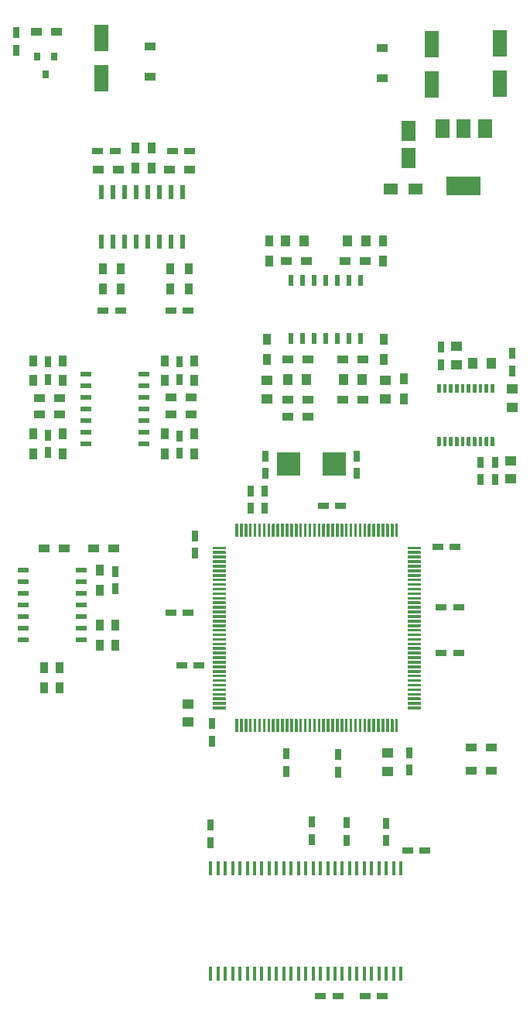
<source format=gbr>
G04 #@! TF.GenerationSoftware,KiCad,Pcbnew,(5.1.5)-3*
G04 #@! TF.CreationDate,2020-09-27T14:55:58+01:00*
G04 #@! TF.ProjectId,Alligator_Components,416c6c69-6761-4746-9f72-5f436f6d706f,rev?*
G04 #@! TF.SameCoordinates,Original*
G04 #@! TF.FileFunction,Paste,Top*
G04 #@! TF.FilePolarity,Positive*
%FSLAX46Y46*%
G04 Gerber Fmt 4.6, Leading zero omitted, Abs format (unit mm)*
G04 Created by KiCad (PCBNEW (5.1.5)-3) date 2020-09-27 14:55:58*
%MOMM*%
%LPD*%
G04 APERTURE LIST*
%ADD10R,1.200000X0.900000*%
%ADD11R,2.600000X2.500000*%
%ADD12R,1.200000X0.750000*%
%ADD13C,0.100000*%
%ADD14R,0.750000X1.200000*%
%ADD15R,0.900000X1.200000*%
%ADD16R,0.458000X1.510000*%
%ADD17R,0.600000X1.500000*%
%ADD18R,3.800000X2.000000*%
%ADD19R,1.500000X2.000000*%
%ADD20R,0.508000X1.143000*%
%ADD21R,1.143000X0.508000*%
%ADD22R,1.500000X1.300000*%
%ADD23R,0.800000X0.900000*%
%ADD24R,1.000000X1.250000*%
%ADD25R,1.250000X1.000000*%
%ADD26R,1.600000X3.000000*%
%ADD27R,1.600000X2.200000*%
G04 APERTURE END LIST*
D10*
X154100000Y-131020000D03*
X151900000Y-131020000D03*
X154100000Y-133500000D03*
X151900000Y-133500000D03*
D11*
X131950000Y-100025000D03*
X136950000Y-100025000D03*
D12*
X150150000Y-109050000D03*
X148250000Y-109050000D03*
X150550000Y-115675000D03*
X148650000Y-115675000D03*
D13*
G36*
X146357351Y-109025361D02*
G01*
X146364632Y-109026441D01*
X146371771Y-109028229D01*
X146378701Y-109030709D01*
X146385355Y-109033856D01*
X146391668Y-109037640D01*
X146397579Y-109042024D01*
X146403033Y-109046967D01*
X146407976Y-109052421D01*
X146412360Y-109058332D01*
X146416144Y-109064645D01*
X146419291Y-109071299D01*
X146421771Y-109078229D01*
X146423559Y-109085368D01*
X146424639Y-109092649D01*
X146425000Y-109100000D01*
X146425000Y-109250000D01*
X146424639Y-109257351D01*
X146423559Y-109264632D01*
X146421771Y-109271771D01*
X146419291Y-109278701D01*
X146416144Y-109285355D01*
X146412360Y-109291668D01*
X146407976Y-109297579D01*
X146403033Y-109303033D01*
X146397579Y-109307976D01*
X146391668Y-109312360D01*
X146385355Y-109316144D01*
X146378701Y-109319291D01*
X146371771Y-109321771D01*
X146364632Y-109323559D01*
X146357351Y-109324639D01*
X146350000Y-109325000D01*
X145025000Y-109325000D01*
X145017649Y-109324639D01*
X145010368Y-109323559D01*
X145003229Y-109321771D01*
X144996299Y-109319291D01*
X144989645Y-109316144D01*
X144983332Y-109312360D01*
X144977421Y-109307976D01*
X144971967Y-109303033D01*
X144967024Y-109297579D01*
X144962640Y-109291668D01*
X144958856Y-109285355D01*
X144955709Y-109278701D01*
X144953229Y-109271771D01*
X144951441Y-109264632D01*
X144950361Y-109257351D01*
X144950000Y-109250000D01*
X144950000Y-109100000D01*
X144950361Y-109092649D01*
X144951441Y-109085368D01*
X144953229Y-109078229D01*
X144955709Y-109071299D01*
X144958856Y-109064645D01*
X144962640Y-109058332D01*
X144967024Y-109052421D01*
X144971967Y-109046967D01*
X144977421Y-109042024D01*
X144983332Y-109037640D01*
X144989645Y-109033856D01*
X144996299Y-109030709D01*
X145003229Y-109028229D01*
X145010368Y-109026441D01*
X145017649Y-109025361D01*
X145025000Y-109025000D01*
X146350000Y-109025000D01*
X146357351Y-109025361D01*
G37*
G36*
X146357351Y-109525361D02*
G01*
X146364632Y-109526441D01*
X146371771Y-109528229D01*
X146378701Y-109530709D01*
X146385355Y-109533856D01*
X146391668Y-109537640D01*
X146397579Y-109542024D01*
X146403033Y-109546967D01*
X146407976Y-109552421D01*
X146412360Y-109558332D01*
X146416144Y-109564645D01*
X146419291Y-109571299D01*
X146421771Y-109578229D01*
X146423559Y-109585368D01*
X146424639Y-109592649D01*
X146425000Y-109600000D01*
X146425000Y-109750000D01*
X146424639Y-109757351D01*
X146423559Y-109764632D01*
X146421771Y-109771771D01*
X146419291Y-109778701D01*
X146416144Y-109785355D01*
X146412360Y-109791668D01*
X146407976Y-109797579D01*
X146403033Y-109803033D01*
X146397579Y-109807976D01*
X146391668Y-109812360D01*
X146385355Y-109816144D01*
X146378701Y-109819291D01*
X146371771Y-109821771D01*
X146364632Y-109823559D01*
X146357351Y-109824639D01*
X146350000Y-109825000D01*
X145025000Y-109825000D01*
X145017649Y-109824639D01*
X145010368Y-109823559D01*
X145003229Y-109821771D01*
X144996299Y-109819291D01*
X144989645Y-109816144D01*
X144983332Y-109812360D01*
X144977421Y-109807976D01*
X144971967Y-109803033D01*
X144967024Y-109797579D01*
X144962640Y-109791668D01*
X144958856Y-109785355D01*
X144955709Y-109778701D01*
X144953229Y-109771771D01*
X144951441Y-109764632D01*
X144950361Y-109757351D01*
X144950000Y-109750000D01*
X144950000Y-109600000D01*
X144950361Y-109592649D01*
X144951441Y-109585368D01*
X144953229Y-109578229D01*
X144955709Y-109571299D01*
X144958856Y-109564645D01*
X144962640Y-109558332D01*
X144967024Y-109552421D01*
X144971967Y-109546967D01*
X144977421Y-109542024D01*
X144983332Y-109537640D01*
X144989645Y-109533856D01*
X144996299Y-109530709D01*
X145003229Y-109528229D01*
X145010368Y-109526441D01*
X145017649Y-109525361D01*
X145025000Y-109525000D01*
X146350000Y-109525000D01*
X146357351Y-109525361D01*
G37*
G36*
X146357351Y-110025361D02*
G01*
X146364632Y-110026441D01*
X146371771Y-110028229D01*
X146378701Y-110030709D01*
X146385355Y-110033856D01*
X146391668Y-110037640D01*
X146397579Y-110042024D01*
X146403033Y-110046967D01*
X146407976Y-110052421D01*
X146412360Y-110058332D01*
X146416144Y-110064645D01*
X146419291Y-110071299D01*
X146421771Y-110078229D01*
X146423559Y-110085368D01*
X146424639Y-110092649D01*
X146425000Y-110100000D01*
X146425000Y-110250000D01*
X146424639Y-110257351D01*
X146423559Y-110264632D01*
X146421771Y-110271771D01*
X146419291Y-110278701D01*
X146416144Y-110285355D01*
X146412360Y-110291668D01*
X146407976Y-110297579D01*
X146403033Y-110303033D01*
X146397579Y-110307976D01*
X146391668Y-110312360D01*
X146385355Y-110316144D01*
X146378701Y-110319291D01*
X146371771Y-110321771D01*
X146364632Y-110323559D01*
X146357351Y-110324639D01*
X146350000Y-110325000D01*
X145025000Y-110325000D01*
X145017649Y-110324639D01*
X145010368Y-110323559D01*
X145003229Y-110321771D01*
X144996299Y-110319291D01*
X144989645Y-110316144D01*
X144983332Y-110312360D01*
X144977421Y-110307976D01*
X144971967Y-110303033D01*
X144967024Y-110297579D01*
X144962640Y-110291668D01*
X144958856Y-110285355D01*
X144955709Y-110278701D01*
X144953229Y-110271771D01*
X144951441Y-110264632D01*
X144950361Y-110257351D01*
X144950000Y-110250000D01*
X144950000Y-110100000D01*
X144950361Y-110092649D01*
X144951441Y-110085368D01*
X144953229Y-110078229D01*
X144955709Y-110071299D01*
X144958856Y-110064645D01*
X144962640Y-110058332D01*
X144967024Y-110052421D01*
X144971967Y-110046967D01*
X144977421Y-110042024D01*
X144983332Y-110037640D01*
X144989645Y-110033856D01*
X144996299Y-110030709D01*
X145003229Y-110028229D01*
X145010368Y-110026441D01*
X145017649Y-110025361D01*
X145025000Y-110025000D01*
X146350000Y-110025000D01*
X146357351Y-110025361D01*
G37*
G36*
X146357351Y-110525361D02*
G01*
X146364632Y-110526441D01*
X146371771Y-110528229D01*
X146378701Y-110530709D01*
X146385355Y-110533856D01*
X146391668Y-110537640D01*
X146397579Y-110542024D01*
X146403033Y-110546967D01*
X146407976Y-110552421D01*
X146412360Y-110558332D01*
X146416144Y-110564645D01*
X146419291Y-110571299D01*
X146421771Y-110578229D01*
X146423559Y-110585368D01*
X146424639Y-110592649D01*
X146425000Y-110600000D01*
X146425000Y-110750000D01*
X146424639Y-110757351D01*
X146423559Y-110764632D01*
X146421771Y-110771771D01*
X146419291Y-110778701D01*
X146416144Y-110785355D01*
X146412360Y-110791668D01*
X146407976Y-110797579D01*
X146403033Y-110803033D01*
X146397579Y-110807976D01*
X146391668Y-110812360D01*
X146385355Y-110816144D01*
X146378701Y-110819291D01*
X146371771Y-110821771D01*
X146364632Y-110823559D01*
X146357351Y-110824639D01*
X146350000Y-110825000D01*
X145025000Y-110825000D01*
X145017649Y-110824639D01*
X145010368Y-110823559D01*
X145003229Y-110821771D01*
X144996299Y-110819291D01*
X144989645Y-110816144D01*
X144983332Y-110812360D01*
X144977421Y-110807976D01*
X144971967Y-110803033D01*
X144967024Y-110797579D01*
X144962640Y-110791668D01*
X144958856Y-110785355D01*
X144955709Y-110778701D01*
X144953229Y-110771771D01*
X144951441Y-110764632D01*
X144950361Y-110757351D01*
X144950000Y-110750000D01*
X144950000Y-110600000D01*
X144950361Y-110592649D01*
X144951441Y-110585368D01*
X144953229Y-110578229D01*
X144955709Y-110571299D01*
X144958856Y-110564645D01*
X144962640Y-110558332D01*
X144967024Y-110552421D01*
X144971967Y-110546967D01*
X144977421Y-110542024D01*
X144983332Y-110537640D01*
X144989645Y-110533856D01*
X144996299Y-110530709D01*
X145003229Y-110528229D01*
X145010368Y-110526441D01*
X145017649Y-110525361D01*
X145025000Y-110525000D01*
X146350000Y-110525000D01*
X146357351Y-110525361D01*
G37*
G36*
X146357351Y-111025361D02*
G01*
X146364632Y-111026441D01*
X146371771Y-111028229D01*
X146378701Y-111030709D01*
X146385355Y-111033856D01*
X146391668Y-111037640D01*
X146397579Y-111042024D01*
X146403033Y-111046967D01*
X146407976Y-111052421D01*
X146412360Y-111058332D01*
X146416144Y-111064645D01*
X146419291Y-111071299D01*
X146421771Y-111078229D01*
X146423559Y-111085368D01*
X146424639Y-111092649D01*
X146425000Y-111100000D01*
X146425000Y-111250000D01*
X146424639Y-111257351D01*
X146423559Y-111264632D01*
X146421771Y-111271771D01*
X146419291Y-111278701D01*
X146416144Y-111285355D01*
X146412360Y-111291668D01*
X146407976Y-111297579D01*
X146403033Y-111303033D01*
X146397579Y-111307976D01*
X146391668Y-111312360D01*
X146385355Y-111316144D01*
X146378701Y-111319291D01*
X146371771Y-111321771D01*
X146364632Y-111323559D01*
X146357351Y-111324639D01*
X146350000Y-111325000D01*
X145025000Y-111325000D01*
X145017649Y-111324639D01*
X145010368Y-111323559D01*
X145003229Y-111321771D01*
X144996299Y-111319291D01*
X144989645Y-111316144D01*
X144983332Y-111312360D01*
X144977421Y-111307976D01*
X144971967Y-111303033D01*
X144967024Y-111297579D01*
X144962640Y-111291668D01*
X144958856Y-111285355D01*
X144955709Y-111278701D01*
X144953229Y-111271771D01*
X144951441Y-111264632D01*
X144950361Y-111257351D01*
X144950000Y-111250000D01*
X144950000Y-111100000D01*
X144950361Y-111092649D01*
X144951441Y-111085368D01*
X144953229Y-111078229D01*
X144955709Y-111071299D01*
X144958856Y-111064645D01*
X144962640Y-111058332D01*
X144967024Y-111052421D01*
X144971967Y-111046967D01*
X144977421Y-111042024D01*
X144983332Y-111037640D01*
X144989645Y-111033856D01*
X144996299Y-111030709D01*
X145003229Y-111028229D01*
X145010368Y-111026441D01*
X145017649Y-111025361D01*
X145025000Y-111025000D01*
X146350000Y-111025000D01*
X146357351Y-111025361D01*
G37*
G36*
X146357351Y-111525361D02*
G01*
X146364632Y-111526441D01*
X146371771Y-111528229D01*
X146378701Y-111530709D01*
X146385355Y-111533856D01*
X146391668Y-111537640D01*
X146397579Y-111542024D01*
X146403033Y-111546967D01*
X146407976Y-111552421D01*
X146412360Y-111558332D01*
X146416144Y-111564645D01*
X146419291Y-111571299D01*
X146421771Y-111578229D01*
X146423559Y-111585368D01*
X146424639Y-111592649D01*
X146425000Y-111600000D01*
X146425000Y-111750000D01*
X146424639Y-111757351D01*
X146423559Y-111764632D01*
X146421771Y-111771771D01*
X146419291Y-111778701D01*
X146416144Y-111785355D01*
X146412360Y-111791668D01*
X146407976Y-111797579D01*
X146403033Y-111803033D01*
X146397579Y-111807976D01*
X146391668Y-111812360D01*
X146385355Y-111816144D01*
X146378701Y-111819291D01*
X146371771Y-111821771D01*
X146364632Y-111823559D01*
X146357351Y-111824639D01*
X146350000Y-111825000D01*
X145025000Y-111825000D01*
X145017649Y-111824639D01*
X145010368Y-111823559D01*
X145003229Y-111821771D01*
X144996299Y-111819291D01*
X144989645Y-111816144D01*
X144983332Y-111812360D01*
X144977421Y-111807976D01*
X144971967Y-111803033D01*
X144967024Y-111797579D01*
X144962640Y-111791668D01*
X144958856Y-111785355D01*
X144955709Y-111778701D01*
X144953229Y-111771771D01*
X144951441Y-111764632D01*
X144950361Y-111757351D01*
X144950000Y-111750000D01*
X144950000Y-111600000D01*
X144950361Y-111592649D01*
X144951441Y-111585368D01*
X144953229Y-111578229D01*
X144955709Y-111571299D01*
X144958856Y-111564645D01*
X144962640Y-111558332D01*
X144967024Y-111552421D01*
X144971967Y-111546967D01*
X144977421Y-111542024D01*
X144983332Y-111537640D01*
X144989645Y-111533856D01*
X144996299Y-111530709D01*
X145003229Y-111528229D01*
X145010368Y-111526441D01*
X145017649Y-111525361D01*
X145025000Y-111525000D01*
X146350000Y-111525000D01*
X146357351Y-111525361D01*
G37*
G36*
X146357351Y-112025361D02*
G01*
X146364632Y-112026441D01*
X146371771Y-112028229D01*
X146378701Y-112030709D01*
X146385355Y-112033856D01*
X146391668Y-112037640D01*
X146397579Y-112042024D01*
X146403033Y-112046967D01*
X146407976Y-112052421D01*
X146412360Y-112058332D01*
X146416144Y-112064645D01*
X146419291Y-112071299D01*
X146421771Y-112078229D01*
X146423559Y-112085368D01*
X146424639Y-112092649D01*
X146425000Y-112100000D01*
X146425000Y-112250000D01*
X146424639Y-112257351D01*
X146423559Y-112264632D01*
X146421771Y-112271771D01*
X146419291Y-112278701D01*
X146416144Y-112285355D01*
X146412360Y-112291668D01*
X146407976Y-112297579D01*
X146403033Y-112303033D01*
X146397579Y-112307976D01*
X146391668Y-112312360D01*
X146385355Y-112316144D01*
X146378701Y-112319291D01*
X146371771Y-112321771D01*
X146364632Y-112323559D01*
X146357351Y-112324639D01*
X146350000Y-112325000D01*
X145025000Y-112325000D01*
X145017649Y-112324639D01*
X145010368Y-112323559D01*
X145003229Y-112321771D01*
X144996299Y-112319291D01*
X144989645Y-112316144D01*
X144983332Y-112312360D01*
X144977421Y-112307976D01*
X144971967Y-112303033D01*
X144967024Y-112297579D01*
X144962640Y-112291668D01*
X144958856Y-112285355D01*
X144955709Y-112278701D01*
X144953229Y-112271771D01*
X144951441Y-112264632D01*
X144950361Y-112257351D01*
X144950000Y-112250000D01*
X144950000Y-112100000D01*
X144950361Y-112092649D01*
X144951441Y-112085368D01*
X144953229Y-112078229D01*
X144955709Y-112071299D01*
X144958856Y-112064645D01*
X144962640Y-112058332D01*
X144967024Y-112052421D01*
X144971967Y-112046967D01*
X144977421Y-112042024D01*
X144983332Y-112037640D01*
X144989645Y-112033856D01*
X144996299Y-112030709D01*
X145003229Y-112028229D01*
X145010368Y-112026441D01*
X145017649Y-112025361D01*
X145025000Y-112025000D01*
X146350000Y-112025000D01*
X146357351Y-112025361D01*
G37*
G36*
X146357351Y-112525361D02*
G01*
X146364632Y-112526441D01*
X146371771Y-112528229D01*
X146378701Y-112530709D01*
X146385355Y-112533856D01*
X146391668Y-112537640D01*
X146397579Y-112542024D01*
X146403033Y-112546967D01*
X146407976Y-112552421D01*
X146412360Y-112558332D01*
X146416144Y-112564645D01*
X146419291Y-112571299D01*
X146421771Y-112578229D01*
X146423559Y-112585368D01*
X146424639Y-112592649D01*
X146425000Y-112600000D01*
X146425000Y-112750000D01*
X146424639Y-112757351D01*
X146423559Y-112764632D01*
X146421771Y-112771771D01*
X146419291Y-112778701D01*
X146416144Y-112785355D01*
X146412360Y-112791668D01*
X146407976Y-112797579D01*
X146403033Y-112803033D01*
X146397579Y-112807976D01*
X146391668Y-112812360D01*
X146385355Y-112816144D01*
X146378701Y-112819291D01*
X146371771Y-112821771D01*
X146364632Y-112823559D01*
X146357351Y-112824639D01*
X146350000Y-112825000D01*
X145025000Y-112825000D01*
X145017649Y-112824639D01*
X145010368Y-112823559D01*
X145003229Y-112821771D01*
X144996299Y-112819291D01*
X144989645Y-112816144D01*
X144983332Y-112812360D01*
X144977421Y-112807976D01*
X144971967Y-112803033D01*
X144967024Y-112797579D01*
X144962640Y-112791668D01*
X144958856Y-112785355D01*
X144955709Y-112778701D01*
X144953229Y-112771771D01*
X144951441Y-112764632D01*
X144950361Y-112757351D01*
X144950000Y-112750000D01*
X144950000Y-112600000D01*
X144950361Y-112592649D01*
X144951441Y-112585368D01*
X144953229Y-112578229D01*
X144955709Y-112571299D01*
X144958856Y-112564645D01*
X144962640Y-112558332D01*
X144967024Y-112552421D01*
X144971967Y-112546967D01*
X144977421Y-112542024D01*
X144983332Y-112537640D01*
X144989645Y-112533856D01*
X144996299Y-112530709D01*
X145003229Y-112528229D01*
X145010368Y-112526441D01*
X145017649Y-112525361D01*
X145025000Y-112525000D01*
X146350000Y-112525000D01*
X146357351Y-112525361D01*
G37*
G36*
X146357351Y-113025361D02*
G01*
X146364632Y-113026441D01*
X146371771Y-113028229D01*
X146378701Y-113030709D01*
X146385355Y-113033856D01*
X146391668Y-113037640D01*
X146397579Y-113042024D01*
X146403033Y-113046967D01*
X146407976Y-113052421D01*
X146412360Y-113058332D01*
X146416144Y-113064645D01*
X146419291Y-113071299D01*
X146421771Y-113078229D01*
X146423559Y-113085368D01*
X146424639Y-113092649D01*
X146425000Y-113100000D01*
X146425000Y-113250000D01*
X146424639Y-113257351D01*
X146423559Y-113264632D01*
X146421771Y-113271771D01*
X146419291Y-113278701D01*
X146416144Y-113285355D01*
X146412360Y-113291668D01*
X146407976Y-113297579D01*
X146403033Y-113303033D01*
X146397579Y-113307976D01*
X146391668Y-113312360D01*
X146385355Y-113316144D01*
X146378701Y-113319291D01*
X146371771Y-113321771D01*
X146364632Y-113323559D01*
X146357351Y-113324639D01*
X146350000Y-113325000D01*
X145025000Y-113325000D01*
X145017649Y-113324639D01*
X145010368Y-113323559D01*
X145003229Y-113321771D01*
X144996299Y-113319291D01*
X144989645Y-113316144D01*
X144983332Y-113312360D01*
X144977421Y-113307976D01*
X144971967Y-113303033D01*
X144967024Y-113297579D01*
X144962640Y-113291668D01*
X144958856Y-113285355D01*
X144955709Y-113278701D01*
X144953229Y-113271771D01*
X144951441Y-113264632D01*
X144950361Y-113257351D01*
X144950000Y-113250000D01*
X144950000Y-113100000D01*
X144950361Y-113092649D01*
X144951441Y-113085368D01*
X144953229Y-113078229D01*
X144955709Y-113071299D01*
X144958856Y-113064645D01*
X144962640Y-113058332D01*
X144967024Y-113052421D01*
X144971967Y-113046967D01*
X144977421Y-113042024D01*
X144983332Y-113037640D01*
X144989645Y-113033856D01*
X144996299Y-113030709D01*
X145003229Y-113028229D01*
X145010368Y-113026441D01*
X145017649Y-113025361D01*
X145025000Y-113025000D01*
X146350000Y-113025000D01*
X146357351Y-113025361D01*
G37*
G36*
X146357351Y-113525361D02*
G01*
X146364632Y-113526441D01*
X146371771Y-113528229D01*
X146378701Y-113530709D01*
X146385355Y-113533856D01*
X146391668Y-113537640D01*
X146397579Y-113542024D01*
X146403033Y-113546967D01*
X146407976Y-113552421D01*
X146412360Y-113558332D01*
X146416144Y-113564645D01*
X146419291Y-113571299D01*
X146421771Y-113578229D01*
X146423559Y-113585368D01*
X146424639Y-113592649D01*
X146425000Y-113600000D01*
X146425000Y-113750000D01*
X146424639Y-113757351D01*
X146423559Y-113764632D01*
X146421771Y-113771771D01*
X146419291Y-113778701D01*
X146416144Y-113785355D01*
X146412360Y-113791668D01*
X146407976Y-113797579D01*
X146403033Y-113803033D01*
X146397579Y-113807976D01*
X146391668Y-113812360D01*
X146385355Y-113816144D01*
X146378701Y-113819291D01*
X146371771Y-113821771D01*
X146364632Y-113823559D01*
X146357351Y-113824639D01*
X146350000Y-113825000D01*
X145025000Y-113825000D01*
X145017649Y-113824639D01*
X145010368Y-113823559D01*
X145003229Y-113821771D01*
X144996299Y-113819291D01*
X144989645Y-113816144D01*
X144983332Y-113812360D01*
X144977421Y-113807976D01*
X144971967Y-113803033D01*
X144967024Y-113797579D01*
X144962640Y-113791668D01*
X144958856Y-113785355D01*
X144955709Y-113778701D01*
X144953229Y-113771771D01*
X144951441Y-113764632D01*
X144950361Y-113757351D01*
X144950000Y-113750000D01*
X144950000Y-113600000D01*
X144950361Y-113592649D01*
X144951441Y-113585368D01*
X144953229Y-113578229D01*
X144955709Y-113571299D01*
X144958856Y-113564645D01*
X144962640Y-113558332D01*
X144967024Y-113552421D01*
X144971967Y-113546967D01*
X144977421Y-113542024D01*
X144983332Y-113537640D01*
X144989645Y-113533856D01*
X144996299Y-113530709D01*
X145003229Y-113528229D01*
X145010368Y-113526441D01*
X145017649Y-113525361D01*
X145025000Y-113525000D01*
X146350000Y-113525000D01*
X146357351Y-113525361D01*
G37*
G36*
X146357351Y-114025361D02*
G01*
X146364632Y-114026441D01*
X146371771Y-114028229D01*
X146378701Y-114030709D01*
X146385355Y-114033856D01*
X146391668Y-114037640D01*
X146397579Y-114042024D01*
X146403033Y-114046967D01*
X146407976Y-114052421D01*
X146412360Y-114058332D01*
X146416144Y-114064645D01*
X146419291Y-114071299D01*
X146421771Y-114078229D01*
X146423559Y-114085368D01*
X146424639Y-114092649D01*
X146425000Y-114100000D01*
X146425000Y-114250000D01*
X146424639Y-114257351D01*
X146423559Y-114264632D01*
X146421771Y-114271771D01*
X146419291Y-114278701D01*
X146416144Y-114285355D01*
X146412360Y-114291668D01*
X146407976Y-114297579D01*
X146403033Y-114303033D01*
X146397579Y-114307976D01*
X146391668Y-114312360D01*
X146385355Y-114316144D01*
X146378701Y-114319291D01*
X146371771Y-114321771D01*
X146364632Y-114323559D01*
X146357351Y-114324639D01*
X146350000Y-114325000D01*
X145025000Y-114325000D01*
X145017649Y-114324639D01*
X145010368Y-114323559D01*
X145003229Y-114321771D01*
X144996299Y-114319291D01*
X144989645Y-114316144D01*
X144983332Y-114312360D01*
X144977421Y-114307976D01*
X144971967Y-114303033D01*
X144967024Y-114297579D01*
X144962640Y-114291668D01*
X144958856Y-114285355D01*
X144955709Y-114278701D01*
X144953229Y-114271771D01*
X144951441Y-114264632D01*
X144950361Y-114257351D01*
X144950000Y-114250000D01*
X144950000Y-114100000D01*
X144950361Y-114092649D01*
X144951441Y-114085368D01*
X144953229Y-114078229D01*
X144955709Y-114071299D01*
X144958856Y-114064645D01*
X144962640Y-114058332D01*
X144967024Y-114052421D01*
X144971967Y-114046967D01*
X144977421Y-114042024D01*
X144983332Y-114037640D01*
X144989645Y-114033856D01*
X144996299Y-114030709D01*
X145003229Y-114028229D01*
X145010368Y-114026441D01*
X145017649Y-114025361D01*
X145025000Y-114025000D01*
X146350000Y-114025000D01*
X146357351Y-114025361D01*
G37*
G36*
X146357351Y-114525361D02*
G01*
X146364632Y-114526441D01*
X146371771Y-114528229D01*
X146378701Y-114530709D01*
X146385355Y-114533856D01*
X146391668Y-114537640D01*
X146397579Y-114542024D01*
X146403033Y-114546967D01*
X146407976Y-114552421D01*
X146412360Y-114558332D01*
X146416144Y-114564645D01*
X146419291Y-114571299D01*
X146421771Y-114578229D01*
X146423559Y-114585368D01*
X146424639Y-114592649D01*
X146425000Y-114600000D01*
X146425000Y-114750000D01*
X146424639Y-114757351D01*
X146423559Y-114764632D01*
X146421771Y-114771771D01*
X146419291Y-114778701D01*
X146416144Y-114785355D01*
X146412360Y-114791668D01*
X146407976Y-114797579D01*
X146403033Y-114803033D01*
X146397579Y-114807976D01*
X146391668Y-114812360D01*
X146385355Y-114816144D01*
X146378701Y-114819291D01*
X146371771Y-114821771D01*
X146364632Y-114823559D01*
X146357351Y-114824639D01*
X146350000Y-114825000D01*
X145025000Y-114825000D01*
X145017649Y-114824639D01*
X145010368Y-114823559D01*
X145003229Y-114821771D01*
X144996299Y-114819291D01*
X144989645Y-114816144D01*
X144983332Y-114812360D01*
X144977421Y-114807976D01*
X144971967Y-114803033D01*
X144967024Y-114797579D01*
X144962640Y-114791668D01*
X144958856Y-114785355D01*
X144955709Y-114778701D01*
X144953229Y-114771771D01*
X144951441Y-114764632D01*
X144950361Y-114757351D01*
X144950000Y-114750000D01*
X144950000Y-114600000D01*
X144950361Y-114592649D01*
X144951441Y-114585368D01*
X144953229Y-114578229D01*
X144955709Y-114571299D01*
X144958856Y-114564645D01*
X144962640Y-114558332D01*
X144967024Y-114552421D01*
X144971967Y-114546967D01*
X144977421Y-114542024D01*
X144983332Y-114537640D01*
X144989645Y-114533856D01*
X144996299Y-114530709D01*
X145003229Y-114528229D01*
X145010368Y-114526441D01*
X145017649Y-114525361D01*
X145025000Y-114525000D01*
X146350000Y-114525000D01*
X146357351Y-114525361D01*
G37*
G36*
X146357351Y-115025361D02*
G01*
X146364632Y-115026441D01*
X146371771Y-115028229D01*
X146378701Y-115030709D01*
X146385355Y-115033856D01*
X146391668Y-115037640D01*
X146397579Y-115042024D01*
X146403033Y-115046967D01*
X146407976Y-115052421D01*
X146412360Y-115058332D01*
X146416144Y-115064645D01*
X146419291Y-115071299D01*
X146421771Y-115078229D01*
X146423559Y-115085368D01*
X146424639Y-115092649D01*
X146425000Y-115100000D01*
X146425000Y-115250000D01*
X146424639Y-115257351D01*
X146423559Y-115264632D01*
X146421771Y-115271771D01*
X146419291Y-115278701D01*
X146416144Y-115285355D01*
X146412360Y-115291668D01*
X146407976Y-115297579D01*
X146403033Y-115303033D01*
X146397579Y-115307976D01*
X146391668Y-115312360D01*
X146385355Y-115316144D01*
X146378701Y-115319291D01*
X146371771Y-115321771D01*
X146364632Y-115323559D01*
X146357351Y-115324639D01*
X146350000Y-115325000D01*
X145025000Y-115325000D01*
X145017649Y-115324639D01*
X145010368Y-115323559D01*
X145003229Y-115321771D01*
X144996299Y-115319291D01*
X144989645Y-115316144D01*
X144983332Y-115312360D01*
X144977421Y-115307976D01*
X144971967Y-115303033D01*
X144967024Y-115297579D01*
X144962640Y-115291668D01*
X144958856Y-115285355D01*
X144955709Y-115278701D01*
X144953229Y-115271771D01*
X144951441Y-115264632D01*
X144950361Y-115257351D01*
X144950000Y-115250000D01*
X144950000Y-115100000D01*
X144950361Y-115092649D01*
X144951441Y-115085368D01*
X144953229Y-115078229D01*
X144955709Y-115071299D01*
X144958856Y-115064645D01*
X144962640Y-115058332D01*
X144967024Y-115052421D01*
X144971967Y-115046967D01*
X144977421Y-115042024D01*
X144983332Y-115037640D01*
X144989645Y-115033856D01*
X144996299Y-115030709D01*
X145003229Y-115028229D01*
X145010368Y-115026441D01*
X145017649Y-115025361D01*
X145025000Y-115025000D01*
X146350000Y-115025000D01*
X146357351Y-115025361D01*
G37*
G36*
X146357351Y-115525361D02*
G01*
X146364632Y-115526441D01*
X146371771Y-115528229D01*
X146378701Y-115530709D01*
X146385355Y-115533856D01*
X146391668Y-115537640D01*
X146397579Y-115542024D01*
X146403033Y-115546967D01*
X146407976Y-115552421D01*
X146412360Y-115558332D01*
X146416144Y-115564645D01*
X146419291Y-115571299D01*
X146421771Y-115578229D01*
X146423559Y-115585368D01*
X146424639Y-115592649D01*
X146425000Y-115600000D01*
X146425000Y-115750000D01*
X146424639Y-115757351D01*
X146423559Y-115764632D01*
X146421771Y-115771771D01*
X146419291Y-115778701D01*
X146416144Y-115785355D01*
X146412360Y-115791668D01*
X146407976Y-115797579D01*
X146403033Y-115803033D01*
X146397579Y-115807976D01*
X146391668Y-115812360D01*
X146385355Y-115816144D01*
X146378701Y-115819291D01*
X146371771Y-115821771D01*
X146364632Y-115823559D01*
X146357351Y-115824639D01*
X146350000Y-115825000D01*
X145025000Y-115825000D01*
X145017649Y-115824639D01*
X145010368Y-115823559D01*
X145003229Y-115821771D01*
X144996299Y-115819291D01*
X144989645Y-115816144D01*
X144983332Y-115812360D01*
X144977421Y-115807976D01*
X144971967Y-115803033D01*
X144967024Y-115797579D01*
X144962640Y-115791668D01*
X144958856Y-115785355D01*
X144955709Y-115778701D01*
X144953229Y-115771771D01*
X144951441Y-115764632D01*
X144950361Y-115757351D01*
X144950000Y-115750000D01*
X144950000Y-115600000D01*
X144950361Y-115592649D01*
X144951441Y-115585368D01*
X144953229Y-115578229D01*
X144955709Y-115571299D01*
X144958856Y-115564645D01*
X144962640Y-115558332D01*
X144967024Y-115552421D01*
X144971967Y-115546967D01*
X144977421Y-115542024D01*
X144983332Y-115537640D01*
X144989645Y-115533856D01*
X144996299Y-115530709D01*
X145003229Y-115528229D01*
X145010368Y-115526441D01*
X145017649Y-115525361D01*
X145025000Y-115525000D01*
X146350000Y-115525000D01*
X146357351Y-115525361D01*
G37*
G36*
X146357351Y-116025361D02*
G01*
X146364632Y-116026441D01*
X146371771Y-116028229D01*
X146378701Y-116030709D01*
X146385355Y-116033856D01*
X146391668Y-116037640D01*
X146397579Y-116042024D01*
X146403033Y-116046967D01*
X146407976Y-116052421D01*
X146412360Y-116058332D01*
X146416144Y-116064645D01*
X146419291Y-116071299D01*
X146421771Y-116078229D01*
X146423559Y-116085368D01*
X146424639Y-116092649D01*
X146425000Y-116100000D01*
X146425000Y-116250000D01*
X146424639Y-116257351D01*
X146423559Y-116264632D01*
X146421771Y-116271771D01*
X146419291Y-116278701D01*
X146416144Y-116285355D01*
X146412360Y-116291668D01*
X146407976Y-116297579D01*
X146403033Y-116303033D01*
X146397579Y-116307976D01*
X146391668Y-116312360D01*
X146385355Y-116316144D01*
X146378701Y-116319291D01*
X146371771Y-116321771D01*
X146364632Y-116323559D01*
X146357351Y-116324639D01*
X146350000Y-116325000D01*
X145025000Y-116325000D01*
X145017649Y-116324639D01*
X145010368Y-116323559D01*
X145003229Y-116321771D01*
X144996299Y-116319291D01*
X144989645Y-116316144D01*
X144983332Y-116312360D01*
X144977421Y-116307976D01*
X144971967Y-116303033D01*
X144967024Y-116297579D01*
X144962640Y-116291668D01*
X144958856Y-116285355D01*
X144955709Y-116278701D01*
X144953229Y-116271771D01*
X144951441Y-116264632D01*
X144950361Y-116257351D01*
X144950000Y-116250000D01*
X144950000Y-116100000D01*
X144950361Y-116092649D01*
X144951441Y-116085368D01*
X144953229Y-116078229D01*
X144955709Y-116071299D01*
X144958856Y-116064645D01*
X144962640Y-116058332D01*
X144967024Y-116052421D01*
X144971967Y-116046967D01*
X144977421Y-116042024D01*
X144983332Y-116037640D01*
X144989645Y-116033856D01*
X144996299Y-116030709D01*
X145003229Y-116028229D01*
X145010368Y-116026441D01*
X145017649Y-116025361D01*
X145025000Y-116025000D01*
X146350000Y-116025000D01*
X146357351Y-116025361D01*
G37*
G36*
X146357351Y-116525361D02*
G01*
X146364632Y-116526441D01*
X146371771Y-116528229D01*
X146378701Y-116530709D01*
X146385355Y-116533856D01*
X146391668Y-116537640D01*
X146397579Y-116542024D01*
X146403033Y-116546967D01*
X146407976Y-116552421D01*
X146412360Y-116558332D01*
X146416144Y-116564645D01*
X146419291Y-116571299D01*
X146421771Y-116578229D01*
X146423559Y-116585368D01*
X146424639Y-116592649D01*
X146425000Y-116600000D01*
X146425000Y-116750000D01*
X146424639Y-116757351D01*
X146423559Y-116764632D01*
X146421771Y-116771771D01*
X146419291Y-116778701D01*
X146416144Y-116785355D01*
X146412360Y-116791668D01*
X146407976Y-116797579D01*
X146403033Y-116803033D01*
X146397579Y-116807976D01*
X146391668Y-116812360D01*
X146385355Y-116816144D01*
X146378701Y-116819291D01*
X146371771Y-116821771D01*
X146364632Y-116823559D01*
X146357351Y-116824639D01*
X146350000Y-116825000D01*
X145025000Y-116825000D01*
X145017649Y-116824639D01*
X145010368Y-116823559D01*
X145003229Y-116821771D01*
X144996299Y-116819291D01*
X144989645Y-116816144D01*
X144983332Y-116812360D01*
X144977421Y-116807976D01*
X144971967Y-116803033D01*
X144967024Y-116797579D01*
X144962640Y-116791668D01*
X144958856Y-116785355D01*
X144955709Y-116778701D01*
X144953229Y-116771771D01*
X144951441Y-116764632D01*
X144950361Y-116757351D01*
X144950000Y-116750000D01*
X144950000Y-116600000D01*
X144950361Y-116592649D01*
X144951441Y-116585368D01*
X144953229Y-116578229D01*
X144955709Y-116571299D01*
X144958856Y-116564645D01*
X144962640Y-116558332D01*
X144967024Y-116552421D01*
X144971967Y-116546967D01*
X144977421Y-116542024D01*
X144983332Y-116537640D01*
X144989645Y-116533856D01*
X144996299Y-116530709D01*
X145003229Y-116528229D01*
X145010368Y-116526441D01*
X145017649Y-116525361D01*
X145025000Y-116525000D01*
X146350000Y-116525000D01*
X146357351Y-116525361D01*
G37*
G36*
X146357351Y-117025361D02*
G01*
X146364632Y-117026441D01*
X146371771Y-117028229D01*
X146378701Y-117030709D01*
X146385355Y-117033856D01*
X146391668Y-117037640D01*
X146397579Y-117042024D01*
X146403033Y-117046967D01*
X146407976Y-117052421D01*
X146412360Y-117058332D01*
X146416144Y-117064645D01*
X146419291Y-117071299D01*
X146421771Y-117078229D01*
X146423559Y-117085368D01*
X146424639Y-117092649D01*
X146425000Y-117100000D01*
X146425000Y-117250000D01*
X146424639Y-117257351D01*
X146423559Y-117264632D01*
X146421771Y-117271771D01*
X146419291Y-117278701D01*
X146416144Y-117285355D01*
X146412360Y-117291668D01*
X146407976Y-117297579D01*
X146403033Y-117303033D01*
X146397579Y-117307976D01*
X146391668Y-117312360D01*
X146385355Y-117316144D01*
X146378701Y-117319291D01*
X146371771Y-117321771D01*
X146364632Y-117323559D01*
X146357351Y-117324639D01*
X146350000Y-117325000D01*
X145025000Y-117325000D01*
X145017649Y-117324639D01*
X145010368Y-117323559D01*
X145003229Y-117321771D01*
X144996299Y-117319291D01*
X144989645Y-117316144D01*
X144983332Y-117312360D01*
X144977421Y-117307976D01*
X144971967Y-117303033D01*
X144967024Y-117297579D01*
X144962640Y-117291668D01*
X144958856Y-117285355D01*
X144955709Y-117278701D01*
X144953229Y-117271771D01*
X144951441Y-117264632D01*
X144950361Y-117257351D01*
X144950000Y-117250000D01*
X144950000Y-117100000D01*
X144950361Y-117092649D01*
X144951441Y-117085368D01*
X144953229Y-117078229D01*
X144955709Y-117071299D01*
X144958856Y-117064645D01*
X144962640Y-117058332D01*
X144967024Y-117052421D01*
X144971967Y-117046967D01*
X144977421Y-117042024D01*
X144983332Y-117037640D01*
X144989645Y-117033856D01*
X144996299Y-117030709D01*
X145003229Y-117028229D01*
X145010368Y-117026441D01*
X145017649Y-117025361D01*
X145025000Y-117025000D01*
X146350000Y-117025000D01*
X146357351Y-117025361D01*
G37*
G36*
X146357351Y-117525361D02*
G01*
X146364632Y-117526441D01*
X146371771Y-117528229D01*
X146378701Y-117530709D01*
X146385355Y-117533856D01*
X146391668Y-117537640D01*
X146397579Y-117542024D01*
X146403033Y-117546967D01*
X146407976Y-117552421D01*
X146412360Y-117558332D01*
X146416144Y-117564645D01*
X146419291Y-117571299D01*
X146421771Y-117578229D01*
X146423559Y-117585368D01*
X146424639Y-117592649D01*
X146425000Y-117600000D01*
X146425000Y-117750000D01*
X146424639Y-117757351D01*
X146423559Y-117764632D01*
X146421771Y-117771771D01*
X146419291Y-117778701D01*
X146416144Y-117785355D01*
X146412360Y-117791668D01*
X146407976Y-117797579D01*
X146403033Y-117803033D01*
X146397579Y-117807976D01*
X146391668Y-117812360D01*
X146385355Y-117816144D01*
X146378701Y-117819291D01*
X146371771Y-117821771D01*
X146364632Y-117823559D01*
X146357351Y-117824639D01*
X146350000Y-117825000D01*
X145025000Y-117825000D01*
X145017649Y-117824639D01*
X145010368Y-117823559D01*
X145003229Y-117821771D01*
X144996299Y-117819291D01*
X144989645Y-117816144D01*
X144983332Y-117812360D01*
X144977421Y-117807976D01*
X144971967Y-117803033D01*
X144967024Y-117797579D01*
X144962640Y-117791668D01*
X144958856Y-117785355D01*
X144955709Y-117778701D01*
X144953229Y-117771771D01*
X144951441Y-117764632D01*
X144950361Y-117757351D01*
X144950000Y-117750000D01*
X144950000Y-117600000D01*
X144950361Y-117592649D01*
X144951441Y-117585368D01*
X144953229Y-117578229D01*
X144955709Y-117571299D01*
X144958856Y-117564645D01*
X144962640Y-117558332D01*
X144967024Y-117552421D01*
X144971967Y-117546967D01*
X144977421Y-117542024D01*
X144983332Y-117537640D01*
X144989645Y-117533856D01*
X144996299Y-117530709D01*
X145003229Y-117528229D01*
X145010368Y-117526441D01*
X145017649Y-117525361D01*
X145025000Y-117525000D01*
X146350000Y-117525000D01*
X146357351Y-117525361D01*
G37*
G36*
X146357351Y-118025361D02*
G01*
X146364632Y-118026441D01*
X146371771Y-118028229D01*
X146378701Y-118030709D01*
X146385355Y-118033856D01*
X146391668Y-118037640D01*
X146397579Y-118042024D01*
X146403033Y-118046967D01*
X146407976Y-118052421D01*
X146412360Y-118058332D01*
X146416144Y-118064645D01*
X146419291Y-118071299D01*
X146421771Y-118078229D01*
X146423559Y-118085368D01*
X146424639Y-118092649D01*
X146425000Y-118100000D01*
X146425000Y-118250000D01*
X146424639Y-118257351D01*
X146423559Y-118264632D01*
X146421771Y-118271771D01*
X146419291Y-118278701D01*
X146416144Y-118285355D01*
X146412360Y-118291668D01*
X146407976Y-118297579D01*
X146403033Y-118303033D01*
X146397579Y-118307976D01*
X146391668Y-118312360D01*
X146385355Y-118316144D01*
X146378701Y-118319291D01*
X146371771Y-118321771D01*
X146364632Y-118323559D01*
X146357351Y-118324639D01*
X146350000Y-118325000D01*
X145025000Y-118325000D01*
X145017649Y-118324639D01*
X145010368Y-118323559D01*
X145003229Y-118321771D01*
X144996299Y-118319291D01*
X144989645Y-118316144D01*
X144983332Y-118312360D01*
X144977421Y-118307976D01*
X144971967Y-118303033D01*
X144967024Y-118297579D01*
X144962640Y-118291668D01*
X144958856Y-118285355D01*
X144955709Y-118278701D01*
X144953229Y-118271771D01*
X144951441Y-118264632D01*
X144950361Y-118257351D01*
X144950000Y-118250000D01*
X144950000Y-118100000D01*
X144950361Y-118092649D01*
X144951441Y-118085368D01*
X144953229Y-118078229D01*
X144955709Y-118071299D01*
X144958856Y-118064645D01*
X144962640Y-118058332D01*
X144967024Y-118052421D01*
X144971967Y-118046967D01*
X144977421Y-118042024D01*
X144983332Y-118037640D01*
X144989645Y-118033856D01*
X144996299Y-118030709D01*
X145003229Y-118028229D01*
X145010368Y-118026441D01*
X145017649Y-118025361D01*
X145025000Y-118025000D01*
X146350000Y-118025000D01*
X146357351Y-118025361D01*
G37*
G36*
X146357351Y-118525361D02*
G01*
X146364632Y-118526441D01*
X146371771Y-118528229D01*
X146378701Y-118530709D01*
X146385355Y-118533856D01*
X146391668Y-118537640D01*
X146397579Y-118542024D01*
X146403033Y-118546967D01*
X146407976Y-118552421D01*
X146412360Y-118558332D01*
X146416144Y-118564645D01*
X146419291Y-118571299D01*
X146421771Y-118578229D01*
X146423559Y-118585368D01*
X146424639Y-118592649D01*
X146425000Y-118600000D01*
X146425000Y-118750000D01*
X146424639Y-118757351D01*
X146423559Y-118764632D01*
X146421771Y-118771771D01*
X146419291Y-118778701D01*
X146416144Y-118785355D01*
X146412360Y-118791668D01*
X146407976Y-118797579D01*
X146403033Y-118803033D01*
X146397579Y-118807976D01*
X146391668Y-118812360D01*
X146385355Y-118816144D01*
X146378701Y-118819291D01*
X146371771Y-118821771D01*
X146364632Y-118823559D01*
X146357351Y-118824639D01*
X146350000Y-118825000D01*
X145025000Y-118825000D01*
X145017649Y-118824639D01*
X145010368Y-118823559D01*
X145003229Y-118821771D01*
X144996299Y-118819291D01*
X144989645Y-118816144D01*
X144983332Y-118812360D01*
X144977421Y-118807976D01*
X144971967Y-118803033D01*
X144967024Y-118797579D01*
X144962640Y-118791668D01*
X144958856Y-118785355D01*
X144955709Y-118778701D01*
X144953229Y-118771771D01*
X144951441Y-118764632D01*
X144950361Y-118757351D01*
X144950000Y-118750000D01*
X144950000Y-118600000D01*
X144950361Y-118592649D01*
X144951441Y-118585368D01*
X144953229Y-118578229D01*
X144955709Y-118571299D01*
X144958856Y-118564645D01*
X144962640Y-118558332D01*
X144967024Y-118552421D01*
X144971967Y-118546967D01*
X144977421Y-118542024D01*
X144983332Y-118537640D01*
X144989645Y-118533856D01*
X144996299Y-118530709D01*
X145003229Y-118528229D01*
X145010368Y-118526441D01*
X145017649Y-118525361D01*
X145025000Y-118525000D01*
X146350000Y-118525000D01*
X146357351Y-118525361D01*
G37*
G36*
X146357351Y-119025361D02*
G01*
X146364632Y-119026441D01*
X146371771Y-119028229D01*
X146378701Y-119030709D01*
X146385355Y-119033856D01*
X146391668Y-119037640D01*
X146397579Y-119042024D01*
X146403033Y-119046967D01*
X146407976Y-119052421D01*
X146412360Y-119058332D01*
X146416144Y-119064645D01*
X146419291Y-119071299D01*
X146421771Y-119078229D01*
X146423559Y-119085368D01*
X146424639Y-119092649D01*
X146425000Y-119100000D01*
X146425000Y-119250000D01*
X146424639Y-119257351D01*
X146423559Y-119264632D01*
X146421771Y-119271771D01*
X146419291Y-119278701D01*
X146416144Y-119285355D01*
X146412360Y-119291668D01*
X146407976Y-119297579D01*
X146403033Y-119303033D01*
X146397579Y-119307976D01*
X146391668Y-119312360D01*
X146385355Y-119316144D01*
X146378701Y-119319291D01*
X146371771Y-119321771D01*
X146364632Y-119323559D01*
X146357351Y-119324639D01*
X146350000Y-119325000D01*
X145025000Y-119325000D01*
X145017649Y-119324639D01*
X145010368Y-119323559D01*
X145003229Y-119321771D01*
X144996299Y-119319291D01*
X144989645Y-119316144D01*
X144983332Y-119312360D01*
X144977421Y-119307976D01*
X144971967Y-119303033D01*
X144967024Y-119297579D01*
X144962640Y-119291668D01*
X144958856Y-119285355D01*
X144955709Y-119278701D01*
X144953229Y-119271771D01*
X144951441Y-119264632D01*
X144950361Y-119257351D01*
X144950000Y-119250000D01*
X144950000Y-119100000D01*
X144950361Y-119092649D01*
X144951441Y-119085368D01*
X144953229Y-119078229D01*
X144955709Y-119071299D01*
X144958856Y-119064645D01*
X144962640Y-119058332D01*
X144967024Y-119052421D01*
X144971967Y-119046967D01*
X144977421Y-119042024D01*
X144983332Y-119037640D01*
X144989645Y-119033856D01*
X144996299Y-119030709D01*
X145003229Y-119028229D01*
X145010368Y-119026441D01*
X145017649Y-119025361D01*
X145025000Y-119025000D01*
X146350000Y-119025000D01*
X146357351Y-119025361D01*
G37*
G36*
X146357351Y-119525361D02*
G01*
X146364632Y-119526441D01*
X146371771Y-119528229D01*
X146378701Y-119530709D01*
X146385355Y-119533856D01*
X146391668Y-119537640D01*
X146397579Y-119542024D01*
X146403033Y-119546967D01*
X146407976Y-119552421D01*
X146412360Y-119558332D01*
X146416144Y-119564645D01*
X146419291Y-119571299D01*
X146421771Y-119578229D01*
X146423559Y-119585368D01*
X146424639Y-119592649D01*
X146425000Y-119600000D01*
X146425000Y-119750000D01*
X146424639Y-119757351D01*
X146423559Y-119764632D01*
X146421771Y-119771771D01*
X146419291Y-119778701D01*
X146416144Y-119785355D01*
X146412360Y-119791668D01*
X146407976Y-119797579D01*
X146403033Y-119803033D01*
X146397579Y-119807976D01*
X146391668Y-119812360D01*
X146385355Y-119816144D01*
X146378701Y-119819291D01*
X146371771Y-119821771D01*
X146364632Y-119823559D01*
X146357351Y-119824639D01*
X146350000Y-119825000D01*
X145025000Y-119825000D01*
X145017649Y-119824639D01*
X145010368Y-119823559D01*
X145003229Y-119821771D01*
X144996299Y-119819291D01*
X144989645Y-119816144D01*
X144983332Y-119812360D01*
X144977421Y-119807976D01*
X144971967Y-119803033D01*
X144967024Y-119797579D01*
X144962640Y-119791668D01*
X144958856Y-119785355D01*
X144955709Y-119778701D01*
X144953229Y-119771771D01*
X144951441Y-119764632D01*
X144950361Y-119757351D01*
X144950000Y-119750000D01*
X144950000Y-119600000D01*
X144950361Y-119592649D01*
X144951441Y-119585368D01*
X144953229Y-119578229D01*
X144955709Y-119571299D01*
X144958856Y-119564645D01*
X144962640Y-119558332D01*
X144967024Y-119552421D01*
X144971967Y-119546967D01*
X144977421Y-119542024D01*
X144983332Y-119537640D01*
X144989645Y-119533856D01*
X144996299Y-119530709D01*
X145003229Y-119528229D01*
X145010368Y-119526441D01*
X145017649Y-119525361D01*
X145025000Y-119525000D01*
X146350000Y-119525000D01*
X146357351Y-119525361D01*
G37*
G36*
X146357351Y-120025361D02*
G01*
X146364632Y-120026441D01*
X146371771Y-120028229D01*
X146378701Y-120030709D01*
X146385355Y-120033856D01*
X146391668Y-120037640D01*
X146397579Y-120042024D01*
X146403033Y-120046967D01*
X146407976Y-120052421D01*
X146412360Y-120058332D01*
X146416144Y-120064645D01*
X146419291Y-120071299D01*
X146421771Y-120078229D01*
X146423559Y-120085368D01*
X146424639Y-120092649D01*
X146425000Y-120100000D01*
X146425000Y-120250000D01*
X146424639Y-120257351D01*
X146423559Y-120264632D01*
X146421771Y-120271771D01*
X146419291Y-120278701D01*
X146416144Y-120285355D01*
X146412360Y-120291668D01*
X146407976Y-120297579D01*
X146403033Y-120303033D01*
X146397579Y-120307976D01*
X146391668Y-120312360D01*
X146385355Y-120316144D01*
X146378701Y-120319291D01*
X146371771Y-120321771D01*
X146364632Y-120323559D01*
X146357351Y-120324639D01*
X146350000Y-120325000D01*
X145025000Y-120325000D01*
X145017649Y-120324639D01*
X145010368Y-120323559D01*
X145003229Y-120321771D01*
X144996299Y-120319291D01*
X144989645Y-120316144D01*
X144983332Y-120312360D01*
X144977421Y-120307976D01*
X144971967Y-120303033D01*
X144967024Y-120297579D01*
X144962640Y-120291668D01*
X144958856Y-120285355D01*
X144955709Y-120278701D01*
X144953229Y-120271771D01*
X144951441Y-120264632D01*
X144950361Y-120257351D01*
X144950000Y-120250000D01*
X144950000Y-120100000D01*
X144950361Y-120092649D01*
X144951441Y-120085368D01*
X144953229Y-120078229D01*
X144955709Y-120071299D01*
X144958856Y-120064645D01*
X144962640Y-120058332D01*
X144967024Y-120052421D01*
X144971967Y-120046967D01*
X144977421Y-120042024D01*
X144983332Y-120037640D01*
X144989645Y-120033856D01*
X144996299Y-120030709D01*
X145003229Y-120028229D01*
X145010368Y-120026441D01*
X145017649Y-120025361D01*
X145025000Y-120025000D01*
X146350000Y-120025000D01*
X146357351Y-120025361D01*
G37*
G36*
X146357351Y-120525361D02*
G01*
X146364632Y-120526441D01*
X146371771Y-120528229D01*
X146378701Y-120530709D01*
X146385355Y-120533856D01*
X146391668Y-120537640D01*
X146397579Y-120542024D01*
X146403033Y-120546967D01*
X146407976Y-120552421D01*
X146412360Y-120558332D01*
X146416144Y-120564645D01*
X146419291Y-120571299D01*
X146421771Y-120578229D01*
X146423559Y-120585368D01*
X146424639Y-120592649D01*
X146425000Y-120600000D01*
X146425000Y-120750000D01*
X146424639Y-120757351D01*
X146423559Y-120764632D01*
X146421771Y-120771771D01*
X146419291Y-120778701D01*
X146416144Y-120785355D01*
X146412360Y-120791668D01*
X146407976Y-120797579D01*
X146403033Y-120803033D01*
X146397579Y-120807976D01*
X146391668Y-120812360D01*
X146385355Y-120816144D01*
X146378701Y-120819291D01*
X146371771Y-120821771D01*
X146364632Y-120823559D01*
X146357351Y-120824639D01*
X146350000Y-120825000D01*
X145025000Y-120825000D01*
X145017649Y-120824639D01*
X145010368Y-120823559D01*
X145003229Y-120821771D01*
X144996299Y-120819291D01*
X144989645Y-120816144D01*
X144983332Y-120812360D01*
X144977421Y-120807976D01*
X144971967Y-120803033D01*
X144967024Y-120797579D01*
X144962640Y-120791668D01*
X144958856Y-120785355D01*
X144955709Y-120778701D01*
X144953229Y-120771771D01*
X144951441Y-120764632D01*
X144950361Y-120757351D01*
X144950000Y-120750000D01*
X144950000Y-120600000D01*
X144950361Y-120592649D01*
X144951441Y-120585368D01*
X144953229Y-120578229D01*
X144955709Y-120571299D01*
X144958856Y-120564645D01*
X144962640Y-120558332D01*
X144967024Y-120552421D01*
X144971967Y-120546967D01*
X144977421Y-120542024D01*
X144983332Y-120537640D01*
X144989645Y-120533856D01*
X144996299Y-120530709D01*
X145003229Y-120528229D01*
X145010368Y-120526441D01*
X145017649Y-120525361D01*
X145025000Y-120525000D01*
X146350000Y-120525000D01*
X146357351Y-120525361D01*
G37*
G36*
X146357351Y-121025361D02*
G01*
X146364632Y-121026441D01*
X146371771Y-121028229D01*
X146378701Y-121030709D01*
X146385355Y-121033856D01*
X146391668Y-121037640D01*
X146397579Y-121042024D01*
X146403033Y-121046967D01*
X146407976Y-121052421D01*
X146412360Y-121058332D01*
X146416144Y-121064645D01*
X146419291Y-121071299D01*
X146421771Y-121078229D01*
X146423559Y-121085368D01*
X146424639Y-121092649D01*
X146425000Y-121100000D01*
X146425000Y-121250000D01*
X146424639Y-121257351D01*
X146423559Y-121264632D01*
X146421771Y-121271771D01*
X146419291Y-121278701D01*
X146416144Y-121285355D01*
X146412360Y-121291668D01*
X146407976Y-121297579D01*
X146403033Y-121303033D01*
X146397579Y-121307976D01*
X146391668Y-121312360D01*
X146385355Y-121316144D01*
X146378701Y-121319291D01*
X146371771Y-121321771D01*
X146364632Y-121323559D01*
X146357351Y-121324639D01*
X146350000Y-121325000D01*
X145025000Y-121325000D01*
X145017649Y-121324639D01*
X145010368Y-121323559D01*
X145003229Y-121321771D01*
X144996299Y-121319291D01*
X144989645Y-121316144D01*
X144983332Y-121312360D01*
X144977421Y-121307976D01*
X144971967Y-121303033D01*
X144967024Y-121297579D01*
X144962640Y-121291668D01*
X144958856Y-121285355D01*
X144955709Y-121278701D01*
X144953229Y-121271771D01*
X144951441Y-121264632D01*
X144950361Y-121257351D01*
X144950000Y-121250000D01*
X144950000Y-121100000D01*
X144950361Y-121092649D01*
X144951441Y-121085368D01*
X144953229Y-121078229D01*
X144955709Y-121071299D01*
X144958856Y-121064645D01*
X144962640Y-121058332D01*
X144967024Y-121052421D01*
X144971967Y-121046967D01*
X144977421Y-121042024D01*
X144983332Y-121037640D01*
X144989645Y-121033856D01*
X144996299Y-121030709D01*
X145003229Y-121028229D01*
X145010368Y-121026441D01*
X145017649Y-121025361D01*
X145025000Y-121025000D01*
X146350000Y-121025000D01*
X146357351Y-121025361D01*
G37*
G36*
X146357351Y-121525361D02*
G01*
X146364632Y-121526441D01*
X146371771Y-121528229D01*
X146378701Y-121530709D01*
X146385355Y-121533856D01*
X146391668Y-121537640D01*
X146397579Y-121542024D01*
X146403033Y-121546967D01*
X146407976Y-121552421D01*
X146412360Y-121558332D01*
X146416144Y-121564645D01*
X146419291Y-121571299D01*
X146421771Y-121578229D01*
X146423559Y-121585368D01*
X146424639Y-121592649D01*
X146425000Y-121600000D01*
X146425000Y-121750000D01*
X146424639Y-121757351D01*
X146423559Y-121764632D01*
X146421771Y-121771771D01*
X146419291Y-121778701D01*
X146416144Y-121785355D01*
X146412360Y-121791668D01*
X146407976Y-121797579D01*
X146403033Y-121803033D01*
X146397579Y-121807976D01*
X146391668Y-121812360D01*
X146385355Y-121816144D01*
X146378701Y-121819291D01*
X146371771Y-121821771D01*
X146364632Y-121823559D01*
X146357351Y-121824639D01*
X146350000Y-121825000D01*
X145025000Y-121825000D01*
X145017649Y-121824639D01*
X145010368Y-121823559D01*
X145003229Y-121821771D01*
X144996299Y-121819291D01*
X144989645Y-121816144D01*
X144983332Y-121812360D01*
X144977421Y-121807976D01*
X144971967Y-121803033D01*
X144967024Y-121797579D01*
X144962640Y-121791668D01*
X144958856Y-121785355D01*
X144955709Y-121778701D01*
X144953229Y-121771771D01*
X144951441Y-121764632D01*
X144950361Y-121757351D01*
X144950000Y-121750000D01*
X144950000Y-121600000D01*
X144950361Y-121592649D01*
X144951441Y-121585368D01*
X144953229Y-121578229D01*
X144955709Y-121571299D01*
X144958856Y-121564645D01*
X144962640Y-121558332D01*
X144967024Y-121552421D01*
X144971967Y-121546967D01*
X144977421Y-121542024D01*
X144983332Y-121537640D01*
X144989645Y-121533856D01*
X144996299Y-121530709D01*
X145003229Y-121528229D01*
X145010368Y-121526441D01*
X145017649Y-121525361D01*
X145025000Y-121525000D01*
X146350000Y-121525000D01*
X146357351Y-121525361D01*
G37*
G36*
X146357351Y-122025361D02*
G01*
X146364632Y-122026441D01*
X146371771Y-122028229D01*
X146378701Y-122030709D01*
X146385355Y-122033856D01*
X146391668Y-122037640D01*
X146397579Y-122042024D01*
X146403033Y-122046967D01*
X146407976Y-122052421D01*
X146412360Y-122058332D01*
X146416144Y-122064645D01*
X146419291Y-122071299D01*
X146421771Y-122078229D01*
X146423559Y-122085368D01*
X146424639Y-122092649D01*
X146425000Y-122100000D01*
X146425000Y-122250000D01*
X146424639Y-122257351D01*
X146423559Y-122264632D01*
X146421771Y-122271771D01*
X146419291Y-122278701D01*
X146416144Y-122285355D01*
X146412360Y-122291668D01*
X146407976Y-122297579D01*
X146403033Y-122303033D01*
X146397579Y-122307976D01*
X146391668Y-122312360D01*
X146385355Y-122316144D01*
X146378701Y-122319291D01*
X146371771Y-122321771D01*
X146364632Y-122323559D01*
X146357351Y-122324639D01*
X146350000Y-122325000D01*
X145025000Y-122325000D01*
X145017649Y-122324639D01*
X145010368Y-122323559D01*
X145003229Y-122321771D01*
X144996299Y-122319291D01*
X144989645Y-122316144D01*
X144983332Y-122312360D01*
X144977421Y-122307976D01*
X144971967Y-122303033D01*
X144967024Y-122297579D01*
X144962640Y-122291668D01*
X144958856Y-122285355D01*
X144955709Y-122278701D01*
X144953229Y-122271771D01*
X144951441Y-122264632D01*
X144950361Y-122257351D01*
X144950000Y-122250000D01*
X144950000Y-122100000D01*
X144950361Y-122092649D01*
X144951441Y-122085368D01*
X144953229Y-122078229D01*
X144955709Y-122071299D01*
X144958856Y-122064645D01*
X144962640Y-122058332D01*
X144967024Y-122052421D01*
X144971967Y-122046967D01*
X144977421Y-122042024D01*
X144983332Y-122037640D01*
X144989645Y-122033856D01*
X144996299Y-122030709D01*
X145003229Y-122028229D01*
X145010368Y-122026441D01*
X145017649Y-122025361D01*
X145025000Y-122025000D01*
X146350000Y-122025000D01*
X146357351Y-122025361D01*
G37*
G36*
X146357351Y-122525361D02*
G01*
X146364632Y-122526441D01*
X146371771Y-122528229D01*
X146378701Y-122530709D01*
X146385355Y-122533856D01*
X146391668Y-122537640D01*
X146397579Y-122542024D01*
X146403033Y-122546967D01*
X146407976Y-122552421D01*
X146412360Y-122558332D01*
X146416144Y-122564645D01*
X146419291Y-122571299D01*
X146421771Y-122578229D01*
X146423559Y-122585368D01*
X146424639Y-122592649D01*
X146425000Y-122600000D01*
X146425000Y-122750000D01*
X146424639Y-122757351D01*
X146423559Y-122764632D01*
X146421771Y-122771771D01*
X146419291Y-122778701D01*
X146416144Y-122785355D01*
X146412360Y-122791668D01*
X146407976Y-122797579D01*
X146403033Y-122803033D01*
X146397579Y-122807976D01*
X146391668Y-122812360D01*
X146385355Y-122816144D01*
X146378701Y-122819291D01*
X146371771Y-122821771D01*
X146364632Y-122823559D01*
X146357351Y-122824639D01*
X146350000Y-122825000D01*
X145025000Y-122825000D01*
X145017649Y-122824639D01*
X145010368Y-122823559D01*
X145003229Y-122821771D01*
X144996299Y-122819291D01*
X144989645Y-122816144D01*
X144983332Y-122812360D01*
X144977421Y-122807976D01*
X144971967Y-122803033D01*
X144967024Y-122797579D01*
X144962640Y-122791668D01*
X144958856Y-122785355D01*
X144955709Y-122778701D01*
X144953229Y-122771771D01*
X144951441Y-122764632D01*
X144950361Y-122757351D01*
X144950000Y-122750000D01*
X144950000Y-122600000D01*
X144950361Y-122592649D01*
X144951441Y-122585368D01*
X144953229Y-122578229D01*
X144955709Y-122571299D01*
X144958856Y-122564645D01*
X144962640Y-122558332D01*
X144967024Y-122552421D01*
X144971967Y-122546967D01*
X144977421Y-122542024D01*
X144983332Y-122537640D01*
X144989645Y-122533856D01*
X144996299Y-122530709D01*
X145003229Y-122528229D01*
X145010368Y-122526441D01*
X145017649Y-122525361D01*
X145025000Y-122525000D01*
X146350000Y-122525000D01*
X146357351Y-122525361D01*
G37*
G36*
X146357351Y-123025361D02*
G01*
X146364632Y-123026441D01*
X146371771Y-123028229D01*
X146378701Y-123030709D01*
X146385355Y-123033856D01*
X146391668Y-123037640D01*
X146397579Y-123042024D01*
X146403033Y-123046967D01*
X146407976Y-123052421D01*
X146412360Y-123058332D01*
X146416144Y-123064645D01*
X146419291Y-123071299D01*
X146421771Y-123078229D01*
X146423559Y-123085368D01*
X146424639Y-123092649D01*
X146425000Y-123100000D01*
X146425000Y-123250000D01*
X146424639Y-123257351D01*
X146423559Y-123264632D01*
X146421771Y-123271771D01*
X146419291Y-123278701D01*
X146416144Y-123285355D01*
X146412360Y-123291668D01*
X146407976Y-123297579D01*
X146403033Y-123303033D01*
X146397579Y-123307976D01*
X146391668Y-123312360D01*
X146385355Y-123316144D01*
X146378701Y-123319291D01*
X146371771Y-123321771D01*
X146364632Y-123323559D01*
X146357351Y-123324639D01*
X146350000Y-123325000D01*
X145025000Y-123325000D01*
X145017649Y-123324639D01*
X145010368Y-123323559D01*
X145003229Y-123321771D01*
X144996299Y-123319291D01*
X144989645Y-123316144D01*
X144983332Y-123312360D01*
X144977421Y-123307976D01*
X144971967Y-123303033D01*
X144967024Y-123297579D01*
X144962640Y-123291668D01*
X144958856Y-123285355D01*
X144955709Y-123278701D01*
X144953229Y-123271771D01*
X144951441Y-123264632D01*
X144950361Y-123257351D01*
X144950000Y-123250000D01*
X144950000Y-123100000D01*
X144950361Y-123092649D01*
X144951441Y-123085368D01*
X144953229Y-123078229D01*
X144955709Y-123071299D01*
X144958856Y-123064645D01*
X144962640Y-123058332D01*
X144967024Y-123052421D01*
X144971967Y-123046967D01*
X144977421Y-123042024D01*
X144983332Y-123037640D01*
X144989645Y-123033856D01*
X144996299Y-123030709D01*
X145003229Y-123028229D01*
X145010368Y-123026441D01*
X145017649Y-123025361D01*
X145025000Y-123025000D01*
X146350000Y-123025000D01*
X146357351Y-123025361D01*
G37*
G36*
X146357351Y-123525361D02*
G01*
X146364632Y-123526441D01*
X146371771Y-123528229D01*
X146378701Y-123530709D01*
X146385355Y-123533856D01*
X146391668Y-123537640D01*
X146397579Y-123542024D01*
X146403033Y-123546967D01*
X146407976Y-123552421D01*
X146412360Y-123558332D01*
X146416144Y-123564645D01*
X146419291Y-123571299D01*
X146421771Y-123578229D01*
X146423559Y-123585368D01*
X146424639Y-123592649D01*
X146425000Y-123600000D01*
X146425000Y-123750000D01*
X146424639Y-123757351D01*
X146423559Y-123764632D01*
X146421771Y-123771771D01*
X146419291Y-123778701D01*
X146416144Y-123785355D01*
X146412360Y-123791668D01*
X146407976Y-123797579D01*
X146403033Y-123803033D01*
X146397579Y-123807976D01*
X146391668Y-123812360D01*
X146385355Y-123816144D01*
X146378701Y-123819291D01*
X146371771Y-123821771D01*
X146364632Y-123823559D01*
X146357351Y-123824639D01*
X146350000Y-123825000D01*
X145025000Y-123825000D01*
X145017649Y-123824639D01*
X145010368Y-123823559D01*
X145003229Y-123821771D01*
X144996299Y-123819291D01*
X144989645Y-123816144D01*
X144983332Y-123812360D01*
X144977421Y-123807976D01*
X144971967Y-123803033D01*
X144967024Y-123797579D01*
X144962640Y-123791668D01*
X144958856Y-123785355D01*
X144955709Y-123778701D01*
X144953229Y-123771771D01*
X144951441Y-123764632D01*
X144950361Y-123757351D01*
X144950000Y-123750000D01*
X144950000Y-123600000D01*
X144950361Y-123592649D01*
X144951441Y-123585368D01*
X144953229Y-123578229D01*
X144955709Y-123571299D01*
X144958856Y-123564645D01*
X144962640Y-123558332D01*
X144967024Y-123552421D01*
X144971967Y-123546967D01*
X144977421Y-123542024D01*
X144983332Y-123537640D01*
X144989645Y-123533856D01*
X144996299Y-123530709D01*
X145003229Y-123528229D01*
X145010368Y-123526441D01*
X145017649Y-123525361D01*
X145025000Y-123525000D01*
X146350000Y-123525000D01*
X146357351Y-123525361D01*
G37*
G36*
X146357351Y-124025361D02*
G01*
X146364632Y-124026441D01*
X146371771Y-124028229D01*
X146378701Y-124030709D01*
X146385355Y-124033856D01*
X146391668Y-124037640D01*
X146397579Y-124042024D01*
X146403033Y-124046967D01*
X146407976Y-124052421D01*
X146412360Y-124058332D01*
X146416144Y-124064645D01*
X146419291Y-124071299D01*
X146421771Y-124078229D01*
X146423559Y-124085368D01*
X146424639Y-124092649D01*
X146425000Y-124100000D01*
X146425000Y-124250000D01*
X146424639Y-124257351D01*
X146423559Y-124264632D01*
X146421771Y-124271771D01*
X146419291Y-124278701D01*
X146416144Y-124285355D01*
X146412360Y-124291668D01*
X146407976Y-124297579D01*
X146403033Y-124303033D01*
X146397579Y-124307976D01*
X146391668Y-124312360D01*
X146385355Y-124316144D01*
X146378701Y-124319291D01*
X146371771Y-124321771D01*
X146364632Y-124323559D01*
X146357351Y-124324639D01*
X146350000Y-124325000D01*
X145025000Y-124325000D01*
X145017649Y-124324639D01*
X145010368Y-124323559D01*
X145003229Y-124321771D01*
X144996299Y-124319291D01*
X144989645Y-124316144D01*
X144983332Y-124312360D01*
X144977421Y-124307976D01*
X144971967Y-124303033D01*
X144967024Y-124297579D01*
X144962640Y-124291668D01*
X144958856Y-124285355D01*
X144955709Y-124278701D01*
X144953229Y-124271771D01*
X144951441Y-124264632D01*
X144950361Y-124257351D01*
X144950000Y-124250000D01*
X144950000Y-124100000D01*
X144950361Y-124092649D01*
X144951441Y-124085368D01*
X144953229Y-124078229D01*
X144955709Y-124071299D01*
X144958856Y-124064645D01*
X144962640Y-124058332D01*
X144967024Y-124052421D01*
X144971967Y-124046967D01*
X144977421Y-124042024D01*
X144983332Y-124037640D01*
X144989645Y-124033856D01*
X144996299Y-124030709D01*
X145003229Y-124028229D01*
X145010368Y-124026441D01*
X145017649Y-124025361D01*
X145025000Y-124025000D01*
X146350000Y-124025000D01*
X146357351Y-124025361D01*
G37*
G36*
X146357351Y-124525361D02*
G01*
X146364632Y-124526441D01*
X146371771Y-124528229D01*
X146378701Y-124530709D01*
X146385355Y-124533856D01*
X146391668Y-124537640D01*
X146397579Y-124542024D01*
X146403033Y-124546967D01*
X146407976Y-124552421D01*
X146412360Y-124558332D01*
X146416144Y-124564645D01*
X146419291Y-124571299D01*
X146421771Y-124578229D01*
X146423559Y-124585368D01*
X146424639Y-124592649D01*
X146425000Y-124600000D01*
X146425000Y-124750000D01*
X146424639Y-124757351D01*
X146423559Y-124764632D01*
X146421771Y-124771771D01*
X146419291Y-124778701D01*
X146416144Y-124785355D01*
X146412360Y-124791668D01*
X146407976Y-124797579D01*
X146403033Y-124803033D01*
X146397579Y-124807976D01*
X146391668Y-124812360D01*
X146385355Y-124816144D01*
X146378701Y-124819291D01*
X146371771Y-124821771D01*
X146364632Y-124823559D01*
X146357351Y-124824639D01*
X146350000Y-124825000D01*
X145025000Y-124825000D01*
X145017649Y-124824639D01*
X145010368Y-124823559D01*
X145003229Y-124821771D01*
X144996299Y-124819291D01*
X144989645Y-124816144D01*
X144983332Y-124812360D01*
X144977421Y-124807976D01*
X144971967Y-124803033D01*
X144967024Y-124797579D01*
X144962640Y-124791668D01*
X144958856Y-124785355D01*
X144955709Y-124778701D01*
X144953229Y-124771771D01*
X144951441Y-124764632D01*
X144950361Y-124757351D01*
X144950000Y-124750000D01*
X144950000Y-124600000D01*
X144950361Y-124592649D01*
X144951441Y-124585368D01*
X144953229Y-124578229D01*
X144955709Y-124571299D01*
X144958856Y-124564645D01*
X144962640Y-124558332D01*
X144967024Y-124552421D01*
X144971967Y-124546967D01*
X144977421Y-124542024D01*
X144983332Y-124537640D01*
X144989645Y-124533856D01*
X144996299Y-124530709D01*
X145003229Y-124528229D01*
X145010368Y-124526441D01*
X145017649Y-124525361D01*
X145025000Y-124525000D01*
X146350000Y-124525000D01*
X146357351Y-124525361D01*
G37*
G36*
X146357351Y-125025361D02*
G01*
X146364632Y-125026441D01*
X146371771Y-125028229D01*
X146378701Y-125030709D01*
X146385355Y-125033856D01*
X146391668Y-125037640D01*
X146397579Y-125042024D01*
X146403033Y-125046967D01*
X146407976Y-125052421D01*
X146412360Y-125058332D01*
X146416144Y-125064645D01*
X146419291Y-125071299D01*
X146421771Y-125078229D01*
X146423559Y-125085368D01*
X146424639Y-125092649D01*
X146425000Y-125100000D01*
X146425000Y-125250000D01*
X146424639Y-125257351D01*
X146423559Y-125264632D01*
X146421771Y-125271771D01*
X146419291Y-125278701D01*
X146416144Y-125285355D01*
X146412360Y-125291668D01*
X146407976Y-125297579D01*
X146403033Y-125303033D01*
X146397579Y-125307976D01*
X146391668Y-125312360D01*
X146385355Y-125316144D01*
X146378701Y-125319291D01*
X146371771Y-125321771D01*
X146364632Y-125323559D01*
X146357351Y-125324639D01*
X146350000Y-125325000D01*
X145025000Y-125325000D01*
X145017649Y-125324639D01*
X145010368Y-125323559D01*
X145003229Y-125321771D01*
X144996299Y-125319291D01*
X144989645Y-125316144D01*
X144983332Y-125312360D01*
X144977421Y-125307976D01*
X144971967Y-125303033D01*
X144967024Y-125297579D01*
X144962640Y-125291668D01*
X144958856Y-125285355D01*
X144955709Y-125278701D01*
X144953229Y-125271771D01*
X144951441Y-125264632D01*
X144950361Y-125257351D01*
X144950000Y-125250000D01*
X144950000Y-125100000D01*
X144950361Y-125092649D01*
X144951441Y-125085368D01*
X144953229Y-125078229D01*
X144955709Y-125071299D01*
X144958856Y-125064645D01*
X144962640Y-125058332D01*
X144967024Y-125052421D01*
X144971967Y-125046967D01*
X144977421Y-125042024D01*
X144983332Y-125037640D01*
X144989645Y-125033856D01*
X144996299Y-125030709D01*
X145003229Y-125028229D01*
X145010368Y-125026441D01*
X145017649Y-125025361D01*
X145025000Y-125025000D01*
X146350000Y-125025000D01*
X146357351Y-125025361D01*
G37*
G36*
X146357351Y-125525361D02*
G01*
X146364632Y-125526441D01*
X146371771Y-125528229D01*
X146378701Y-125530709D01*
X146385355Y-125533856D01*
X146391668Y-125537640D01*
X146397579Y-125542024D01*
X146403033Y-125546967D01*
X146407976Y-125552421D01*
X146412360Y-125558332D01*
X146416144Y-125564645D01*
X146419291Y-125571299D01*
X146421771Y-125578229D01*
X146423559Y-125585368D01*
X146424639Y-125592649D01*
X146425000Y-125600000D01*
X146425000Y-125750000D01*
X146424639Y-125757351D01*
X146423559Y-125764632D01*
X146421771Y-125771771D01*
X146419291Y-125778701D01*
X146416144Y-125785355D01*
X146412360Y-125791668D01*
X146407976Y-125797579D01*
X146403033Y-125803033D01*
X146397579Y-125807976D01*
X146391668Y-125812360D01*
X146385355Y-125816144D01*
X146378701Y-125819291D01*
X146371771Y-125821771D01*
X146364632Y-125823559D01*
X146357351Y-125824639D01*
X146350000Y-125825000D01*
X145025000Y-125825000D01*
X145017649Y-125824639D01*
X145010368Y-125823559D01*
X145003229Y-125821771D01*
X144996299Y-125819291D01*
X144989645Y-125816144D01*
X144983332Y-125812360D01*
X144977421Y-125807976D01*
X144971967Y-125803033D01*
X144967024Y-125797579D01*
X144962640Y-125791668D01*
X144958856Y-125785355D01*
X144955709Y-125778701D01*
X144953229Y-125771771D01*
X144951441Y-125764632D01*
X144950361Y-125757351D01*
X144950000Y-125750000D01*
X144950000Y-125600000D01*
X144950361Y-125592649D01*
X144951441Y-125585368D01*
X144953229Y-125578229D01*
X144955709Y-125571299D01*
X144958856Y-125564645D01*
X144962640Y-125558332D01*
X144967024Y-125552421D01*
X144971967Y-125546967D01*
X144977421Y-125542024D01*
X144983332Y-125537640D01*
X144989645Y-125533856D01*
X144996299Y-125530709D01*
X145003229Y-125528229D01*
X145010368Y-125526441D01*
X145017649Y-125525361D01*
X145025000Y-125525000D01*
X146350000Y-125525000D01*
X146357351Y-125525361D01*
G37*
G36*
X146357351Y-126025361D02*
G01*
X146364632Y-126026441D01*
X146371771Y-126028229D01*
X146378701Y-126030709D01*
X146385355Y-126033856D01*
X146391668Y-126037640D01*
X146397579Y-126042024D01*
X146403033Y-126046967D01*
X146407976Y-126052421D01*
X146412360Y-126058332D01*
X146416144Y-126064645D01*
X146419291Y-126071299D01*
X146421771Y-126078229D01*
X146423559Y-126085368D01*
X146424639Y-126092649D01*
X146425000Y-126100000D01*
X146425000Y-126250000D01*
X146424639Y-126257351D01*
X146423559Y-126264632D01*
X146421771Y-126271771D01*
X146419291Y-126278701D01*
X146416144Y-126285355D01*
X146412360Y-126291668D01*
X146407976Y-126297579D01*
X146403033Y-126303033D01*
X146397579Y-126307976D01*
X146391668Y-126312360D01*
X146385355Y-126316144D01*
X146378701Y-126319291D01*
X146371771Y-126321771D01*
X146364632Y-126323559D01*
X146357351Y-126324639D01*
X146350000Y-126325000D01*
X145025000Y-126325000D01*
X145017649Y-126324639D01*
X145010368Y-126323559D01*
X145003229Y-126321771D01*
X144996299Y-126319291D01*
X144989645Y-126316144D01*
X144983332Y-126312360D01*
X144977421Y-126307976D01*
X144971967Y-126303033D01*
X144967024Y-126297579D01*
X144962640Y-126291668D01*
X144958856Y-126285355D01*
X144955709Y-126278701D01*
X144953229Y-126271771D01*
X144951441Y-126264632D01*
X144950361Y-126257351D01*
X144950000Y-126250000D01*
X144950000Y-126100000D01*
X144950361Y-126092649D01*
X144951441Y-126085368D01*
X144953229Y-126078229D01*
X144955709Y-126071299D01*
X144958856Y-126064645D01*
X144962640Y-126058332D01*
X144967024Y-126052421D01*
X144971967Y-126046967D01*
X144977421Y-126042024D01*
X144983332Y-126037640D01*
X144989645Y-126033856D01*
X144996299Y-126030709D01*
X145003229Y-126028229D01*
X145010368Y-126026441D01*
X145017649Y-126025361D01*
X145025000Y-126025000D01*
X146350000Y-126025000D01*
X146357351Y-126025361D01*
G37*
G36*
X146357351Y-126525361D02*
G01*
X146364632Y-126526441D01*
X146371771Y-126528229D01*
X146378701Y-126530709D01*
X146385355Y-126533856D01*
X146391668Y-126537640D01*
X146397579Y-126542024D01*
X146403033Y-126546967D01*
X146407976Y-126552421D01*
X146412360Y-126558332D01*
X146416144Y-126564645D01*
X146419291Y-126571299D01*
X146421771Y-126578229D01*
X146423559Y-126585368D01*
X146424639Y-126592649D01*
X146425000Y-126600000D01*
X146425000Y-126750000D01*
X146424639Y-126757351D01*
X146423559Y-126764632D01*
X146421771Y-126771771D01*
X146419291Y-126778701D01*
X146416144Y-126785355D01*
X146412360Y-126791668D01*
X146407976Y-126797579D01*
X146403033Y-126803033D01*
X146397579Y-126807976D01*
X146391668Y-126812360D01*
X146385355Y-126816144D01*
X146378701Y-126819291D01*
X146371771Y-126821771D01*
X146364632Y-126823559D01*
X146357351Y-126824639D01*
X146350000Y-126825000D01*
X145025000Y-126825000D01*
X145017649Y-126824639D01*
X145010368Y-126823559D01*
X145003229Y-126821771D01*
X144996299Y-126819291D01*
X144989645Y-126816144D01*
X144983332Y-126812360D01*
X144977421Y-126807976D01*
X144971967Y-126803033D01*
X144967024Y-126797579D01*
X144962640Y-126791668D01*
X144958856Y-126785355D01*
X144955709Y-126778701D01*
X144953229Y-126771771D01*
X144951441Y-126764632D01*
X144950361Y-126757351D01*
X144950000Y-126750000D01*
X144950000Y-126600000D01*
X144950361Y-126592649D01*
X144951441Y-126585368D01*
X144953229Y-126578229D01*
X144955709Y-126571299D01*
X144958856Y-126564645D01*
X144962640Y-126558332D01*
X144967024Y-126552421D01*
X144971967Y-126546967D01*
X144977421Y-126542024D01*
X144983332Y-126537640D01*
X144989645Y-126533856D01*
X144996299Y-126530709D01*
X145003229Y-126528229D01*
X145010368Y-126526441D01*
X145017649Y-126525361D01*
X145025000Y-126525000D01*
X146350000Y-126525000D01*
X146357351Y-126525361D01*
G37*
G36*
X143857351Y-127850361D02*
G01*
X143864632Y-127851441D01*
X143871771Y-127853229D01*
X143878701Y-127855709D01*
X143885355Y-127858856D01*
X143891668Y-127862640D01*
X143897579Y-127867024D01*
X143903033Y-127871967D01*
X143907976Y-127877421D01*
X143912360Y-127883332D01*
X143916144Y-127889645D01*
X143919291Y-127896299D01*
X143921771Y-127903229D01*
X143923559Y-127910368D01*
X143924639Y-127917649D01*
X143925000Y-127925000D01*
X143925000Y-129250000D01*
X143924639Y-129257351D01*
X143923559Y-129264632D01*
X143921771Y-129271771D01*
X143919291Y-129278701D01*
X143916144Y-129285355D01*
X143912360Y-129291668D01*
X143907976Y-129297579D01*
X143903033Y-129303033D01*
X143897579Y-129307976D01*
X143891668Y-129312360D01*
X143885355Y-129316144D01*
X143878701Y-129319291D01*
X143871771Y-129321771D01*
X143864632Y-129323559D01*
X143857351Y-129324639D01*
X143850000Y-129325000D01*
X143700000Y-129325000D01*
X143692649Y-129324639D01*
X143685368Y-129323559D01*
X143678229Y-129321771D01*
X143671299Y-129319291D01*
X143664645Y-129316144D01*
X143658332Y-129312360D01*
X143652421Y-129307976D01*
X143646967Y-129303033D01*
X143642024Y-129297579D01*
X143637640Y-129291668D01*
X143633856Y-129285355D01*
X143630709Y-129278701D01*
X143628229Y-129271771D01*
X143626441Y-129264632D01*
X143625361Y-129257351D01*
X143625000Y-129250000D01*
X143625000Y-127925000D01*
X143625361Y-127917649D01*
X143626441Y-127910368D01*
X143628229Y-127903229D01*
X143630709Y-127896299D01*
X143633856Y-127889645D01*
X143637640Y-127883332D01*
X143642024Y-127877421D01*
X143646967Y-127871967D01*
X143652421Y-127867024D01*
X143658332Y-127862640D01*
X143664645Y-127858856D01*
X143671299Y-127855709D01*
X143678229Y-127853229D01*
X143685368Y-127851441D01*
X143692649Y-127850361D01*
X143700000Y-127850000D01*
X143850000Y-127850000D01*
X143857351Y-127850361D01*
G37*
G36*
X143357351Y-127850361D02*
G01*
X143364632Y-127851441D01*
X143371771Y-127853229D01*
X143378701Y-127855709D01*
X143385355Y-127858856D01*
X143391668Y-127862640D01*
X143397579Y-127867024D01*
X143403033Y-127871967D01*
X143407976Y-127877421D01*
X143412360Y-127883332D01*
X143416144Y-127889645D01*
X143419291Y-127896299D01*
X143421771Y-127903229D01*
X143423559Y-127910368D01*
X143424639Y-127917649D01*
X143425000Y-127925000D01*
X143425000Y-129250000D01*
X143424639Y-129257351D01*
X143423559Y-129264632D01*
X143421771Y-129271771D01*
X143419291Y-129278701D01*
X143416144Y-129285355D01*
X143412360Y-129291668D01*
X143407976Y-129297579D01*
X143403033Y-129303033D01*
X143397579Y-129307976D01*
X143391668Y-129312360D01*
X143385355Y-129316144D01*
X143378701Y-129319291D01*
X143371771Y-129321771D01*
X143364632Y-129323559D01*
X143357351Y-129324639D01*
X143350000Y-129325000D01*
X143200000Y-129325000D01*
X143192649Y-129324639D01*
X143185368Y-129323559D01*
X143178229Y-129321771D01*
X143171299Y-129319291D01*
X143164645Y-129316144D01*
X143158332Y-129312360D01*
X143152421Y-129307976D01*
X143146967Y-129303033D01*
X143142024Y-129297579D01*
X143137640Y-129291668D01*
X143133856Y-129285355D01*
X143130709Y-129278701D01*
X143128229Y-129271771D01*
X143126441Y-129264632D01*
X143125361Y-129257351D01*
X143125000Y-129250000D01*
X143125000Y-127925000D01*
X143125361Y-127917649D01*
X143126441Y-127910368D01*
X143128229Y-127903229D01*
X143130709Y-127896299D01*
X143133856Y-127889645D01*
X143137640Y-127883332D01*
X143142024Y-127877421D01*
X143146967Y-127871967D01*
X143152421Y-127867024D01*
X143158332Y-127862640D01*
X143164645Y-127858856D01*
X143171299Y-127855709D01*
X143178229Y-127853229D01*
X143185368Y-127851441D01*
X143192649Y-127850361D01*
X143200000Y-127850000D01*
X143350000Y-127850000D01*
X143357351Y-127850361D01*
G37*
G36*
X142857351Y-127850361D02*
G01*
X142864632Y-127851441D01*
X142871771Y-127853229D01*
X142878701Y-127855709D01*
X142885355Y-127858856D01*
X142891668Y-127862640D01*
X142897579Y-127867024D01*
X142903033Y-127871967D01*
X142907976Y-127877421D01*
X142912360Y-127883332D01*
X142916144Y-127889645D01*
X142919291Y-127896299D01*
X142921771Y-127903229D01*
X142923559Y-127910368D01*
X142924639Y-127917649D01*
X142925000Y-127925000D01*
X142925000Y-129250000D01*
X142924639Y-129257351D01*
X142923559Y-129264632D01*
X142921771Y-129271771D01*
X142919291Y-129278701D01*
X142916144Y-129285355D01*
X142912360Y-129291668D01*
X142907976Y-129297579D01*
X142903033Y-129303033D01*
X142897579Y-129307976D01*
X142891668Y-129312360D01*
X142885355Y-129316144D01*
X142878701Y-129319291D01*
X142871771Y-129321771D01*
X142864632Y-129323559D01*
X142857351Y-129324639D01*
X142850000Y-129325000D01*
X142700000Y-129325000D01*
X142692649Y-129324639D01*
X142685368Y-129323559D01*
X142678229Y-129321771D01*
X142671299Y-129319291D01*
X142664645Y-129316144D01*
X142658332Y-129312360D01*
X142652421Y-129307976D01*
X142646967Y-129303033D01*
X142642024Y-129297579D01*
X142637640Y-129291668D01*
X142633856Y-129285355D01*
X142630709Y-129278701D01*
X142628229Y-129271771D01*
X142626441Y-129264632D01*
X142625361Y-129257351D01*
X142625000Y-129250000D01*
X142625000Y-127925000D01*
X142625361Y-127917649D01*
X142626441Y-127910368D01*
X142628229Y-127903229D01*
X142630709Y-127896299D01*
X142633856Y-127889645D01*
X142637640Y-127883332D01*
X142642024Y-127877421D01*
X142646967Y-127871967D01*
X142652421Y-127867024D01*
X142658332Y-127862640D01*
X142664645Y-127858856D01*
X142671299Y-127855709D01*
X142678229Y-127853229D01*
X142685368Y-127851441D01*
X142692649Y-127850361D01*
X142700000Y-127850000D01*
X142850000Y-127850000D01*
X142857351Y-127850361D01*
G37*
G36*
X142357351Y-127850361D02*
G01*
X142364632Y-127851441D01*
X142371771Y-127853229D01*
X142378701Y-127855709D01*
X142385355Y-127858856D01*
X142391668Y-127862640D01*
X142397579Y-127867024D01*
X142403033Y-127871967D01*
X142407976Y-127877421D01*
X142412360Y-127883332D01*
X142416144Y-127889645D01*
X142419291Y-127896299D01*
X142421771Y-127903229D01*
X142423559Y-127910368D01*
X142424639Y-127917649D01*
X142425000Y-127925000D01*
X142425000Y-129250000D01*
X142424639Y-129257351D01*
X142423559Y-129264632D01*
X142421771Y-129271771D01*
X142419291Y-129278701D01*
X142416144Y-129285355D01*
X142412360Y-129291668D01*
X142407976Y-129297579D01*
X142403033Y-129303033D01*
X142397579Y-129307976D01*
X142391668Y-129312360D01*
X142385355Y-129316144D01*
X142378701Y-129319291D01*
X142371771Y-129321771D01*
X142364632Y-129323559D01*
X142357351Y-129324639D01*
X142350000Y-129325000D01*
X142200000Y-129325000D01*
X142192649Y-129324639D01*
X142185368Y-129323559D01*
X142178229Y-129321771D01*
X142171299Y-129319291D01*
X142164645Y-129316144D01*
X142158332Y-129312360D01*
X142152421Y-129307976D01*
X142146967Y-129303033D01*
X142142024Y-129297579D01*
X142137640Y-129291668D01*
X142133856Y-129285355D01*
X142130709Y-129278701D01*
X142128229Y-129271771D01*
X142126441Y-129264632D01*
X142125361Y-129257351D01*
X142125000Y-129250000D01*
X142125000Y-127925000D01*
X142125361Y-127917649D01*
X142126441Y-127910368D01*
X142128229Y-127903229D01*
X142130709Y-127896299D01*
X142133856Y-127889645D01*
X142137640Y-127883332D01*
X142142024Y-127877421D01*
X142146967Y-127871967D01*
X142152421Y-127867024D01*
X142158332Y-127862640D01*
X142164645Y-127858856D01*
X142171299Y-127855709D01*
X142178229Y-127853229D01*
X142185368Y-127851441D01*
X142192649Y-127850361D01*
X142200000Y-127850000D01*
X142350000Y-127850000D01*
X142357351Y-127850361D01*
G37*
G36*
X141857351Y-127850361D02*
G01*
X141864632Y-127851441D01*
X141871771Y-127853229D01*
X141878701Y-127855709D01*
X141885355Y-127858856D01*
X141891668Y-127862640D01*
X141897579Y-127867024D01*
X141903033Y-127871967D01*
X141907976Y-127877421D01*
X141912360Y-127883332D01*
X141916144Y-127889645D01*
X141919291Y-127896299D01*
X141921771Y-127903229D01*
X141923559Y-127910368D01*
X141924639Y-127917649D01*
X141925000Y-127925000D01*
X141925000Y-129250000D01*
X141924639Y-129257351D01*
X141923559Y-129264632D01*
X141921771Y-129271771D01*
X141919291Y-129278701D01*
X141916144Y-129285355D01*
X141912360Y-129291668D01*
X141907976Y-129297579D01*
X141903033Y-129303033D01*
X141897579Y-129307976D01*
X141891668Y-129312360D01*
X141885355Y-129316144D01*
X141878701Y-129319291D01*
X141871771Y-129321771D01*
X141864632Y-129323559D01*
X141857351Y-129324639D01*
X141850000Y-129325000D01*
X141700000Y-129325000D01*
X141692649Y-129324639D01*
X141685368Y-129323559D01*
X141678229Y-129321771D01*
X141671299Y-129319291D01*
X141664645Y-129316144D01*
X141658332Y-129312360D01*
X141652421Y-129307976D01*
X141646967Y-129303033D01*
X141642024Y-129297579D01*
X141637640Y-129291668D01*
X141633856Y-129285355D01*
X141630709Y-129278701D01*
X141628229Y-129271771D01*
X141626441Y-129264632D01*
X141625361Y-129257351D01*
X141625000Y-129250000D01*
X141625000Y-127925000D01*
X141625361Y-127917649D01*
X141626441Y-127910368D01*
X141628229Y-127903229D01*
X141630709Y-127896299D01*
X141633856Y-127889645D01*
X141637640Y-127883332D01*
X141642024Y-127877421D01*
X141646967Y-127871967D01*
X141652421Y-127867024D01*
X141658332Y-127862640D01*
X141664645Y-127858856D01*
X141671299Y-127855709D01*
X141678229Y-127853229D01*
X141685368Y-127851441D01*
X141692649Y-127850361D01*
X141700000Y-127850000D01*
X141850000Y-127850000D01*
X141857351Y-127850361D01*
G37*
G36*
X141357351Y-127850361D02*
G01*
X141364632Y-127851441D01*
X141371771Y-127853229D01*
X141378701Y-127855709D01*
X141385355Y-127858856D01*
X141391668Y-127862640D01*
X141397579Y-127867024D01*
X141403033Y-127871967D01*
X141407976Y-127877421D01*
X141412360Y-127883332D01*
X141416144Y-127889645D01*
X141419291Y-127896299D01*
X141421771Y-127903229D01*
X141423559Y-127910368D01*
X141424639Y-127917649D01*
X141425000Y-127925000D01*
X141425000Y-129250000D01*
X141424639Y-129257351D01*
X141423559Y-129264632D01*
X141421771Y-129271771D01*
X141419291Y-129278701D01*
X141416144Y-129285355D01*
X141412360Y-129291668D01*
X141407976Y-129297579D01*
X141403033Y-129303033D01*
X141397579Y-129307976D01*
X141391668Y-129312360D01*
X141385355Y-129316144D01*
X141378701Y-129319291D01*
X141371771Y-129321771D01*
X141364632Y-129323559D01*
X141357351Y-129324639D01*
X141350000Y-129325000D01*
X141200000Y-129325000D01*
X141192649Y-129324639D01*
X141185368Y-129323559D01*
X141178229Y-129321771D01*
X141171299Y-129319291D01*
X141164645Y-129316144D01*
X141158332Y-129312360D01*
X141152421Y-129307976D01*
X141146967Y-129303033D01*
X141142024Y-129297579D01*
X141137640Y-129291668D01*
X141133856Y-129285355D01*
X141130709Y-129278701D01*
X141128229Y-129271771D01*
X141126441Y-129264632D01*
X141125361Y-129257351D01*
X141125000Y-129250000D01*
X141125000Y-127925000D01*
X141125361Y-127917649D01*
X141126441Y-127910368D01*
X141128229Y-127903229D01*
X141130709Y-127896299D01*
X141133856Y-127889645D01*
X141137640Y-127883332D01*
X141142024Y-127877421D01*
X141146967Y-127871967D01*
X141152421Y-127867024D01*
X141158332Y-127862640D01*
X141164645Y-127858856D01*
X141171299Y-127855709D01*
X141178229Y-127853229D01*
X141185368Y-127851441D01*
X141192649Y-127850361D01*
X141200000Y-127850000D01*
X141350000Y-127850000D01*
X141357351Y-127850361D01*
G37*
G36*
X140857351Y-127850361D02*
G01*
X140864632Y-127851441D01*
X140871771Y-127853229D01*
X140878701Y-127855709D01*
X140885355Y-127858856D01*
X140891668Y-127862640D01*
X140897579Y-127867024D01*
X140903033Y-127871967D01*
X140907976Y-127877421D01*
X140912360Y-127883332D01*
X140916144Y-127889645D01*
X140919291Y-127896299D01*
X140921771Y-127903229D01*
X140923559Y-127910368D01*
X140924639Y-127917649D01*
X140925000Y-127925000D01*
X140925000Y-129250000D01*
X140924639Y-129257351D01*
X140923559Y-129264632D01*
X140921771Y-129271771D01*
X140919291Y-129278701D01*
X140916144Y-129285355D01*
X140912360Y-129291668D01*
X140907976Y-129297579D01*
X140903033Y-129303033D01*
X140897579Y-129307976D01*
X140891668Y-129312360D01*
X140885355Y-129316144D01*
X140878701Y-129319291D01*
X140871771Y-129321771D01*
X140864632Y-129323559D01*
X140857351Y-129324639D01*
X140850000Y-129325000D01*
X140700000Y-129325000D01*
X140692649Y-129324639D01*
X140685368Y-129323559D01*
X140678229Y-129321771D01*
X140671299Y-129319291D01*
X140664645Y-129316144D01*
X140658332Y-129312360D01*
X140652421Y-129307976D01*
X140646967Y-129303033D01*
X140642024Y-129297579D01*
X140637640Y-129291668D01*
X140633856Y-129285355D01*
X140630709Y-129278701D01*
X140628229Y-129271771D01*
X140626441Y-129264632D01*
X140625361Y-129257351D01*
X140625000Y-129250000D01*
X140625000Y-127925000D01*
X140625361Y-127917649D01*
X140626441Y-127910368D01*
X140628229Y-127903229D01*
X140630709Y-127896299D01*
X140633856Y-127889645D01*
X140637640Y-127883332D01*
X140642024Y-127877421D01*
X140646967Y-127871967D01*
X140652421Y-127867024D01*
X140658332Y-127862640D01*
X140664645Y-127858856D01*
X140671299Y-127855709D01*
X140678229Y-127853229D01*
X140685368Y-127851441D01*
X140692649Y-127850361D01*
X140700000Y-127850000D01*
X140850000Y-127850000D01*
X140857351Y-127850361D01*
G37*
G36*
X140357351Y-127850361D02*
G01*
X140364632Y-127851441D01*
X140371771Y-127853229D01*
X140378701Y-127855709D01*
X140385355Y-127858856D01*
X140391668Y-127862640D01*
X140397579Y-127867024D01*
X140403033Y-127871967D01*
X140407976Y-127877421D01*
X140412360Y-127883332D01*
X140416144Y-127889645D01*
X140419291Y-127896299D01*
X140421771Y-127903229D01*
X140423559Y-127910368D01*
X140424639Y-127917649D01*
X140425000Y-127925000D01*
X140425000Y-129250000D01*
X140424639Y-129257351D01*
X140423559Y-129264632D01*
X140421771Y-129271771D01*
X140419291Y-129278701D01*
X140416144Y-129285355D01*
X140412360Y-129291668D01*
X140407976Y-129297579D01*
X140403033Y-129303033D01*
X140397579Y-129307976D01*
X140391668Y-129312360D01*
X140385355Y-129316144D01*
X140378701Y-129319291D01*
X140371771Y-129321771D01*
X140364632Y-129323559D01*
X140357351Y-129324639D01*
X140350000Y-129325000D01*
X140200000Y-129325000D01*
X140192649Y-129324639D01*
X140185368Y-129323559D01*
X140178229Y-129321771D01*
X140171299Y-129319291D01*
X140164645Y-129316144D01*
X140158332Y-129312360D01*
X140152421Y-129307976D01*
X140146967Y-129303033D01*
X140142024Y-129297579D01*
X140137640Y-129291668D01*
X140133856Y-129285355D01*
X140130709Y-129278701D01*
X140128229Y-129271771D01*
X140126441Y-129264632D01*
X140125361Y-129257351D01*
X140125000Y-129250000D01*
X140125000Y-127925000D01*
X140125361Y-127917649D01*
X140126441Y-127910368D01*
X140128229Y-127903229D01*
X140130709Y-127896299D01*
X140133856Y-127889645D01*
X140137640Y-127883332D01*
X140142024Y-127877421D01*
X140146967Y-127871967D01*
X140152421Y-127867024D01*
X140158332Y-127862640D01*
X140164645Y-127858856D01*
X140171299Y-127855709D01*
X140178229Y-127853229D01*
X140185368Y-127851441D01*
X140192649Y-127850361D01*
X140200000Y-127850000D01*
X140350000Y-127850000D01*
X140357351Y-127850361D01*
G37*
G36*
X139857351Y-127850361D02*
G01*
X139864632Y-127851441D01*
X139871771Y-127853229D01*
X139878701Y-127855709D01*
X139885355Y-127858856D01*
X139891668Y-127862640D01*
X139897579Y-127867024D01*
X139903033Y-127871967D01*
X139907976Y-127877421D01*
X139912360Y-127883332D01*
X139916144Y-127889645D01*
X139919291Y-127896299D01*
X139921771Y-127903229D01*
X139923559Y-127910368D01*
X139924639Y-127917649D01*
X139925000Y-127925000D01*
X139925000Y-129250000D01*
X139924639Y-129257351D01*
X139923559Y-129264632D01*
X139921771Y-129271771D01*
X139919291Y-129278701D01*
X139916144Y-129285355D01*
X139912360Y-129291668D01*
X139907976Y-129297579D01*
X139903033Y-129303033D01*
X139897579Y-129307976D01*
X139891668Y-129312360D01*
X139885355Y-129316144D01*
X139878701Y-129319291D01*
X139871771Y-129321771D01*
X139864632Y-129323559D01*
X139857351Y-129324639D01*
X139850000Y-129325000D01*
X139700000Y-129325000D01*
X139692649Y-129324639D01*
X139685368Y-129323559D01*
X139678229Y-129321771D01*
X139671299Y-129319291D01*
X139664645Y-129316144D01*
X139658332Y-129312360D01*
X139652421Y-129307976D01*
X139646967Y-129303033D01*
X139642024Y-129297579D01*
X139637640Y-129291668D01*
X139633856Y-129285355D01*
X139630709Y-129278701D01*
X139628229Y-129271771D01*
X139626441Y-129264632D01*
X139625361Y-129257351D01*
X139625000Y-129250000D01*
X139625000Y-127925000D01*
X139625361Y-127917649D01*
X139626441Y-127910368D01*
X139628229Y-127903229D01*
X139630709Y-127896299D01*
X139633856Y-127889645D01*
X139637640Y-127883332D01*
X139642024Y-127877421D01*
X139646967Y-127871967D01*
X139652421Y-127867024D01*
X139658332Y-127862640D01*
X139664645Y-127858856D01*
X139671299Y-127855709D01*
X139678229Y-127853229D01*
X139685368Y-127851441D01*
X139692649Y-127850361D01*
X139700000Y-127850000D01*
X139850000Y-127850000D01*
X139857351Y-127850361D01*
G37*
G36*
X139357351Y-127850361D02*
G01*
X139364632Y-127851441D01*
X139371771Y-127853229D01*
X139378701Y-127855709D01*
X139385355Y-127858856D01*
X139391668Y-127862640D01*
X139397579Y-127867024D01*
X139403033Y-127871967D01*
X139407976Y-127877421D01*
X139412360Y-127883332D01*
X139416144Y-127889645D01*
X139419291Y-127896299D01*
X139421771Y-127903229D01*
X139423559Y-127910368D01*
X139424639Y-127917649D01*
X139425000Y-127925000D01*
X139425000Y-129250000D01*
X139424639Y-129257351D01*
X139423559Y-129264632D01*
X139421771Y-129271771D01*
X139419291Y-129278701D01*
X139416144Y-129285355D01*
X139412360Y-129291668D01*
X139407976Y-129297579D01*
X139403033Y-129303033D01*
X139397579Y-129307976D01*
X139391668Y-129312360D01*
X139385355Y-129316144D01*
X139378701Y-129319291D01*
X139371771Y-129321771D01*
X139364632Y-129323559D01*
X139357351Y-129324639D01*
X139350000Y-129325000D01*
X139200000Y-129325000D01*
X139192649Y-129324639D01*
X139185368Y-129323559D01*
X139178229Y-129321771D01*
X139171299Y-129319291D01*
X139164645Y-129316144D01*
X139158332Y-129312360D01*
X139152421Y-129307976D01*
X139146967Y-129303033D01*
X139142024Y-129297579D01*
X139137640Y-129291668D01*
X139133856Y-129285355D01*
X139130709Y-129278701D01*
X139128229Y-129271771D01*
X139126441Y-129264632D01*
X139125361Y-129257351D01*
X139125000Y-129250000D01*
X139125000Y-127925000D01*
X139125361Y-127917649D01*
X139126441Y-127910368D01*
X139128229Y-127903229D01*
X139130709Y-127896299D01*
X139133856Y-127889645D01*
X139137640Y-127883332D01*
X139142024Y-127877421D01*
X139146967Y-127871967D01*
X139152421Y-127867024D01*
X139158332Y-127862640D01*
X139164645Y-127858856D01*
X139171299Y-127855709D01*
X139178229Y-127853229D01*
X139185368Y-127851441D01*
X139192649Y-127850361D01*
X139200000Y-127850000D01*
X139350000Y-127850000D01*
X139357351Y-127850361D01*
G37*
G36*
X138857351Y-127850361D02*
G01*
X138864632Y-127851441D01*
X138871771Y-127853229D01*
X138878701Y-127855709D01*
X138885355Y-127858856D01*
X138891668Y-127862640D01*
X138897579Y-127867024D01*
X138903033Y-127871967D01*
X138907976Y-127877421D01*
X138912360Y-127883332D01*
X138916144Y-127889645D01*
X138919291Y-127896299D01*
X138921771Y-127903229D01*
X138923559Y-127910368D01*
X138924639Y-127917649D01*
X138925000Y-127925000D01*
X138925000Y-129250000D01*
X138924639Y-129257351D01*
X138923559Y-129264632D01*
X138921771Y-129271771D01*
X138919291Y-129278701D01*
X138916144Y-129285355D01*
X138912360Y-129291668D01*
X138907976Y-129297579D01*
X138903033Y-129303033D01*
X138897579Y-129307976D01*
X138891668Y-129312360D01*
X138885355Y-129316144D01*
X138878701Y-129319291D01*
X138871771Y-129321771D01*
X138864632Y-129323559D01*
X138857351Y-129324639D01*
X138850000Y-129325000D01*
X138700000Y-129325000D01*
X138692649Y-129324639D01*
X138685368Y-129323559D01*
X138678229Y-129321771D01*
X138671299Y-129319291D01*
X138664645Y-129316144D01*
X138658332Y-129312360D01*
X138652421Y-129307976D01*
X138646967Y-129303033D01*
X138642024Y-129297579D01*
X138637640Y-129291668D01*
X138633856Y-129285355D01*
X138630709Y-129278701D01*
X138628229Y-129271771D01*
X138626441Y-129264632D01*
X138625361Y-129257351D01*
X138625000Y-129250000D01*
X138625000Y-127925000D01*
X138625361Y-127917649D01*
X138626441Y-127910368D01*
X138628229Y-127903229D01*
X138630709Y-127896299D01*
X138633856Y-127889645D01*
X138637640Y-127883332D01*
X138642024Y-127877421D01*
X138646967Y-127871967D01*
X138652421Y-127867024D01*
X138658332Y-127862640D01*
X138664645Y-127858856D01*
X138671299Y-127855709D01*
X138678229Y-127853229D01*
X138685368Y-127851441D01*
X138692649Y-127850361D01*
X138700000Y-127850000D01*
X138850000Y-127850000D01*
X138857351Y-127850361D01*
G37*
G36*
X138357351Y-127850361D02*
G01*
X138364632Y-127851441D01*
X138371771Y-127853229D01*
X138378701Y-127855709D01*
X138385355Y-127858856D01*
X138391668Y-127862640D01*
X138397579Y-127867024D01*
X138403033Y-127871967D01*
X138407976Y-127877421D01*
X138412360Y-127883332D01*
X138416144Y-127889645D01*
X138419291Y-127896299D01*
X138421771Y-127903229D01*
X138423559Y-127910368D01*
X138424639Y-127917649D01*
X138425000Y-127925000D01*
X138425000Y-129250000D01*
X138424639Y-129257351D01*
X138423559Y-129264632D01*
X138421771Y-129271771D01*
X138419291Y-129278701D01*
X138416144Y-129285355D01*
X138412360Y-129291668D01*
X138407976Y-129297579D01*
X138403033Y-129303033D01*
X138397579Y-129307976D01*
X138391668Y-129312360D01*
X138385355Y-129316144D01*
X138378701Y-129319291D01*
X138371771Y-129321771D01*
X138364632Y-129323559D01*
X138357351Y-129324639D01*
X138350000Y-129325000D01*
X138200000Y-129325000D01*
X138192649Y-129324639D01*
X138185368Y-129323559D01*
X138178229Y-129321771D01*
X138171299Y-129319291D01*
X138164645Y-129316144D01*
X138158332Y-129312360D01*
X138152421Y-129307976D01*
X138146967Y-129303033D01*
X138142024Y-129297579D01*
X138137640Y-129291668D01*
X138133856Y-129285355D01*
X138130709Y-129278701D01*
X138128229Y-129271771D01*
X138126441Y-129264632D01*
X138125361Y-129257351D01*
X138125000Y-129250000D01*
X138125000Y-127925000D01*
X138125361Y-127917649D01*
X138126441Y-127910368D01*
X138128229Y-127903229D01*
X138130709Y-127896299D01*
X138133856Y-127889645D01*
X138137640Y-127883332D01*
X138142024Y-127877421D01*
X138146967Y-127871967D01*
X138152421Y-127867024D01*
X138158332Y-127862640D01*
X138164645Y-127858856D01*
X138171299Y-127855709D01*
X138178229Y-127853229D01*
X138185368Y-127851441D01*
X138192649Y-127850361D01*
X138200000Y-127850000D01*
X138350000Y-127850000D01*
X138357351Y-127850361D01*
G37*
G36*
X137857351Y-127850361D02*
G01*
X137864632Y-127851441D01*
X137871771Y-127853229D01*
X137878701Y-127855709D01*
X137885355Y-127858856D01*
X137891668Y-127862640D01*
X137897579Y-127867024D01*
X137903033Y-127871967D01*
X137907976Y-127877421D01*
X137912360Y-127883332D01*
X137916144Y-127889645D01*
X137919291Y-127896299D01*
X137921771Y-127903229D01*
X137923559Y-127910368D01*
X137924639Y-127917649D01*
X137925000Y-127925000D01*
X137925000Y-129250000D01*
X137924639Y-129257351D01*
X137923559Y-129264632D01*
X137921771Y-129271771D01*
X137919291Y-129278701D01*
X137916144Y-129285355D01*
X137912360Y-129291668D01*
X137907976Y-129297579D01*
X137903033Y-129303033D01*
X137897579Y-129307976D01*
X137891668Y-129312360D01*
X137885355Y-129316144D01*
X137878701Y-129319291D01*
X137871771Y-129321771D01*
X137864632Y-129323559D01*
X137857351Y-129324639D01*
X137850000Y-129325000D01*
X137700000Y-129325000D01*
X137692649Y-129324639D01*
X137685368Y-129323559D01*
X137678229Y-129321771D01*
X137671299Y-129319291D01*
X137664645Y-129316144D01*
X137658332Y-129312360D01*
X137652421Y-129307976D01*
X137646967Y-129303033D01*
X137642024Y-129297579D01*
X137637640Y-129291668D01*
X137633856Y-129285355D01*
X137630709Y-129278701D01*
X137628229Y-129271771D01*
X137626441Y-129264632D01*
X137625361Y-129257351D01*
X137625000Y-129250000D01*
X137625000Y-127925000D01*
X137625361Y-127917649D01*
X137626441Y-127910368D01*
X137628229Y-127903229D01*
X137630709Y-127896299D01*
X137633856Y-127889645D01*
X137637640Y-127883332D01*
X137642024Y-127877421D01*
X137646967Y-127871967D01*
X137652421Y-127867024D01*
X137658332Y-127862640D01*
X137664645Y-127858856D01*
X137671299Y-127855709D01*
X137678229Y-127853229D01*
X137685368Y-127851441D01*
X137692649Y-127850361D01*
X137700000Y-127850000D01*
X137850000Y-127850000D01*
X137857351Y-127850361D01*
G37*
G36*
X137357351Y-127850361D02*
G01*
X137364632Y-127851441D01*
X137371771Y-127853229D01*
X137378701Y-127855709D01*
X137385355Y-127858856D01*
X137391668Y-127862640D01*
X137397579Y-127867024D01*
X137403033Y-127871967D01*
X137407976Y-127877421D01*
X137412360Y-127883332D01*
X137416144Y-127889645D01*
X137419291Y-127896299D01*
X137421771Y-127903229D01*
X137423559Y-127910368D01*
X137424639Y-127917649D01*
X137425000Y-127925000D01*
X137425000Y-129250000D01*
X137424639Y-129257351D01*
X137423559Y-129264632D01*
X137421771Y-129271771D01*
X137419291Y-129278701D01*
X137416144Y-129285355D01*
X137412360Y-129291668D01*
X137407976Y-129297579D01*
X137403033Y-129303033D01*
X137397579Y-129307976D01*
X137391668Y-129312360D01*
X137385355Y-129316144D01*
X137378701Y-129319291D01*
X137371771Y-129321771D01*
X137364632Y-129323559D01*
X137357351Y-129324639D01*
X137350000Y-129325000D01*
X137200000Y-129325000D01*
X137192649Y-129324639D01*
X137185368Y-129323559D01*
X137178229Y-129321771D01*
X137171299Y-129319291D01*
X137164645Y-129316144D01*
X137158332Y-129312360D01*
X137152421Y-129307976D01*
X137146967Y-129303033D01*
X137142024Y-129297579D01*
X137137640Y-129291668D01*
X137133856Y-129285355D01*
X137130709Y-129278701D01*
X137128229Y-129271771D01*
X137126441Y-129264632D01*
X137125361Y-129257351D01*
X137125000Y-129250000D01*
X137125000Y-127925000D01*
X137125361Y-127917649D01*
X137126441Y-127910368D01*
X137128229Y-127903229D01*
X137130709Y-127896299D01*
X137133856Y-127889645D01*
X137137640Y-127883332D01*
X137142024Y-127877421D01*
X137146967Y-127871967D01*
X137152421Y-127867024D01*
X137158332Y-127862640D01*
X137164645Y-127858856D01*
X137171299Y-127855709D01*
X137178229Y-127853229D01*
X137185368Y-127851441D01*
X137192649Y-127850361D01*
X137200000Y-127850000D01*
X137350000Y-127850000D01*
X137357351Y-127850361D01*
G37*
G36*
X136857351Y-127850361D02*
G01*
X136864632Y-127851441D01*
X136871771Y-127853229D01*
X136878701Y-127855709D01*
X136885355Y-127858856D01*
X136891668Y-127862640D01*
X136897579Y-127867024D01*
X136903033Y-127871967D01*
X136907976Y-127877421D01*
X136912360Y-127883332D01*
X136916144Y-127889645D01*
X136919291Y-127896299D01*
X136921771Y-127903229D01*
X136923559Y-127910368D01*
X136924639Y-127917649D01*
X136925000Y-127925000D01*
X136925000Y-129250000D01*
X136924639Y-129257351D01*
X136923559Y-129264632D01*
X136921771Y-129271771D01*
X136919291Y-129278701D01*
X136916144Y-129285355D01*
X136912360Y-129291668D01*
X136907976Y-129297579D01*
X136903033Y-129303033D01*
X136897579Y-129307976D01*
X136891668Y-129312360D01*
X136885355Y-129316144D01*
X136878701Y-129319291D01*
X136871771Y-129321771D01*
X136864632Y-129323559D01*
X136857351Y-129324639D01*
X136850000Y-129325000D01*
X136700000Y-129325000D01*
X136692649Y-129324639D01*
X136685368Y-129323559D01*
X136678229Y-129321771D01*
X136671299Y-129319291D01*
X136664645Y-129316144D01*
X136658332Y-129312360D01*
X136652421Y-129307976D01*
X136646967Y-129303033D01*
X136642024Y-129297579D01*
X136637640Y-129291668D01*
X136633856Y-129285355D01*
X136630709Y-129278701D01*
X136628229Y-129271771D01*
X136626441Y-129264632D01*
X136625361Y-129257351D01*
X136625000Y-129250000D01*
X136625000Y-127925000D01*
X136625361Y-127917649D01*
X136626441Y-127910368D01*
X136628229Y-127903229D01*
X136630709Y-127896299D01*
X136633856Y-127889645D01*
X136637640Y-127883332D01*
X136642024Y-127877421D01*
X136646967Y-127871967D01*
X136652421Y-127867024D01*
X136658332Y-127862640D01*
X136664645Y-127858856D01*
X136671299Y-127855709D01*
X136678229Y-127853229D01*
X136685368Y-127851441D01*
X136692649Y-127850361D01*
X136700000Y-127850000D01*
X136850000Y-127850000D01*
X136857351Y-127850361D01*
G37*
G36*
X136357351Y-127850361D02*
G01*
X136364632Y-127851441D01*
X136371771Y-127853229D01*
X136378701Y-127855709D01*
X136385355Y-127858856D01*
X136391668Y-127862640D01*
X136397579Y-127867024D01*
X136403033Y-127871967D01*
X136407976Y-127877421D01*
X136412360Y-127883332D01*
X136416144Y-127889645D01*
X136419291Y-127896299D01*
X136421771Y-127903229D01*
X136423559Y-127910368D01*
X136424639Y-127917649D01*
X136425000Y-127925000D01*
X136425000Y-129250000D01*
X136424639Y-129257351D01*
X136423559Y-129264632D01*
X136421771Y-129271771D01*
X136419291Y-129278701D01*
X136416144Y-129285355D01*
X136412360Y-129291668D01*
X136407976Y-129297579D01*
X136403033Y-129303033D01*
X136397579Y-129307976D01*
X136391668Y-129312360D01*
X136385355Y-129316144D01*
X136378701Y-129319291D01*
X136371771Y-129321771D01*
X136364632Y-129323559D01*
X136357351Y-129324639D01*
X136350000Y-129325000D01*
X136200000Y-129325000D01*
X136192649Y-129324639D01*
X136185368Y-129323559D01*
X136178229Y-129321771D01*
X136171299Y-129319291D01*
X136164645Y-129316144D01*
X136158332Y-129312360D01*
X136152421Y-129307976D01*
X136146967Y-129303033D01*
X136142024Y-129297579D01*
X136137640Y-129291668D01*
X136133856Y-129285355D01*
X136130709Y-129278701D01*
X136128229Y-129271771D01*
X136126441Y-129264632D01*
X136125361Y-129257351D01*
X136125000Y-129250000D01*
X136125000Y-127925000D01*
X136125361Y-127917649D01*
X136126441Y-127910368D01*
X136128229Y-127903229D01*
X136130709Y-127896299D01*
X136133856Y-127889645D01*
X136137640Y-127883332D01*
X136142024Y-127877421D01*
X136146967Y-127871967D01*
X136152421Y-127867024D01*
X136158332Y-127862640D01*
X136164645Y-127858856D01*
X136171299Y-127855709D01*
X136178229Y-127853229D01*
X136185368Y-127851441D01*
X136192649Y-127850361D01*
X136200000Y-127850000D01*
X136350000Y-127850000D01*
X136357351Y-127850361D01*
G37*
G36*
X135857351Y-127850361D02*
G01*
X135864632Y-127851441D01*
X135871771Y-127853229D01*
X135878701Y-127855709D01*
X135885355Y-127858856D01*
X135891668Y-127862640D01*
X135897579Y-127867024D01*
X135903033Y-127871967D01*
X135907976Y-127877421D01*
X135912360Y-127883332D01*
X135916144Y-127889645D01*
X135919291Y-127896299D01*
X135921771Y-127903229D01*
X135923559Y-127910368D01*
X135924639Y-127917649D01*
X135925000Y-127925000D01*
X135925000Y-129250000D01*
X135924639Y-129257351D01*
X135923559Y-129264632D01*
X135921771Y-129271771D01*
X135919291Y-129278701D01*
X135916144Y-129285355D01*
X135912360Y-129291668D01*
X135907976Y-129297579D01*
X135903033Y-129303033D01*
X135897579Y-129307976D01*
X135891668Y-129312360D01*
X135885355Y-129316144D01*
X135878701Y-129319291D01*
X135871771Y-129321771D01*
X135864632Y-129323559D01*
X135857351Y-129324639D01*
X135850000Y-129325000D01*
X135700000Y-129325000D01*
X135692649Y-129324639D01*
X135685368Y-129323559D01*
X135678229Y-129321771D01*
X135671299Y-129319291D01*
X135664645Y-129316144D01*
X135658332Y-129312360D01*
X135652421Y-129307976D01*
X135646967Y-129303033D01*
X135642024Y-129297579D01*
X135637640Y-129291668D01*
X135633856Y-129285355D01*
X135630709Y-129278701D01*
X135628229Y-129271771D01*
X135626441Y-129264632D01*
X135625361Y-129257351D01*
X135625000Y-129250000D01*
X135625000Y-127925000D01*
X135625361Y-127917649D01*
X135626441Y-127910368D01*
X135628229Y-127903229D01*
X135630709Y-127896299D01*
X135633856Y-127889645D01*
X135637640Y-127883332D01*
X135642024Y-127877421D01*
X135646967Y-127871967D01*
X135652421Y-127867024D01*
X135658332Y-127862640D01*
X135664645Y-127858856D01*
X135671299Y-127855709D01*
X135678229Y-127853229D01*
X135685368Y-127851441D01*
X135692649Y-127850361D01*
X135700000Y-127850000D01*
X135850000Y-127850000D01*
X135857351Y-127850361D01*
G37*
G36*
X135357351Y-127850361D02*
G01*
X135364632Y-127851441D01*
X135371771Y-127853229D01*
X135378701Y-127855709D01*
X135385355Y-127858856D01*
X135391668Y-127862640D01*
X135397579Y-127867024D01*
X135403033Y-127871967D01*
X135407976Y-127877421D01*
X135412360Y-127883332D01*
X135416144Y-127889645D01*
X135419291Y-127896299D01*
X135421771Y-127903229D01*
X135423559Y-127910368D01*
X135424639Y-127917649D01*
X135425000Y-127925000D01*
X135425000Y-129250000D01*
X135424639Y-129257351D01*
X135423559Y-129264632D01*
X135421771Y-129271771D01*
X135419291Y-129278701D01*
X135416144Y-129285355D01*
X135412360Y-129291668D01*
X135407976Y-129297579D01*
X135403033Y-129303033D01*
X135397579Y-129307976D01*
X135391668Y-129312360D01*
X135385355Y-129316144D01*
X135378701Y-129319291D01*
X135371771Y-129321771D01*
X135364632Y-129323559D01*
X135357351Y-129324639D01*
X135350000Y-129325000D01*
X135200000Y-129325000D01*
X135192649Y-129324639D01*
X135185368Y-129323559D01*
X135178229Y-129321771D01*
X135171299Y-129319291D01*
X135164645Y-129316144D01*
X135158332Y-129312360D01*
X135152421Y-129307976D01*
X135146967Y-129303033D01*
X135142024Y-129297579D01*
X135137640Y-129291668D01*
X135133856Y-129285355D01*
X135130709Y-129278701D01*
X135128229Y-129271771D01*
X135126441Y-129264632D01*
X135125361Y-129257351D01*
X135125000Y-129250000D01*
X135125000Y-127925000D01*
X135125361Y-127917649D01*
X135126441Y-127910368D01*
X135128229Y-127903229D01*
X135130709Y-127896299D01*
X135133856Y-127889645D01*
X135137640Y-127883332D01*
X135142024Y-127877421D01*
X135146967Y-127871967D01*
X135152421Y-127867024D01*
X135158332Y-127862640D01*
X135164645Y-127858856D01*
X135171299Y-127855709D01*
X135178229Y-127853229D01*
X135185368Y-127851441D01*
X135192649Y-127850361D01*
X135200000Y-127850000D01*
X135350000Y-127850000D01*
X135357351Y-127850361D01*
G37*
G36*
X134857351Y-127850361D02*
G01*
X134864632Y-127851441D01*
X134871771Y-127853229D01*
X134878701Y-127855709D01*
X134885355Y-127858856D01*
X134891668Y-127862640D01*
X134897579Y-127867024D01*
X134903033Y-127871967D01*
X134907976Y-127877421D01*
X134912360Y-127883332D01*
X134916144Y-127889645D01*
X134919291Y-127896299D01*
X134921771Y-127903229D01*
X134923559Y-127910368D01*
X134924639Y-127917649D01*
X134925000Y-127925000D01*
X134925000Y-129250000D01*
X134924639Y-129257351D01*
X134923559Y-129264632D01*
X134921771Y-129271771D01*
X134919291Y-129278701D01*
X134916144Y-129285355D01*
X134912360Y-129291668D01*
X134907976Y-129297579D01*
X134903033Y-129303033D01*
X134897579Y-129307976D01*
X134891668Y-129312360D01*
X134885355Y-129316144D01*
X134878701Y-129319291D01*
X134871771Y-129321771D01*
X134864632Y-129323559D01*
X134857351Y-129324639D01*
X134850000Y-129325000D01*
X134700000Y-129325000D01*
X134692649Y-129324639D01*
X134685368Y-129323559D01*
X134678229Y-129321771D01*
X134671299Y-129319291D01*
X134664645Y-129316144D01*
X134658332Y-129312360D01*
X134652421Y-129307976D01*
X134646967Y-129303033D01*
X134642024Y-129297579D01*
X134637640Y-129291668D01*
X134633856Y-129285355D01*
X134630709Y-129278701D01*
X134628229Y-129271771D01*
X134626441Y-129264632D01*
X134625361Y-129257351D01*
X134625000Y-129250000D01*
X134625000Y-127925000D01*
X134625361Y-127917649D01*
X134626441Y-127910368D01*
X134628229Y-127903229D01*
X134630709Y-127896299D01*
X134633856Y-127889645D01*
X134637640Y-127883332D01*
X134642024Y-127877421D01*
X134646967Y-127871967D01*
X134652421Y-127867024D01*
X134658332Y-127862640D01*
X134664645Y-127858856D01*
X134671299Y-127855709D01*
X134678229Y-127853229D01*
X134685368Y-127851441D01*
X134692649Y-127850361D01*
X134700000Y-127850000D01*
X134850000Y-127850000D01*
X134857351Y-127850361D01*
G37*
G36*
X134357351Y-127850361D02*
G01*
X134364632Y-127851441D01*
X134371771Y-127853229D01*
X134378701Y-127855709D01*
X134385355Y-127858856D01*
X134391668Y-127862640D01*
X134397579Y-127867024D01*
X134403033Y-127871967D01*
X134407976Y-127877421D01*
X134412360Y-127883332D01*
X134416144Y-127889645D01*
X134419291Y-127896299D01*
X134421771Y-127903229D01*
X134423559Y-127910368D01*
X134424639Y-127917649D01*
X134425000Y-127925000D01*
X134425000Y-129250000D01*
X134424639Y-129257351D01*
X134423559Y-129264632D01*
X134421771Y-129271771D01*
X134419291Y-129278701D01*
X134416144Y-129285355D01*
X134412360Y-129291668D01*
X134407976Y-129297579D01*
X134403033Y-129303033D01*
X134397579Y-129307976D01*
X134391668Y-129312360D01*
X134385355Y-129316144D01*
X134378701Y-129319291D01*
X134371771Y-129321771D01*
X134364632Y-129323559D01*
X134357351Y-129324639D01*
X134350000Y-129325000D01*
X134200000Y-129325000D01*
X134192649Y-129324639D01*
X134185368Y-129323559D01*
X134178229Y-129321771D01*
X134171299Y-129319291D01*
X134164645Y-129316144D01*
X134158332Y-129312360D01*
X134152421Y-129307976D01*
X134146967Y-129303033D01*
X134142024Y-129297579D01*
X134137640Y-129291668D01*
X134133856Y-129285355D01*
X134130709Y-129278701D01*
X134128229Y-129271771D01*
X134126441Y-129264632D01*
X134125361Y-129257351D01*
X134125000Y-129250000D01*
X134125000Y-127925000D01*
X134125361Y-127917649D01*
X134126441Y-127910368D01*
X134128229Y-127903229D01*
X134130709Y-127896299D01*
X134133856Y-127889645D01*
X134137640Y-127883332D01*
X134142024Y-127877421D01*
X134146967Y-127871967D01*
X134152421Y-127867024D01*
X134158332Y-127862640D01*
X134164645Y-127858856D01*
X134171299Y-127855709D01*
X134178229Y-127853229D01*
X134185368Y-127851441D01*
X134192649Y-127850361D01*
X134200000Y-127850000D01*
X134350000Y-127850000D01*
X134357351Y-127850361D01*
G37*
G36*
X133857351Y-127850361D02*
G01*
X133864632Y-127851441D01*
X133871771Y-127853229D01*
X133878701Y-127855709D01*
X133885355Y-127858856D01*
X133891668Y-127862640D01*
X133897579Y-127867024D01*
X133903033Y-127871967D01*
X133907976Y-127877421D01*
X133912360Y-127883332D01*
X133916144Y-127889645D01*
X133919291Y-127896299D01*
X133921771Y-127903229D01*
X133923559Y-127910368D01*
X133924639Y-127917649D01*
X133925000Y-127925000D01*
X133925000Y-129250000D01*
X133924639Y-129257351D01*
X133923559Y-129264632D01*
X133921771Y-129271771D01*
X133919291Y-129278701D01*
X133916144Y-129285355D01*
X133912360Y-129291668D01*
X133907976Y-129297579D01*
X133903033Y-129303033D01*
X133897579Y-129307976D01*
X133891668Y-129312360D01*
X133885355Y-129316144D01*
X133878701Y-129319291D01*
X133871771Y-129321771D01*
X133864632Y-129323559D01*
X133857351Y-129324639D01*
X133850000Y-129325000D01*
X133700000Y-129325000D01*
X133692649Y-129324639D01*
X133685368Y-129323559D01*
X133678229Y-129321771D01*
X133671299Y-129319291D01*
X133664645Y-129316144D01*
X133658332Y-129312360D01*
X133652421Y-129307976D01*
X133646967Y-129303033D01*
X133642024Y-129297579D01*
X133637640Y-129291668D01*
X133633856Y-129285355D01*
X133630709Y-129278701D01*
X133628229Y-129271771D01*
X133626441Y-129264632D01*
X133625361Y-129257351D01*
X133625000Y-129250000D01*
X133625000Y-127925000D01*
X133625361Y-127917649D01*
X133626441Y-127910368D01*
X133628229Y-127903229D01*
X133630709Y-127896299D01*
X133633856Y-127889645D01*
X133637640Y-127883332D01*
X133642024Y-127877421D01*
X133646967Y-127871967D01*
X133652421Y-127867024D01*
X133658332Y-127862640D01*
X133664645Y-127858856D01*
X133671299Y-127855709D01*
X133678229Y-127853229D01*
X133685368Y-127851441D01*
X133692649Y-127850361D01*
X133700000Y-127850000D01*
X133850000Y-127850000D01*
X133857351Y-127850361D01*
G37*
G36*
X133357351Y-127850361D02*
G01*
X133364632Y-127851441D01*
X133371771Y-127853229D01*
X133378701Y-127855709D01*
X133385355Y-127858856D01*
X133391668Y-127862640D01*
X133397579Y-127867024D01*
X133403033Y-127871967D01*
X133407976Y-127877421D01*
X133412360Y-127883332D01*
X133416144Y-127889645D01*
X133419291Y-127896299D01*
X133421771Y-127903229D01*
X133423559Y-127910368D01*
X133424639Y-127917649D01*
X133425000Y-127925000D01*
X133425000Y-129250000D01*
X133424639Y-129257351D01*
X133423559Y-129264632D01*
X133421771Y-129271771D01*
X133419291Y-129278701D01*
X133416144Y-129285355D01*
X133412360Y-129291668D01*
X133407976Y-129297579D01*
X133403033Y-129303033D01*
X133397579Y-129307976D01*
X133391668Y-129312360D01*
X133385355Y-129316144D01*
X133378701Y-129319291D01*
X133371771Y-129321771D01*
X133364632Y-129323559D01*
X133357351Y-129324639D01*
X133350000Y-129325000D01*
X133200000Y-129325000D01*
X133192649Y-129324639D01*
X133185368Y-129323559D01*
X133178229Y-129321771D01*
X133171299Y-129319291D01*
X133164645Y-129316144D01*
X133158332Y-129312360D01*
X133152421Y-129307976D01*
X133146967Y-129303033D01*
X133142024Y-129297579D01*
X133137640Y-129291668D01*
X133133856Y-129285355D01*
X133130709Y-129278701D01*
X133128229Y-129271771D01*
X133126441Y-129264632D01*
X133125361Y-129257351D01*
X133125000Y-129250000D01*
X133125000Y-127925000D01*
X133125361Y-127917649D01*
X133126441Y-127910368D01*
X133128229Y-127903229D01*
X133130709Y-127896299D01*
X133133856Y-127889645D01*
X133137640Y-127883332D01*
X133142024Y-127877421D01*
X133146967Y-127871967D01*
X133152421Y-127867024D01*
X133158332Y-127862640D01*
X133164645Y-127858856D01*
X133171299Y-127855709D01*
X133178229Y-127853229D01*
X133185368Y-127851441D01*
X133192649Y-127850361D01*
X133200000Y-127850000D01*
X133350000Y-127850000D01*
X133357351Y-127850361D01*
G37*
G36*
X132857351Y-127850361D02*
G01*
X132864632Y-127851441D01*
X132871771Y-127853229D01*
X132878701Y-127855709D01*
X132885355Y-127858856D01*
X132891668Y-127862640D01*
X132897579Y-127867024D01*
X132903033Y-127871967D01*
X132907976Y-127877421D01*
X132912360Y-127883332D01*
X132916144Y-127889645D01*
X132919291Y-127896299D01*
X132921771Y-127903229D01*
X132923559Y-127910368D01*
X132924639Y-127917649D01*
X132925000Y-127925000D01*
X132925000Y-129250000D01*
X132924639Y-129257351D01*
X132923559Y-129264632D01*
X132921771Y-129271771D01*
X132919291Y-129278701D01*
X132916144Y-129285355D01*
X132912360Y-129291668D01*
X132907976Y-129297579D01*
X132903033Y-129303033D01*
X132897579Y-129307976D01*
X132891668Y-129312360D01*
X132885355Y-129316144D01*
X132878701Y-129319291D01*
X132871771Y-129321771D01*
X132864632Y-129323559D01*
X132857351Y-129324639D01*
X132850000Y-129325000D01*
X132700000Y-129325000D01*
X132692649Y-129324639D01*
X132685368Y-129323559D01*
X132678229Y-129321771D01*
X132671299Y-129319291D01*
X132664645Y-129316144D01*
X132658332Y-129312360D01*
X132652421Y-129307976D01*
X132646967Y-129303033D01*
X132642024Y-129297579D01*
X132637640Y-129291668D01*
X132633856Y-129285355D01*
X132630709Y-129278701D01*
X132628229Y-129271771D01*
X132626441Y-129264632D01*
X132625361Y-129257351D01*
X132625000Y-129250000D01*
X132625000Y-127925000D01*
X132625361Y-127917649D01*
X132626441Y-127910368D01*
X132628229Y-127903229D01*
X132630709Y-127896299D01*
X132633856Y-127889645D01*
X132637640Y-127883332D01*
X132642024Y-127877421D01*
X132646967Y-127871967D01*
X132652421Y-127867024D01*
X132658332Y-127862640D01*
X132664645Y-127858856D01*
X132671299Y-127855709D01*
X132678229Y-127853229D01*
X132685368Y-127851441D01*
X132692649Y-127850361D01*
X132700000Y-127850000D01*
X132850000Y-127850000D01*
X132857351Y-127850361D01*
G37*
G36*
X132357351Y-127850361D02*
G01*
X132364632Y-127851441D01*
X132371771Y-127853229D01*
X132378701Y-127855709D01*
X132385355Y-127858856D01*
X132391668Y-127862640D01*
X132397579Y-127867024D01*
X132403033Y-127871967D01*
X132407976Y-127877421D01*
X132412360Y-127883332D01*
X132416144Y-127889645D01*
X132419291Y-127896299D01*
X132421771Y-127903229D01*
X132423559Y-127910368D01*
X132424639Y-127917649D01*
X132425000Y-127925000D01*
X132425000Y-129250000D01*
X132424639Y-129257351D01*
X132423559Y-129264632D01*
X132421771Y-129271771D01*
X132419291Y-129278701D01*
X132416144Y-129285355D01*
X132412360Y-129291668D01*
X132407976Y-129297579D01*
X132403033Y-129303033D01*
X132397579Y-129307976D01*
X132391668Y-129312360D01*
X132385355Y-129316144D01*
X132378701Y-129319291D01*
X132371771Y-129321771D01*
X132364632Y-129323559D01*
X132357351Y-129324639D01*
X132350000Y-129325000D01*
X132200000Y-129325000D01*
X132192649Y-129324639D01*
X132185368Y-129323559D01*
X132178229Y-129321771D01*
X132171299Y-129319291D01*
X132164645Y-129316144D01*
X132158332Y-129312360D01*
X132152421Y-129307976D01*
X132146967Y-129303033D01*
X132142024Y-129297579D01*
X132137640Y-129291668D01*
X132133856Y-129285355D01*
X132130709Y-129278701D01*
X132128229Y-129271771D01*
X132126441Y-129264632D01*
X132125361Y-129257351D01*
X132125000Y-129250000D01*
X132125000Y-127925000D01*
X132125361Y-127917649D01*
X132126441Y-127910368D01*
X132128229Y-127903229D01*
X132130709Y-127896299D01*
X132133856Y-127889645D01*
X132137640Y-127883332D01*
X132142024Y-127877421D01*
X132146967Y-127871967D01*
X132152421Y-127867024D01*
X132158332Y-127862640D01*
X132164645Y-127858856D01*
X132171299Y-127855709D01*
X132178229Y-127853229D01*
X132185368Y-127851441D01*
X132192649Y-127850361D01*
X132200000Y-127850000D01*
X132350000Y-127850000D01*
X132357351Y-127850361D01*
G37*
G36*
X131857351Y-127850361D02*
G01*
X131864632Y-127851441D01*
X131871771Y-127853229D01*
X131878701Y-127855709D01*
X131885355Y-127858856D01*
X131891668Y-127862640D01*
X131897579Y-127867024D01*
X131903033Y-127871967D01*
X131907976Y-127877421D01*
X131912360Y-127883332D01*
X131916144Y-127889645D01*
X131919291Y-127896299D01*
X131921771Y-127903229D01*
X131923559Y-127910368D01*
X131924639Y-127917649D01*
X131925000Y-127925000D01*
X131925000Y-129250000D01*
X131924639Y-129257351D01*
X131923559Y-129264632D01*
X131921771Y-129271771D01*
X131919291Y-129278701D01*
X131916144Y-129285355D01*
X131912360Y-129291668D01*
X131907976Y-129297579D01*
X131903033Y-129303033D01*
X131897579Y-129307976D01*
X131891668Y-129312360D01*
X131885355Y-129316144D01*
X131878701Y-129319291D01*
X131871771Y-129321771D01*
X131864632Y-129323559D01*
X131857351Y-129324639D01*
X131850000Y-129325000D01*
X131700000Y-129325000D01*
X131692649Y-129324639D01*
X131685368Y-129323559D01*
X131678229Y-129321771D01*
X131671299Y-129319291D01*
X131664645Y-129316144D01*
X131658332Y-129312360D01*
X131652421Y-129307976D01*
X131646967Y-129303033D01*
X131642024Y-129297579D01*
X131637640Y-129291668D01*
X131633856Y-129285355D01*
X131630709Y-129278701D01*
X131628229Y-129271771D01*
X131626441Y-129264632D01*
X131625361Y-129257351D01*
X131625000Y-129250000D01*
X131625000Y-127925000D01*
X131625361Y-127917649D01*
X131626441Y-127910368D01*
X131628229Y-127903229D01*
X131630709Y-127896299D01*
X131633856Y-127889645D01*
X131637640Y-127883332D01*
X131642024Y-127877421D01*
X131646967Y-127871967D01*
X131652421Y-127867024D01*
X131658332Y-127862640D01*
X131664645Y-127858856D01*
X131671299Y-127855709D01*
X131678229Y-127853229D01*
X131685368Y-127851441D01*
X131692649Y-127850361D01*
X131700000Y-127850000D01*
X131850000Y-127850000D01*
X131857351Y-127850361D01*
G37*
G36*
X131357351Y-127850361D02*
G01*
X131364632Y-127851441D01*
X131371771Y-127853229D01*
X131378701Y-127855709D01*
X131385355Y-127858856D01*
X131391668Y-127862640D01*
X131397579Y-127867024D01*
X131403033Y-127871967D01*
X131407976Y-127877421D01*
X131412360Y-127883332D01*
X131416144Y-127889645D01*
X131419291Y-127896299D01*
X131421771Y-127903229D01*
X131423559Y-127910368D01*
X131424639Y-127917649D01*
X131425000Y-127925000D01*
X131425000Y-129250000D01*
X131424639Y-129257351D01*
X131423559Y-129264632D01*
X131421771Y-129271771D01*
X131419291Y-129278701D01*
X131416144Y-129285355D01*
X131412360Y-129291668D01*
X131407976Y-129297579D01*
X131403033Y-129303033D01*
X131397579Y-129307976D01*
X131391668Y-129312360D01*
X131385355Y-129316144D01*
X131378701Y-129319291D01*
X131371771Y-129321771D01*
X131364632Y-129323559D01*
X131357351Y-129324639D01*
X131350000Y-129325000D01*
X131200000Y-129325000D01*
X131192649Y-129324639D01*
X131185368Y-129323559D01*
X131178229Y-129321771D01*
X131171299Y-129319291D01*
X131164645Y-129316144D01*
X131158332Y-129312360D01*
X131152421Y-129307976D01*
X131146967Y-129303033D01*
X131142024Y-129297579D01*
X131137640Y-129291668D01*
X131133856Y-129285355D01*
X131130709Y-129278701D01*
X131128229Y-129271771D01*
X131126441Y-129264632D01*
X131125361Y-129257351D01*
X131125000Y-129250000D01*
X131125000Y-127925000D01*
X131125361Y-127917649D01*
X131126441Y-127910368D01*
X131128229Y-127903229D01*
X131130709Y-127896299D01*
X131133856Y-127889645D01*
X131137640Y-127883332D01*
X131142024Y-127877421D01*
X131146967Y-127871967D01*
X131152421Y-127867024D01*
X131158332Y-127862640D01*
X131164645Y-127858856D01*
X131171299Y-127855709D01*
X131178229Y-127853229D01*
X131185368Y-127851441D01*
X131192649Y-127850361D01*
X131200000Y-127850000D01*
X131350000Y-127850000D01*
X131357351Y-127850361D01*
G37*
G36*
X130857351Y-127850361D02*
G01*
X130864632Y-127851441D01*
X130871771Y-127853229D01*
X130878701Y-127855709D01*
X130885355Y-127858856D01*
X130891668Y-127862640D01*
X130897579Y-127867024D01*
X130903033Y-127871967D01*
X130907976Y-127877421D01*
X130912360Y-127883332D01*
X130916144Y-127889645D01*
X130919291Y-127896299D01*
X130921771Y-127903229D01*
X130923559Y-127910368D01*
X130924639Y-127917649D01*
X130925000Y-127925000D01*
X130925000Y-129250000D01*
X130924639Y-129257351D01*
X130923559Y-129264632D01*
X130921771Y-129271771D01*
X130919291Y-129278701D01*
X130916144Y-129285355D01*
X130912360Y-129291668D01*
X130907976Y-129297579D01*
X130903033Y-129303033D01*
X130897579Y-129307976D01*
X130891668Y-129312360D01*
X130885355Y-129316144D01*
X130878701Y-129319291D01*
X130871771Y-129321771D01*
X130864632Y-129323559D01*
X130857351Y-129324639D01*
X130850000Y-129325000D01*
X130700000Y-129325000D01*
X130692649Y-129324639D01*
X130685368Y-129323559D01*
X130678229Y-129321771D01*
X130671299Y-129319291D01*
X130664645Y-129316144D01*
X130658332Y-129312360D01*
X130652421Y-129307976D01*
X130646967Y-129303033D01*
X130642024Y-129297579D01*
X130637640Y-129291668D01*
X130633856Y-129285355D01*
X130630709Y-129278701D01*
X130628229Y-129271771D01*
X130626441Y-129264632D01*
X130625361Y-129257351D01*
X130625000Y-129250000D01*
X130625000Y-127925000D01*
X130625361Y-127917649D01*
X130626441Y-127910368D01*
X130628229Y-127903229D01*
X130630709Y-127896299D01*
X130633856Y-127889645D01*
X130637640Y-127883332D01*
X130642024Y-127877421D01*
X130646967Y-127871967D01*
X130652421Y-127867024D01*
X130658332Y-127862640D01*
X130664645Y-127858856D01*
X130671299Y-127855709D01*
X130678229Y-127853229D01*
X130685368Y-127851441D01*
X130692649Y-127850361D01*
X130700000Y-127850000D01*
X130850000Y-127850000D01*
X130857351Y-127850361D01*
G37*
G36*
X130357351Y-127850361D02*
G01*
X130364632Y-127851441D01*
X130371771Y-127853229D01*
X130378701Y-127855709D01*
X130385355Y-127858856D01*
X130391668Y-127862640D01*
X130397579Y-127867024D01*
X130403033Y-127871967D01*
X130407976Y-127877421D01*
X130412360Y-127883332D01*
X130416144Y-127889645D01*
X130419291Y-127896299D01*
X130421771Y-127903229D01*
X130423559Y-127910368D01*
X130424639Y-127917649D01*
X130425000Y-127925000D01*
X130425000Y-129250000D01*
X130424639Y-129257351D01*
X130423559Y-129264632D01*
X130421771Y-129271771D01*
X130419291Y-129278701D01*
X130416144Y-129285355D01*
X130412360Y-129291668D01*
X130407976Y-129297579D01*
X130403033Y-129303033D01*
X130397579Y-129307976D01*
X130391668Y-129312360D01*
X130385355Y-129316144D01*
X130378701Y-129319291D01*
X130371771Y-129321771D01*
X130364632Y-129323559D01*
X130357351Y-129324639D01*
X130350000Y-129325000D01*
X130200000Y-129325000D01*
X130192649Y-129324639D01*
X130185368Y-129323559D01*
X130178229Y-129321771D01*
X130171299Y-129319291D01*
X130164645Y-129316144D01*
X130158332Y-129312360D01*
X130152421Y-129307976D01*
X130146967Y-129303033D01*
X130142024Y-129297579D01*
X130137640Y-129291668D01*
X130133856Y-129285355D01*
X130130709Y-129278701D01*
X130128229Y-129271771D01*
X130126441Y-129264632D01*
X130125361Y-129257351D01*
X130125000Y-129250000D01*
X130125000Y-127925000D01*
X130125361Y-127917649D01*
X130126441Y-127910368D01*
X130128229Y-127903229D01*
X130130709Y-127896299D01*
X130133856Y-127889645D01*
X130137640Y-127883332D01*
X130142024Y-127877421D01*
X130146967Y-127871967D01*
X130152421Y-127867024D01*
X130158332Y-127862640D01*
X130164645Y-127858856D01*
X130171299Y-127855709D01*
X130178229Y-127853229D01*
X130185368Y-127851441D01*
X130192649Y-127850361D01*
X130200000Y-127850000D01*
X130350000Y-127850000D01*
X130357351Y-127850361D01*
G37*
G36*
X129857351Y-127850361D02*
G01*
X129864632Y-127851441D01*
X129871771Y-127853229D01*
X129878701Y-127855709D01*
X129885355Y-127858856D01*
X129891668Y-127862640D01*
X129897579Y-127867024D01*
X129903033Y-127871967D01*
X129907976Y-127877421D01*
X129912360Y-127883332D01*
X129916144Y-127889645D01*
X129919291Y-127896299D01*
X129921771Y-127903229D01*
X129923559Y-127910368D01*
X129924639Y-127917649D01*
X129925000Y-127925000D01*
X129925000Y-129250000D01*
X129924639Y-129257351D01*
X129923559Y-129264632D01*
X129921771Y-129271771D01*
X129919291Y-129278701D01*
X129916144Y-129285355D01*
X129912360Y-129291668D01*
X129907976Y-129297579D01*
X129903033Y-129303033D01*
X129897579Y-129307976D01*
X129891668Y-129312360D01*
X129885355Y-129316144D01*
X129878701Y-129319291D01*
X129871771Y-129321771D01*
X129864632Y-129323559D01*
X129857351Y-129324639D01*
X129850000Y-129325000D01*
X129700000Y-129325000D01*
X129692649Y-129324639D01*
X129685368Y-129323559D01*
X129678229Y-129321771D01*
X129671299Y-129319291D01*
X129664645Y-129316144D01*
X129658332Y-129312360D01*
X129652421Y-129307976D01*
X129646967Y-129303033D01*
X129642024Y-129297579D01*
X129637640Y-129291668D01*
X129633856Y-129285355D01*
X129630709Y-129278701D01*
X129628229Y-129271771D01*
X129626441Y-129264632D01*
X129625361Y-129257351D01*
X129625000Y-129250000D01*
X129625000Y-127925000D01*
X129625361Y-127917649D01*
X129626441Y-127910368D01*
X129628229Y-127903229D01*
X129630709Y-127896299D01*
X129633856Y-127889645D01*
X129637640Y-127883332D01*
X129642024Y-127877421D01*
X129646967Y-127871967D01*
X129652421Y-127867024D01*
X129658332Y-127862640D01*
X129664645Y-127858856D01*
X129671299Y-127855709D01*
X129678229Y-127853229D01*
X129685368Y-127851441D01*
X129692649Y-127850361D01*
X129700000Y-127850000D01*
X129850000Y-127850000D01*
X129857351Y-127850361D01*
G37*
G36*
X129357351Y-127850361D02*
G01*
X129364632Y-127851441D01*
X129371771Y-127853229D01*
X129378701Y-127855709D01*
X129385355Y-127858856D01*
X129391668Y-127862640D01*
X129397579Y-127867024D01*
X129403033Y-127871967D01*
X129407976Y-127877421D01*
X129412360Y-127883332D01*
X129416144Y-127889645D01*
X129419291Y-127896299D01*
X129421771Y-127903229D01*
X129423559Y-127910368D01*
X129424639Y-127917649D01*
X129425000Y-127925000D01*
X129425000Y-129250000D01*
X129424639Y-129257351D01*
X129423559Y-129264632D01*
X129421771Y-129271771D01*
X129419291Y-129278701D01*
X129416144Y-129285355D01*
X129412360Y-129291668D01*
X129407976Y-129297579D01*
X129403033Y-129303033D01*
X129397579Y-129307976D01*
X129391668Y-129312360D01*
X129385355Y-129316144D01*
X129378701Y-129319291D01*
X129371771Y-129321771D01*
X129364632Y-129323559D01*
X129357351Y-129324639D01*
X129350000Y-129325000D01*
X129200000Y-129325000D01*
X129192649Y-129324639D01*
X129185368Y-129323559D01*
X129178229Y-129321771D01*
X129171299Y-129319291D01*
X129164645Y-129316144D01*
X129158332Y-129312360D01*
X129152421Y-129307976D01*
X129146967Y-129303033D01*
X129142024Y-129297579D01*
X129137640Y-129291668D01*
X129133856Y-129285355D01*
X129130709Y-129278701D01*
X129128229Y-129271771D01*
X129126441Y-129264632D01*
X129125361Y-129257351D01*
X129125000Y-129250000D01*
X129125000Y-127925000D01*
X129125361Y-127917649D01*
X129126441Y-127910368D01*
X129128229Y-127903229D01*
X129130709Y-127896299D01*
X129133856Y-127889645D01*
X129137640Y-127883332D01*
X129142024Y-127877421D01*
X129146967Y-127871967D01*
X129152421Y-127867024D01*
X129158332Y-127862640D01*
X129164645Y-127858856D01*
X129171299Y-127855709D01*
X129178229Y-127853229D01*
X129185368Y-127851441D01*
X129192649Y-127850361D01*
X129200000Y-127850000D01*
X129350000Y-127850000D01*
X129357351Y-127850361D01*
G37*
G36*
X128857351Y-127850361D02*
G01*
X128864632Y-127851441D01*
X128871771Y-127853229D01*
X128878701Y-127855709D01*
X128885355Y-127858856D01*
X128891668Y-127862640D01*
X128897579Y-127867024D01*
X128903033Y-127871967D01*
X128907976Y-127877421D01*
X128912360Y-127883332D01*
X128916144Y-127889645D01*
X128919291Y-127896299D01*
X128921771Y-127903229D01*
X128923559Y-127910368D01*
X128924639Y-127917649D01*
X128925000Y-127925000D01*
X128925000Y-129250000D01*
X128924639Y-129257351D01*
X128923559Y-129264632D01*
X128921771Y-129271771D01*
X128919291Y-129278701D01*
X128916144Y-129285355D01*
X128912360Y-129291668D01*
X128907976Y-129297579D01*
X128903033Y-129303033D01*
X128897579Y-129307976D01*
X128891668Y-129312360D01*
X128885355Y-129316144D01*
X128878701Y-129319291D01*
X128871771Y-129321771D01*
X128864632Y-129323559D01*
X128857351Y-129324639D01*
X128850000Y-129325000D01*
X128700000Y-129325000D01*
X128692649Y-129324639D01*
X128685368Y-129323559D01*
X128678229Y-129321771D01*
X128671299Y-129319291D01*
X128664645Y-129316144D01*
X128658332Y-129312360D01*
X128652421Y-129307976D01*
X128646967Y-129303033D01*
X128642024Y-129297579D01*
X128637640Y-129291668D01*
X128633856Y-129285355D01*
X128630709Y-129278701D01*
X128628229Y-129271771D01*
X128626441Y-129264632D01*
X128625361Y-129257351D01*
X128625000Y-129250000D01*
X128625000Y-127925000D01*
X128625361Y-127917649D01*
X128626441Y-127910368D01*
X128628229Y-127903229D01*
X128630709Y-127896299D01*
X128633856Y-127889645D01*
X128637640Y-127883332D01*
X128642024Y-127877421D01*
X128646967Y-127871967D01*
X128652421Y-127867024D01*
X128658332Y-127862640D01*
X128664645Y-127858856D01*
X128671299Y-127855709D01*
X128678229Y-127853229D01*
X128685368Y-127851441D01*
X128692649Y-127850361D01*
X128700000Y-127850000D01*
X128850000Y-127850000D01*
X128857351Y-127850361D01*
G37*
G36*
X128357351Y-127850361D02*
G01*
X128364632Y-127851441D01*
X128371771Y-127853229D01*
X128378701Y-127855709D01*
X128385355Y-127858856D01*
X128391668Y-127862640D01*
X128397579Y-127867024D01*
X128403033Y-127871967D01*
X128407976Y-127877421D01*
X128412360Y-127883332D01*
X128416144Y-127889645D01*
X128419291Y-127896299D01*
X128421771Y-127903229D01*
X128423559Y-127910368D01*
X128424639Y-127917649D01*
X128425000Y-127925000D01*
X128425000Y-129250000D01*
X128424639Y-129257351D01*
X128423559Y-129264632D01*
X128421771Y-129271771D01*
X128419291Y-129278701D01*
X128416144Y-129285355D01*
X128412360Y-129291668D01*
X128407976Y-129297579D01*
X128403033Y-129303033D01*
X128397579Y-129307976D01*
X128391668Y-129312360D01*
X128385355Y-129316144D01*
X128378701Y-129319291D01*
X128371771Y-129321771D01*
X128364632Y-129323559D01*
X128357351Y-129324639D01*
X128350000Y-129325000D01*
X128200000Y-129325000D01*
X128192649Y-129324639D01*
X128185368Y-129323559D01*
X128178229Y-129321771D01*
X128171299Y-129319291D01*
X128164645Y-129316144D01*
X128158332Y-129312360D01*
X128152421Y-129307976D01*
X128146967Y-129303033D01*
X128142024Y-129297579D01*
X128137640Y-129291668D01*
X128133856Y-129285355D01*
X128130709Y-129278701D01*
X128128229Y-129271771D01*
X128126441Y-129264632D01*
X128125361Y-129257351D01*
X128125000Y-129250000D01*
X128125000Y-127925000D01*
X128125361Y-127917649D01*
X128126441Y-127910368D01*
X128128229Y-127903229D01*
X128130709Y-127896299D01*
X128133856Y-127889645D01*
X128137640Y-127883332D01*
X128142024Y-127877421D01*
X128146967Y-127871967D01*
X128152421Y-127867024D01*
X128158332Y-127862640D01*
X128164645Y-127858856D01*
X128171299Y-127855709D01*
X128178229Y-127853229D01*
X128185368Y-127851441D01*
X128192649Y-127850361D01*
X128200000Y-127850000D01*
X128350000Y-127850000D01*
X128357351Y-127850361D01*
G37*
G36*
X127857351Y-127850361D02*
G01*
X127864632Y-127851441D01*
X127871771Y-127853229D01*
X127878701Y-127855709D01*
X127885355Y-127858856D01*
X127891668Y-127862640D01*
X127897579Y-127867024D01*
X127903033Y-127871967D01*
X127907976Y-127877421D01*
X127912360Y-127883332D01*
X127916144Y-127889645D01*
X127919291Y-127896299D01*
X127921771Y-127903229D01*
X127923559Y-127910368D01*
X127924639Y-127917649D01*
X127925000Y-127925000D01*
X127925000Y-129250000D01*
X127924639Y-129257351D01*
X127923559Y-129264632D01*
X127921771Y-129271771D01*
X127919291Y-129278701D01*
X127916144Y-129285355D01*
X127912360Y-129291668D01*
X127907976Y-129297579D01*
X127903033Y-129303033D01*
X127897579Y-129307976D01*
X127891668Y-129312360D01*
X127885355Y-129316144D01*
X127878701Y-129319291D01*
X127871771Y-129321771D01*
X127864632Y-129323559D01*
X127857351Y-129324639D01*
X127850000Y-129325000D01*
X127700000Y-129325000D01*
X127692649Y-129324639D01*
X127685368Y-129323559D01*
X127678229Y-129321771D01*
X127671299Y-129319291D01*
X127664645Y-129316144D01*
X127658332Y-129312360D01*
X127652421Y-129307976D01*
X127646967Y-129303033D01*
X127642024Y-129297579D01*
X127637640Y-129291668D01*
X127633856Y-129285355D01*
X127630709Y-129278701D01*
X127628229Y-129271771D01*
X127626441Y-129264632D01*
X127625361Y-129257351D01*
X127625000Y-129250000D01*
X127625000Y-127925000D01*
X127625361Y-127917649D01*
X127626441Y-127910368D01*
X127628229Y-127903229D01*
X127630709Y-127896299D01*
X127633856Y-127889645D01*
X127637640Y-127883332D01*
X127642024Y-127877421D01*
X127646967Y-127871967D01*
X127652421Y-127867024D01*
X127658332Y-127862640D01*
X127664645Y-127858856D01*
X127671299Y-127855709D01*
X127678229Y-127853229D01*
X127685368Y-127851441D01*
X127692649Y-127850361D01*
X127700000Y-127850000D01*
X127850000Y-127850000D01*
X127857351Y-127850361D01*
G37*
G36*
X127357351Y-127850361D02*
G01*
X127364632Y-127851441D01*
X127371771Y-127853229D01*
X127378701Y-127855709D01*
X127385355Y-127858856D01*
X127391668Y-127862640D01*
X127397579Y-127867024D01*
X127403033Y-127871967D01*
X127407976Y-127877421D01*
X127412360Y-127883332D01*
X127416144Y-127889645D01*
X127419291Y-127896299D01*
X127421771Y-127903229D01*
X127423559Y-127910368D01*
X127424639Y-127917649D01*
X127425000Y-127925000D01*
X127425000Y-129250000D01*
X127424639Y-129257351D01*
X127423559Y-129264632D01*
X127421771Y-129271771D01*
X127419291Y-129278701D01*
X127416144Y-129285355D01*
X127412360Y-129291668D01*
X127407976Y-129297579D01*
X127403033Y-129303033D01*
X127397579Y-129307976D01*
X127391668Y-129312360D01*
X127385355Y-129316144D01*
X127378701Y-129319291D01*
X127371771Y-129321771D01*
X127364632Y-129323559D01*
X127357351Y-129324639D01*
X127350000Y-129325000D01*
X127200000Y-129325000D01*
X127192649Y-129324639D01*
X127185368Y-129323559D01*
X127178229Y-129321771D01*
X127171299Y-129319291D01*
X127164645Y-129316144D01*
X127158332Y-129312360D01*
X127152421Y-129307976D01*
X127146967Y-129303033D01*
X127142024Y-129297579D01*
X127137640Y-129291668D01*
X127133856Y-129285355D01*
X127130709Y-129278701D01*
X127128229Y-129271771D01*
X127126441Y-129264632D01*
X127125361Y-129257351D01*
X127125000Y-129250000D01*
X127125000Y-127925000D01*
X127125361Y-127917649D01*
X127126441Y-127910368D01*
X127128229Y-127903229D01*
X127130709Y-127896299D01*
X127133856Y-127889645D01*
X127137640Y-127883332D01*
X127142024Y-127877421D01*
X127146967Y-127871967D01*
X127152421Y-127867024D01*
X127158332Y-127862640D01*
X127164645Y-127858856D01*
X127171299Y-127855709D01*
X127178229Y-127853229D01*
X127185368Y-127851441D01*
X127192649Y-127850361D01*
X127200000Y-127850000D01*
X127350000Y-127850000D01*
X127357351Y-127850361D01*
G37*
G36*
X126857351Y-127850361D02*
G01*
X126864632Y-127851441D01*
X126871771Y-127853229D01*
X126878701Y-127855709D01*
X126885355Y-127858856D01*
X126891668Y-127862640D01*
X126897579Y-127867024D01*
X126903033Y-127871967D01*
X126907976Y-127877421D01*
X126912360Y-127883332D01*
X126916144Y-127889645D01*
X126919291Y-127896299D01*
X126921771Y-127903229D01*
X126923559Y-127910368D01*
X126924639Y-127917649D01*
X126925000Y-127925000D01*
X126925000Y-129250000D01*
X126924639Y-129257351D01*
X126923559Y-129264632D01*
X126921771Y-129271771D01*
X126919291Y-129278701D01*
X126916144Y-129285355D01*
X126912360Y-129291668D01*
X126907976Y-129297579D01*
X126903033Y-129303033D01*
X126897579Y-129307976D01*
X126891668Y-129312360D01*
X126885355Y-129316144D01*
X126878701Y-129319291D01*
X126871771Y-129321771D01*
X126864632Y-129323559D01*
X126857351Y-129324639D01*
X126850000Y-129325000D01*
X126700000Y-129325000D01*
X126692649Y-129324639D01*
X126685368Y-129323559D01*
X126678229Y-129321771D01*
X126671299Y-129319291D01*
X126664645Y-129316144D01*
X126658332Y-129312360D01*
X126652421Y-129307976D01*
X126646967Y-129303033D01*
X126642024Y-129297579D01*
X126637640Y-129291668D01*
X126633856Y-129285355D01*
X126630709Y-129278701D01*
X126628229Y-129271771D01*
X126626441Y-129264632D01*
X126625361Y-129257351D01*
X126625000Y-129250000D01*
X126625000Y-127925000D01*
X126625361Y-127917649D01*
X126626441Y-127910368D01*
X126628229Y-127903229D01*
X126630709Y-127896299D01*
X126633856Y-127889645D01*
X126637640Y-127883332D01*
X126642024Y-127877421D01*
X126646967Y-127871967D01*
X126652421Y-127867024D01*
X126658332Y-127862640D01*
X126664645Y-127858856D01*
X126671299Y-127855709D01*
X126678229Y-127853229D01*
X126685368Y-127851441D01*
X126692649Y-127850361D01*
X126700000Y-127850000D01*
X126850000Y-127850000D01*
X126857351Y-127850361D01*
G37*
G36*
X126357351Y-127850361D02*
G01*
X126364632Y-127851441D01*
X126371771Y-127853229D01*
X126378701Y-127855709D01*
X126385355Y-127858856D01*
X126391668Y-127862640D01*
X126397579Y-127867024D01*
X126403033Y-127871967D01*
X126407976Y-127877421D01*
X126412360Y-127883332D01*
X126416144Y-127889645D01*
X126419291Y-127896299D01*
X126421771Y-127903229D01*
X126423559Y-127910368D01*
X126424639Y-127917649D01*
X126425000Y-127925000D01*
X126425000Y-129250000D01*
X126424639Y-129257351D01*
X126423559Y-129264632D01*
X126421771Y-129271771D01*
X126419291Y-129278701D01*
X126416144Y-129285355D01*
X126412360Y-129291668D01*
X126407976Y-129297579D01*
X126403033Y-129303033D01*
X126397579Y-129307976D01*
X126391668Y-129312360D01*
X126385355Y-129316144D01*
X126378701Y-129319291D01*
X126371771Y-129321771D01*
X126364632Y-129323559D01*
X126357351Y-129324639D01*
X126350000Y-129325000D01*
X126200000Y-129325000D01*
X126192649Y-129324639D01*
X126185368Y-129323559D01*
X126178229Y-129321771D01*
X126171299Y-129319291D01*
X126164645Y-129316144D01*
X126158332Y-129312360D01*
X126152421Y-129307976D01*
X126146967Y-129303033D01*
X126142024Y-129297579D01*
X126137640Y-129291668D01*
X126133856Y-129285355D01*
X126130709Y-129278701D01*
X126128229Y-129271771D01*
X126126441Y-129264632D01*
X126125361Y-129257351D01*
X126125000Y-129250000D01*
X126125000Y-127925000D01*
X126125361Y-127917649D01*
X126126441Y-127910368D01*
X126128229Y-127903229D01*
X126130709Y-127896299D01*
X126133856Y-127889645D01*
X126137640Y-127883332D01*
X126142024Y-127877421D01*
X126146967Y-127871967D01*
X126152421Y-127867024D01*
X126158332Y-127862640D01*
X126164645Y-127858856D01*
X126171299Y-127855709D01*
X126178229Y-127853229D01*
X126185368Y-127851441D01*
X126192649Y-127850361D01*
X126200000Y-127850000D01*
X126350000Y-127850000D01*
X126357351Y-127850361D01*
G37*
G36*
X125032351Y-126525361D02*
G01*
X125039632Y-126526441D01*
X125046771Y-126528229D01*
X125053701Y-126530709D01*
X125060355Y-126533856D01*
X125066668Y-126537640D01*
X125072579Y-126542024D01*
X125078033Y-126546967D01*
X125082976Y-126552421D01*
X125087360Y-126558332D01*
X125091144Y-126564645D01*
X125094291Y-126571299D01*
X125096771Y-126578229D01*
X125098559Y-126585368D01*
X125099639Y-126592649D01*
X125100000Y-126600000D01*
X125100000Y-126750000D01*
X125099639Y-126757351D01*
X125098559Y-126764632D01*
X125096771Y-126771771D01*
X125094291Y-126778701D01*
X125091144Y-126785355D01*
X125087360Y-126791668D01*
X125082976Y-126797579D01*
X125078033Y-126803033D01*
X125072579Y-126807976D01*
X125066668Y-126812360D01*
X125060355Y-126816144D01*
X125053701Y-126819291D01*
X125046771Y-126821771D01*
X125039632Y-126823559D01*
X125032351Y-126824639D01*
X125025000Y-126825000D01*
X123700000Y-126825000D01*
X123692649Y-126824639D01*
X123685368Y-126823559D01*
X123678229Y-126821771D01*
X123671299Y-126819291D01*
X123664645Y-126816144D01*
X123658332Y-126812360D01*
X123652421Y-126807976D01*
X123646967Y-126803033D01*
X123642024Y-126797579D01*
X123637640Y-126791668D01*
X123633856Y-126785355D01*
X123630709Y-126778701D01*
X123628229Y-126771771D01*
X123626441Y-126764632D01*
X123625361Y-126757351D01*
X123625000Y-126750000D01*
X123625000Y-126600000D01*
X123625361Y-126592649D01*
X123626441Y-126585368D01*
X123628229Y-126578229D01*
X123630709Y-126571299D01*
X123633856Y-126564645D01*
X123637640Y-126558332D01*
X123642024Y-126552421D01*
X123646967Y-126546967D01*
X123652421Y-126542024D01*
X123658332Y-126537640D01*
X123664645Y-126533856D01*
X123671299Y-126530709D01*
X123678229Y-126528229D01*
X123685368Y-126526441D01*
X123692649Y-126525361D01*
X123700000Y-126525000D01*
X125025000Y-126525000D01*
X125032351Y-126525361D01*
G37*
G36*
X125032351Y-126025361D02*
G01*
X125039632Y-126026441D01*
X125046771Y-126028229D01*
X125053701Y-126030709D01*
X125060355Y-126033856D01*
X125066668Y-126037640D01*
X125072579Y-126042024D01*
X125078033Y-126046967D01*
X125082976Y-126052421D01*
X125087360Y-126058332D01*
X125091144Y-126064645D01*
X125094291Y-126071299D01*
X125096771Y-126078229D01*
X125098559Y-126085368D01*
X125099639Y-126092649D01*
X125100000Y-126100000D01*
X125100000Y-126250000D01*
X125099639Y-126257351D01*
X125098559Y-126264632D01*
X125096771Y-126271771D01*
X125094291Y-126278701D01*
X125091144Y-126285355D01*
X125087360Y-126291668D01*
X125082976Y-126297579D01*
X125078033Y-126303033D01*
X125072579Y-126307976D01*
X125066668Y-126312360D01*
X125060355Y-126316144D01*
X125053701Y-126319291D01*
X125046771Y-126321771D01*
X125039632Y-126323559D01*
X125032351Y-126324639D01*
X125025000Y-126325000D01*
X123700000Y-126325000D01*
X123692649Y-126324639D01*
X123685368Y-126323559D01*
X123678229Y-126321771D01*
X123671299Y-126319291D01*
X123664645Y-126316144D01*
X123658332Y-126312360D01*
X123652421Y-126307976D01*
X123646967Y-126303033D01*
X123642024Y-126297579D01*
X123637640Y-126291668D01*
X123633856Y-126285355D01*
X123630709Y-126278701D01*
X123628229Y-126271771D01*
X123626441Y-126264632D01*
X123625361Y-126257351D01*
X123625000Y-126250000D01*
X123625000Y-126100000D01*
X123625361Y-126092649D01*
X123626441Y-126085368D01*
X123628229Y-126078229D01*
X123630709Y-126071299D01*
X123633856Y-126064645D01*
X123637640Y-126058332D01*
X123642024Y-126052421D01*
X123646967Y-126046967D01*
X123652421Y-126042024D01*
X123658332Y-126037640D01*
X123664645Y-126033856D01*
X123671299Y-126030709D01*
X123678229Y-126028229D01*
X123685368Y-126026441D01*
X123692649Y-126025361D01*
X123700000Y-126025000D01*
X125025000Y-126025000D01*
X125032351Y-126025361D01*
G37*
G36*
X125032351Y-125525361D02*
G01*
X125039632Y-125526441D01*
X125046771Y-125528229D01*
X125053701Y-125530709D01*
X125060355Y-125533856D01*
X125066668Y-125537640D01*
X125072579Y-125542024D01*
X125078033Y-125546967D01*
X125082976Y-125552421D01*
X125087360Y-125558332D01*
X125091144Y-125564645D01*
X125094291Y-125571299D01*
X125096771Y-125578229D01*
X125098559Y-125585368D01*
X125099639Y-125592649D01*
X125100000Y-125600000D01*
X125100000Y-125750000D01*
X125099639Y-125757351D01*
X125098559Y-125764632D01*
X125096771Y-125771771D01*
X125094291Y-125778701D01*
X125091144Y-125785355D01*
X125087360Y-125791668D01*
X125082976Y-125797579D01*
X125078033Y-125803033D01*
X125072579Y-125807976D01*
X125066668Y-125812360D01*
X125060355Y-125816144D01*
X125053701Y-125819291D01*
X125046771Y-125821771D01*
X125039632Y-125823559D01*
X125032351Y-125824639D01*
X125025000Y-125825000D01*
X123700000Y-125825000D01*
X123692649Y-125824639D01*
X123685368Y-125823559D01*
X123678229Y-125821771D01*
X123671299Y-125819291D01*
X123664645Y-125816144D01*
X123658332Y-125812360D01*
X123652421Y-125807976D01*
X123646967Y-125803033D01*
X123642024Y-125797579D01*
X123637640Y-125791668D01*
X123633856Y-125785355D01*
X123630709Y-125778701D01*
X123628229Y-125771771D01*
X123626441Y-125764632D01*
X123625361Y-125757351D01*
X123625000Y-125750000D01*
X123625000Y-125600000D01*
X123625361Y-125592649D01*
X123626441Y-125585368D01*
X123628229Y-125578229D01*
X123630709Y-125571299D01*
X123633856Y-125564645D01*
X123637640Y-125558332D01*
X123642024Y-125552421D01*
X123646967Y-125546967D01*
X123652421Y-125542024D01*
X123658332Y-125537640D01*
X123664645Y-125533856D01*
X123671299Y-125530709D01*
X123678229Y-125528229D01*
X123685368Y-125526441D01*
X123692649Y-125525361D01*
X123700000Y-125525000D01*
X125025000Y-125525000D01*
X125032351Y-125525361D01*
G37*
G36*
X125032351Y-125025361D02*
G01*
X125039632Y-125026441D01*
X125046771Y-125028229D01*
X125053701Y-125030709D01*
X125060355Y-125033856D01*
X125066668Y-125037640D01*
X125072579Y-125042024D01*
X125078033Y-125046967D01*
X125082976Y-125052421D01*
X125087360Y-125058332D01*
X125091144Y-125064645D01*
X125094291Y-125071299D01*
X125096771Y-125078229D01*
X125098559Y-125085368D01*
X125099639Y-125092649D01*
X125100000Y-125100000D01*
X125100000Y-125250000D01*
X125099639Y-125257351D01*
X125098559Y-125264632D01*
X125096771Y-125271771D01*
X125094291Y-125278701D01*
X125091144Y-125285355D01*
X125087360Y-125291668D01*
X125082976Y-125297579D01*
X125078033Y-125303033D01*
X125072579Y-125307976D01*
X125066668Y-125312360D01*
X125060355Y-125316144D01*
X125053701Y-125319291D01*
X125046771Y-125321771D01*
X125039632Y-125323559D01*
X125032351Y-125324639D01*
X125025000Y-125325000D01*
X123700000Y-125325000D01*
X123692649Y-125324639D01*
X123685368Y-125323559D01*
X123678229Y-125321771D01*
X123671299Y-125319291D01*
X123664645Y-125316144D01*
X123658332Y-125312360D01*
X123652421Y-125307976D01*
X123646967Y-125303033D01*
X123642024Y-125297579D01*
X123637640Y-125291668D01*
X123633856Y-125285355D01*
X123630709Y-125278701D01*
X123628229Y-125271771D01*
X123626441Y-125264632D01*
X123625361Y-125257351D01*
X123625000Y-125250000D01*
X123625000Y-125100000D01*
X123625361Y-125092649D01*
X123626441Y-125085368D01*
X123628229Y-125078229D01*
X123630709Y-125071299D01*
X123633856Y-125064645D01*
X123637640Y-125058332D01*
X123642024Y-125052421D01*
X123646967Y-125046967D01*
X123652421Y-125042024D01*
X123658332Y-125037640D01*
X123664645Y-125033856D01*
X123671299Y-125030709D01*
X123678229Y-125028229D01*
X123685368Y-125026441D01*
X123692649Y-125025361D01*
X123700000Y-125025000D01*
X125025000Y-125025000D01*
X125032351Y-125025361D01*
G37*
G36*
X125032351Y-124525361D02*
G01*
X125039632Y-124526441D01*
X125046771Y-124528229D01*
X125053701Y-124530709D01*
X125060355Y-124533856D01*
X125066668Y-124537640D01*
X125072579Y-124542024D01*
X125078033Y-124546967D01*
X125082976Y-124552421D01*
X125087360Y-124558332D01*
X125091144Y-124564645D01*
X125094291Y-124571299D01*
X125096771Y-124578229D01*
X125098559Y-124585368D01*
X125099639Y-124592649D01*
X125100000Y-124600000D01*
X125100000Y-124750000D01*
X125099639Y-124757351D01*
X125098559Y-124764632D01*
X125096771Y-124771771D01*
X125094291Y-124778701D01*
X125091144Y-124785355D01*
X125087360Y-124791668D01*
X125082976Y-124797579D01*
X125078033Y-124803033D01*
X125072579Y-124807976D01*
X125066668Y-124812360D01*
X125060355Y-124816144D01*
X125053701Y-124819291D01*
X125046771Y-124821771D01*
X125039632Y-124823559D01*
X125032351Y-124824639D01*
X125025000Y-124825000D01*
X123700000Y-124825000D01*
X123692649Y-124824639D01*
X123685368Y-124823559D01*
X123678229Y-124821771D01*
X123671299Y-124819291D01*
X123664645Y-124816144D01*
X123658332Y-124812360D01*
X123652421Y-124807976D01*
X123646967Y-124803033D01*
X123642024Y-124797579D01*
X123637640Y-124791668D01*
X123633856Y-124785355D01*
X123630709Y-124778701D01*
X123628229Y-124771771D01*
X123626441Y-124764632D01*
X123625361Y-124757351D01*
X123625000Y-124750000D01*
X123625000Y-124600000D01*
X123625361Y-124592649D01*
X123626441Y-124585368D01*
X123628229Y-124578229D01*
X123630709Y-124571299D01*
X123633856Y-124564645D01*
X123637640Y-124558332D01*
X123642024Y-124552421D01*
X123646967Y-124546967D01*
X123652421Y-124542024D01*
X123658332Y-124537640D01*
X123664645Y-124533856D01*
X123671299Y-124530709D01*
X123678229Y-124528229D01*
X123685368Y-124526441D01*
X123692649Y-124525361D01*
X123700000Y-124525000D01*
X125025000Y-124525000D01*
X125032351Y-124525361D01*
G37*
G36*
X125032351Y-124025361D02*
G01*
X125039632Y-124026441D01*
X125046771Y-124028229D01*
X125053701Y-124030709D01*
X125060355Y-124033856D01*
X125066668Y-124037640D01*
X125072579Y-124042024D01*
X125078033Y-124046967D01*
X125082976Y-124052421D01*
X125087360Y-124058332D01*
X125091144Y-124064645D01*
X125094291Y-124071299D01*
X125096771Y-124078229D01*
X125098559Y-124085368D01*
X125099639Y-124092649D01*
X125100000Y-124100000D01*
X125100000Y-124250000D01*
X125099639Y-124257351D01*
X125098559Y-124264632D01*
X125096771Y-124271771D01*
X125094291Y-124278701D01*
X125091144Y-124285355D01*
X125087360Y-124291668D01*
X125082976Y-124297579D01*
X125078033Y-124303033D01*
X125072579Y-124307976D01*
X125066668Y-124312360D01*
X125060355Y-124316144D01*
X125053701Y-124319291D01*
X125046771Y-124321771D01*
X125039632Y-124323559D01*
X125032351Y-124324639D01*
X125025000Y-124325000D01*
X123700000Y-124325000D01*
X123692649Y-124324639D01*
X123685368Y-124323559D01*
X123678229Y-124321771D01*
X123671299Y-124319291D01*
X123664645Y-124316144D01*
X123658332Y-124312360D01*
X123652421Y-124307976D01*
X123646967Y-124303033D01*
X123642024Y-124297579D01*
X123637640Y-124291668D01*
X123633856Y-124285355D01*
X123630709Y-124278701D01*
X123628229Y-124271771D01*
X123626441Y-124264632D01*
X123625361Y-124257351D01*
X123625000Y-124250000D01*
X123625000Y-124100000D01*
X123625361Y-124092649D01*
X123626441Y-124085368D01*
X123628229Y-124078229D01*
X123630709Y-124071299D01*
X123633856Y-124064645D01*
X123637640Y-124058332D01*
X123642024Y-124052421D01*
X123646967Y-124046967D01*
X123652421Y-124042024D01*
X123658332Y-124037640D01*
X123664645Y-124033856D01*
X123671299Y-124030709D01*
X123678229Y-124028229D01*
X123685368Y-124026441D01*
X123692649Y-124025361D01*
X123700000Y-124025000D01*
X125025000Y-124025000D01*
X125032351Y-124025361D01*
G37*
G36*
X125032351Y-123525361D02*
G01*
X125039632Y-123526441D01*
X125046771Y-123528229D01*
X125053701Y-123530709D01*
X125060355Y-123533856D01*
X125066668Y-123537640D01*
X125072579Y-123542024D01*
X125078033Y-123546967D01*
X125082976Y-123552421D01*
X125087360Y-123558332D01*
X125091144Y-123564645D01*
X125094291Y-123571299D01*
X125096771Y-123578229D01*
X125098559Y-123585368D01*
X125099639Y-123592649D01*
X125100000Y-123600000D01*
X125100000Y-123750000D01*
X125099639Y-123757351D01*
X125098559Y-123764632D01*
X125096771Y-123771771D01*
X125094291Y-123778701D01*
X125091144Y-123785355D01*
X125087360Y-123791668D01*
X125082976Y-123797579D01*
X125078033Y-123803033D01*
X125072579Y-123807976D01*
X125066668Y-123812360D01*
X125060355Y-123816144D01*
X125053701Y-123819291D01*
X125046771Y-123821771D01*
X125039632Y-123823559D01*
X125032351Y-123824639D01*
X125025000Y-123825000D01*
X123700000Y-123825000D01*
X123692649Y-123824639D01*
X123685368Y-123823559D01*
X123678229Y-123821771D01*
X123671299Y-123819291D01*
X123664645Y-123816144D01*
X123658332Y-123812360D01*
X123652421Y-123807976D01*
X123646967Y-123803033D01*
X123642024Y-123797579D01*
X123637640Y-123791668D01*
X123633856Y-123785355D01*
X123630709Y-123778701D01*
X123628229Y-123771771D01*
X123626441Y-123764632D01*
X123625361Y-123757351D01*
X123625000Y-123750000D01*
X123625000Y-123600000D01*
X123625361Y-123592649D01*
X123626441Y-123585368D01*
X123628229Y-123578229D01*
X123630709Y-123571299D01*
X123633856Y-123564645D01*
X123637640Y-123558332D01*
X123642024Y-123552421D01*
X123646967Y-123546967D01*
X123652421Y-123542024D01*
X123658332Y-123537640D01*
X123664645Y-123533856D01*
X123671299Y-123530709D01*
X123678229Y-123528229D01*
X123685368Y-123526441D01*
X123692649Y-123525361D01*
X123700000Y-123525000D01*
X125025000Y-123525000D01*
X125032351Y-123525361D01*
G37*
G36*
X125032351Y-123025361D02*
G01*
X125039632Y-123026441D01*
X125046771Y-123028229D01*
X125053701Y-123030709D01*
X125060355Y-123033856D01*
X125066668Y-123037640D01*
X125072579Y-123042024D01*
X125078033Y-123046967D01*
X125082976Y-123052421D01*
X125087360Y-123058332D01*
X125091144Y-123064645D01*
X125094291Y-123071299D01*
X125096771Y-123078229D01*
X125098559Y-123085368D01*
X125099639Y-123092649D01*
X125100000Y-123100000D01*
X125100000Y-123250000D01*
X125099639Y-123257351D01*
X125098559Y-123264632D01*
X125096771Y-123271771D01*
X125094291Y-123278701D01*
X125091144Y-123285355D01*
X125087360Y-123291668D01*
X125082976Y-123297579D01*
X125078033Y-123303033D01*
X125072579Y-123307976D01*
X125066668Y-123312360D01*
X125060355Y-123316144D01*
X125053701Y-123319291D01*
X125046771Y-123321771D01*
X125039632Y-123323559D01*
X125032351Y-123324639D01*
X125025000Y-123325000D01*
X123700000Y-123325000D01*
X123692649Y-123324639D01*
X123685368Y-123323559D01*
X123678229Y-123321771D01*
X123671299Y-123319291D01*
X123664645Y-123316144D01*
X123658332Y-123312360D01*
X123652421Y-123307976D01*
X123646967Y-123303033D01*
X123642024Y-123297579D01*
X123637640Y-123291668D01*
X123633856Y-123285355D01*
X123630709Y-123278701D01*
X123628229Y-123271771D01*
X123626441Y-123264632D01*
X123625361Y-123257351D01*
X123625000Y-123250000D01*
X123625000Y-123100000D01*
X123625361Y-123092649D01*
X123626441Y-123085368D01*
X123628229Y-123078229D01*
X123630709Y-123071299D01*
X123633856Y-123064645D01*
X123637640Y-123058332D01*
X123642024Y-123052421D01*
X123646967Y-123046967D01*
X123652421Y-123042024D01*
X123658332Y-123037640D01*
X123664645Y-123033856D01*
X123671299Y-123030709D01*
X123678229Y-123028229D01*
X123685368Y-123026441D01*
X123692649Y-123025361D01*
X123700000Y-123025000D01*
X125025000Y-123025000D01*
X125032351Y-123025361D01*
G37*
G36*
X125032351Y-122525361D02*
G01*
X125039632Y-122526441D01*
X125046771Y-122528229D01*
X125053701Y-122530709D01*
X125060355Y-122533856D01*
X125066668Y-122537640D01*
X125072579Y-122542024D01*
X125078033Y-122546967D01*
X125082976Y-122552421D01*
X125087360Y-122558332D01*
X125091144Y-122564645D01*
X125094291Y-122571299D01*
X125096771Y-122578229D01*
X125098559Y-122585368D01*
X125099639Y-122592649D01*
X125100000Y-122600000D01*
X125100000Y-122750000D01*
X125099639Y-122757351D01*
X125098559Y-122764632D01*
X125096771Y-122771771D01*
X125094291Y-122778701D01*
X125091144Y-122785355D01*
X125087360Y-122791668D01*
X125082976Y-122797579D01*
X125078033Y-122803033D01*
X125072579Y-122807976D01*
X125066668Y-122812360D01*
X125060355Y-122816144D01*
X125053701Y-122819291D01*
X125046771Y-122821771D01*
X125039632Y-122823559D01*
X125032351Y-122824639D01*
X125025000Y-122825000D01*
X123700000Y-122825000D01*
X123692649Y-122824639D01*
X123685368Y-122823559D01*
X123678229Y-122821771D01*
X123671299Y-122819291D01*
X123664645Y-122816144D01*
X123658332Y-122812360D01*
X123652421Y-122807976D01*
X123646967Y-122803033D01*
X123642024Y-122797579D01*
X123637640Y-122791668D01*
X123633856Y-122785355D01*
X123630709Y-122778701D01*
X123628229Y-122771771D01*
X123626441Y-122764632D01*
X123625361Y-122757351D01*
X123625000Y-122750000D01*
X123625000Y-122600000D01*
X123625361Y-122592649D01*
X123626441Y-122585368D01*
X123628229Y-122578229D01*
X123630709Y-122571299D01*
X123633856Y-122564645D01*
X123637640Y-122558332D01*
X123642024Y-122552421D01*
X123646967Y-122546967D01*
X123652421Y-122542024D01*
X123658332Y-122537640D01*
X123664645Y-122533856D01*
X123671299Y-122530709D01*
X123678229Y-122528229D01*
X123685368Y-122526441D01*
X123692649Y-122525361D01*
X123700000Y-122525000D01*
X125025000Y-122525000D01*
X125032351Y-122525361D01*
G37*
G36*
X125032351Y-122025361D02*
G01*
X125039632Y-122026441D01*
X125046771Y-122028229D01*
X125053701Y-122030709D01*
X125060355Y-122033856D01*
X125066668Y-122037640D01*
X125072579Y-122042024D01*
X125078033Y-122046967D01*
X125082976Y-122052421D01*
X125087360Y-122058332D01*
X125091144Y-122064645D01*
X125094291Y-122071299D01*
X125096771Y-122078229D01*
X125098559Y-122085368D01*
X125099639Y-122092649D01*
X125100000Y-122100000D01*
X125100000Y-122250000D01*
X125099639Y-122257351D01*
X125098559Y-122264632D01*
X125096771Y-122271771D01*
X125094291Y-122278701D01*
X125091144Y-122285355D01*
X125087360Y-122291668D01*
X125082976Y-122297579D01*
X125078033Y-122303033D01*
X125072579Y-122307976D01*
X125066668Y-122312360D01*
X125060355Y-122316144D01*
X125053701Y-122319291D01*
X125046771Y-122321771D01*
X125039632Y-122323559D01*
X125032351Y-122324639D01*
X125025000Y-122325000D01*
X123700000Y-122325000D01*
X123692649Y-122324639D01*
X123685368Y-122323559D01*
X123678229Y-122321771D01*
X123671299Y-122319291D01*
X123664645Y-122316144D01*
X123658332Y-122312360D01*
X123652421Y-122307976D01*
X123646967Y-122303033D01*
X123642024Y-122297579D01*
X123637640Y-122291668D01*
X123633856Y-122285355D01*
X123630709Y-122278701D01*
X123628229Y-122271771D01*
X123626441Y-122264632D01*
X123625361Y-122257351D01*
X123625000Y-122250000D01*
X123625000Y-122100000D01*
X123625361Y-122092649D01*
X123626441Y-122085368D01*
X123628229Y-122078229D01*
X123630709Y-122071299D01*
X123633856Y-122064645D01*
X123637640Y-122058332D01*
X123642024Y-122052421D01*
X123646967Y-122046967D01*
X123652421Y-122042024D01*
X123658332Y-122037640D01*
X123664645Y-122033856D01*
X123671299Y-122030709D01*
X123678229Y-122028229D01*
X123685368Y-122026441D01*
X123692649Y-122025361D01*
X123700000Y-122025000D01*
X125025000Y-122025000D01*
X125032351Y-122025361D01*
G37*
G36*
X125032351Y-121525361D02*
G01*
X125039632Y-121526441D01*
X125046771Y-121528229D01*
X125053701Y-121530709D01*
X125060355Y-121533856D01*
X125066668Y-121537640D01*
X125072579Y-121542024D01*
X125078033Y-121546967D01*
X125082976Y-121552421D01*
X125087360Y-121558332D01*
X125091144Y-121564645D01*
X125094291Y-121571299D01*
X125096771Y-121578229D01*
X125098559Y-121585368D01*
X125099639Y-121592649D01*
X125100000Y-121600000D01*
X125100000Y-121750000D01*
X125099639Y-121757351D01*
X125098559Y-121764632D01*
X125096771Y-121771771D01*
X125094291Y-121778701D01*
X125091144Y-121785355D01*
X125087360Y-121791668D01*
X125082976Y-121797579D01*
X125078033Y-121803033D01*
X125072579Y-121807976D01*
X125066668Y-121812360D01*
X125060355Y-121816144D01*
X125053701Y-121819291D01*
X125046771Y-121821771D01*
X125039632Y-121823559D01*
X125032351Y-121824639D01*
X125025000Y-121825000D01*
X123700000Y-121825000D01*
X123692649Y-121824639D01*
X123685368Y-121823559D01*
X123678229Y-121821771D01*
X123671299Y-121819291D01*
X123664645Y-121816144D01*
X123658332Y-121812360D01*
X123652421Y-121807976D01*
X123646967Y-121803033D01*
X123642024Y-121797579D01*
X123637640Y-121791668D01*
X123633856Y-121785355D01*
X123630709Y-121778701D01*
X123628229Y-121771771D01*
X123626441Y-121764632D01*
X123625361Y-121757351D01*
X123625000Y-121750000D01*
X123625000Y-121600000D01*
X123625361Y-121592649D01*
X123626441Y-121585368D01*
X123628229Y-121578229D01*
X123630709Y-121571299D01*
X123633856Y-121564645D01*
X123637640Y-121558332D01*
X123642024Y-121552421D01*
X123646967Y-121546967D01*
X123652421Y-121542024D01*
X123658332Y-121537640D01*
X123664645Y-121533856D01*
X123671299Y-121530709D01*
X123678229Y-121528229D01*
X123685368Y-121526441D01*
X123692649Y-121525361D01*
X123700000Y-121525000D01*
X125025000Y-121525000D01*
X125032351Y-121525361D01*
G37*
G36*
X125032351Y-121025361D02*
G01*
X125039632Y-121026441D01*
X125046771Y-121028229D01*
X125053701Y-121030709D01*
X125060355Y-121033856D01*
X125066668Y-121037640D01*
X125072579Y-121042024D01*
X125078033Y-121046967D01*
X125082976Y-121052421D01*
X125087360Y-121058332D01*
X125091144Y-121064645D01*
X125094291Y-121071299D01*
X125096771Y-121078229D01*
X125098559Y-121085368D01*
X125099639Y-121092649D01*
X125100000Y-121100000D01*
X125100000Y-121250000D01*
X125099639Y-121257351D01*
X125098559Y-121264632D01*
X125096771Y-121271771D01*
X125094291Y-121278701D01*
X125091144Y-121285355D01*
X125087360Y-121291668D01*
X125082976Y-121297579D01*
X125078033Y-121303033D01*
X125072579Y-121307976D01*
X125066668Y-121312360D01*
X125060355Y-121316144D01*
X125053701Y-121319291D01*
X125046771Y-121321771D01*
X125039632Y-121323559D01*
X125032351Y-121324639D01*
X125025000Y-121325000D01*
X123700000Y-121325000D01*
X123692649Y-121324639D01*
X123685368Y-121323559D01*
X123678229Y-121321771D01*
X123671299Y-121319291D01*
X123664645Y-121316144D01*
X123658332Y-121312360D01*
X123652421Y-121307976D01*
X123646967Y-121303033D01*
X123642024Y-121297579D01*
X123637640Y-121291668D01*
X123633856Y-121285355D01*
X123630709Y-121278701D01*
X123628229Y-121271771D01*
X123626441Y-121264632D01*
X123625361Y-121257351D01*
X123625000Y-121250000D01*
X123625000Y-121100000D01*
X123625361Y-121092649D01*
X123626441Y-121085368D01*
X123628229Y-121078229D01*
X123630709Y-121071299D01*
X123633856Y-121064645D01*
X123637640Y-121058332D01*
X123642024Y-121052421D01*
X123646967Y-121046967D01*
X123652421Y-121042024D01*
X123658332Y-121037640D01*
X123664645Y-121033856D01*
X123671299Y-121030709D01*
X123678229Y-121028229D01*
X123685368Y-121026441D01*
X123692649Y-121025361D01*
X123700000Y-121025000D01*
X125025000Y-121025000D01*
X125032351Y-121025361D01*
G37*
G36*
X125032351Y-120525361D02*
G01*
X125039632Y-120526441D01*
X125046771Y-120528229D01*
X125053701Y-120530709D01*
X125060355Y-120533856D01*
X125066668Y-120537640D01*
X125072579Y-120542024D01*
X125078033Y-120546967D01*
X125082976Y-120552421D01*
X125087360Y-120558332D01*
X125091144Y-120564645D01*
X125094291Y-120571299D01*
X125096771Y-120578229D01*
X125098559Y-120585368D01*
X125099639Y-120592649D01*
X125100000Y-120600000D01*
X125100000Y-120750000D01*
X125099639Y-120757351D01*
X125098559Y-120764632D01*
X125096771Y-120771771D01*
X125094291Y-120778701D01*
X125091144Y-120785355D01*
X125087360Y-120791668D01*
X125082976Y-120797579D01*
X125078033Y-120803033D01*
X125072579Y-120807976D01*
X125066668Y-120812360D01*
X125060355Y-120816144D01*
X125053701Y-120819291D01*
X125046771Y-120821771D01*
X125039632Y-120823559D01*
X125032351Y-120824639D01*
X125025000Y-120825000D01*
X123700000Y-120825000D01*
X123692649Y-120824639D01*
X123685368Y-120823559D01*
X123678229Y-120821771D01*
X123671299Y-120819291D01*
X123664645Y-120816144D01*
X123658332Y-120812360D01*
X123652421Y-120807976D01*
X123646967Y-120803033D01*
X123642024Y-120797579D01*
X123637640Y-120791668D01*
X123633856Y-120785355D01*
X123630709Y-120778701D01*
X123628229Y-120771771D01*
X123626441Y-120764632D01*
X123625361Y-120757351D01*
X123625000Y-120750000D01*
X123625000Y-120600000D01*
X123625361Y-120592649D01*
X123626441Y-120585368D01*
X123628229Y-120578229D01*
X123630709Y-120571299D01*
X123633856Y-120564645D01*
X123637640Y-120558332D01*
X123642024Y-120552421D01*
X123646967Y-120546967D01*
X123652421Y-120542024D01*
X123658332Y-120537640D01*
X123664645Y-120533856D01*
X123671299Y-120530709D01*
X123678229Y-120528229D01*
X123685368Y-120526441D01*
X123692649Y-120525361D01*
X123700000Y-120525000D01*
X125025000Y-120525000D01*
X125032351Y-120525361D01*
G37*
G36*
X125032351Y-120025361D02*
G01*
X125039632Y-120026441D01*
X125046771Y-120028229D01*
X125053701Y-120030709D01*
X125060355Y-120033856D01*
X125066668Y-120037640D01*
X125072579Y-120042024D01*
X125078033Y-120046967D01*
X125082976Y-120052421D01*
X125087360Y-120058332D01*
X125091144Y-120064645D01*
X125094291Y-120071299D01*
X125096771Y-120078229D01*
X125098559Y-120085368D01*
X125099639Y-120092649D01*
X125100000Y-120100000D01*
X125100000Y-120250000D01*
X125099639Y-120257351D01*
X125098559Y-120264632D01*
X125096771Y-120271771D01*
X125094291Y-120278701D01*
X125091144Y-120285355D01*
X125087360Y-120291668D01*
X125082976Y-120297579D01*
X125078033Y-120303033D01*
X125072579Y-120307976D01*
X125066668Y-120312360D01*
X125060355Y-120316144D01*
X125053701Y-120319291D01*
X125046771Y-120321771D01*
X125039632Y-120323559D01*
X125032351Y-120324639D01*
X125025000Y-120325000D01*
X123700000Y-120325000D01*
X123692649Y-120324639D01*
X123685368Y-120323559D01*
X123678229Y-120321771D01*
X123671299Y-120319291D01*
X123664645Y-120316144D01*
X123658332Y-120312360D01*
X123652421Y-120307976D01*
X123646967Y-120303033D01*
X123642024Y-120297579D01*
X123637640Y-120291668D01*
X123633856Y-120285355D01*
X123630709Y-120278701D01*
X123628229Y-120271771D01*
X123626441Y-120264632D01*
X123625361Y-120257351D01*
X123625000Y-120250000D01*
X123625000Y-120100000D01*
X123625361Y-120092649D01*
X123626441Y-120085368D01*
X123628229Y-120078229D01*
X123630709Y-120071299D01*
X123633856Y-120064645D01*
X123637640Y-120058332D01*
X123642024Y-120052421D01*
X123646967Y-120046967D01*
X123652421Y-120042024D01*
X123658332Y-120037640D01*
X123664645Y-120033856D01*
X123671299Y-120030709D01*
X123678229Y-120028229D01*
X123685368Y-120026441D01*
X123692649Y-120025361D01*
X123700000Y-120025000D01*
X125025000Y-120025000D01*
X125032351Y-120025361D01*
G37*
G36*
X125032351Y-119525361D02*
G01*
X125039632Y-119526441D01*
X125046771Y-119528229D01*
X125053701Y-119530709D01*
X125060355Y-119533856D01*
X125066668Y-119537640D01*
X125072579Y-119542024D01*
X125078033Y-119546967D01*
X125082976Y-119552421D01*
X125087360Y-119558332D01*
X125091144Y-119564645D01*
X125094291Y-119571299D01*
X125096771Y-119578229D01*
X125098559Y-119585368D01*
X125099639Y-119592649D01*
X125100000Y-119600000D01*
X125100000Y-119750000D01*
X125099639Y-119757351D01*
X125098559Y-119764632D01*
X125096771Y-119771771D01*
X125094291Y-119778701D01*
X125091144Y-119785355D01*
X125087360Y-119791668D01*
X125082976Y-119797579D01*
X125078033Y-119803033D01*
X125072579Y-119807976D01*
X125066668Y-119812360D01*
X125060355Y-119816144D01*
X125053701Y-119819291D01*
X125046771Y-119821771D01*
X125039632Y-119823559D01*
X125032351Y-119824639D01*
X125025000Y-119825000D01*
X123700000Y-119825000D01*
X123692649Y-119824639D01*
X123685368Y-119823559D01*
X123678229Y-119821771D01*
X123671299Y-119819291D01*
X123664645Y-119816144D01*
X123658332Y-119812360D01*
X123652421Y-119807976D01*
X123646967Y-119803033D01*
X123642024Y-119797579D01*
X123637640Y-119791668D01*
X123633856Y-119785355D01*
X123630709Y-119778701D01*
X123628229Y-119771771D01*
X123626441Y-119764632D01*
X123625361Y-119757351D01*
X123625000Y-119750000D01*
X123625000Y-119600000D01*
X123625361Y-119592649D01*
X123626441Y-119585368D01*
X123628229Y-119578229D01*
X123630709Y-119571299D01*
X123633856Y-119564645D01*
X123637640Y-119558332D01*
X123642024Y-119552421D01*
X123646967Y-119546967D01*
X123652421Y-119542024D01*
X123658332Y-119537640D01*
X123664645Y-119533856D01*
X123671299Y-119530709D01*
X123678229Y-119528229D01*
X123685368Y-119526441D01*
X123692649Y-119525361D01*
X123700000Y-119525000D01*
X125025000Y-119525000D01*
X125032351Y-119525361D01*
G37*
G36*
X125032351Y-119025361D02*
G01*
X125039632Y-119026441D01*
X125046771Y-119028229D01*
X125053701Y-119030709D01*
X125060355Y-119033856D01*
X125066668Y-119037640D01*
X125072579Y-119042024D01*
X125078033Y-119046967D01*
X125082976Y-119052421D01*
X125087360Y-119058332D01*
X125091144Y-119064645D01*
X125094291Y-119071299D01*
X125096771Y-119078229D01*
X125098559Y-119085368D01*
X125099639Y-119092649D01*
X125100000Y-119100000D01*
X125100000Y-119250000D01*
X125099639Y-119257351D01*
X125098559Y-119264632D01*
X125096771Y-119271771D01*
X125094291Y-119278701D01*
X125091144Y-119285355D01*
X125087360Y-119291668D01*
X125082976Y-119297579D01*
X125078033Y-119303033D01*
X125072579Y-119307976D01*
X125066668Y-119312360D01*
X125060355Y-119316144D01*
X125053701Y-119319291D01*
X125046771Y-119321771D01*
X125039632Y-119323559D01*
X125032351Y-119324639D01*
X125025000Y-119325000D01*
X123700000Y-119325000D01*
X123692649Y-119324639D01*
X123685368Y-119323559D01*
X123678229Y-119321771D01*
X123671299Y-119319291D01*
X123664645Y-119316144D01*
X123658332Y-119312360D01*
X123652421Y-119307976D01*
X123646967Y-119303033D01*
X123642024Y-119297579D01*
X123637640Y-119291668D01*
X123633856Y-119285355D01*
X123630709Y-119278701D01*
X123628229Y-119271771D01*
X123626441Y-119264632D01*
X123625361Y-119257351D01*
X123625000Y-119250000D01*
X123625000Y-119100000D01*
X123625361Y-119092649D01*
X123626441Y-119085368D01*
X123628229Y-119078229D01*
X123630709Y-119071299D01*
X123633856Y-119064645D01*
X123637640Y-119058332D01*
X123642024Y-119052421D01*
X123646967Y-119046967D01*
X123652421Y-119042024D01*
X123658332Y-119037640D01*
X123664645Y-119033856D01*
X123671299Y-119030709D01*
X123678229Y-119028229D01*
X123685368Y-119026441D01*
X123692649Y-119025361D01*
X123700000Y-119025000D01*
X125025000Y-119025000D01*
X125032351Y-119025361D01*
G37*
G36*
X125032351Y-118525361D02*
G01*
X125039632Y-118526441D01*
X125046771Y-118528229D01*
X125053701Y-118530709D01*
X125060355Y-118533856D01*
X125066668Y-118537640D01*
X125072579Y-118542024D01*
X125078033Y-118546967D01*
X125082976Y-118552421D01*
X125087360Y-118558332D01*
X125091144Y-118564645D01*
X125094291Y-118571299D01*
X125096771Y-118578229D01*
X125098559Y-118585368D01*
X125099639Y-118592649D01*
X125100000Y-118600000D01*
X125100000Y-118750000D01*
X125099639Y-118757351D01*
X125098559Y-118764632D01*
X125096771Y-118771771D01*
X125094291Y-118778701D01*
X125091144Y-118785355D01*
X125087360Y-118791668D01*
X125082976Y-118797579D01*
X125078033Y-118803033D01*
X125072579Y-118807976D01*
X125066668Y-118812360D01*
X125060355Y-118816144D01*
X125053701Y-118819291D01*
X125046771Y-118821771D01*
X125039632Y-118823559D01*
X125032351Y-118824639D01*
X125025000Y-118825000D01*
X123700000Y-118825000D01*
X123692649Y-118824639D01*
X123685368Y-118823559D01*
X123678229Y-118821771D01*
X123671299Y-118819291D01*
X123664645Y-118816144D01*
X123658332Y-118812360D01*
X123652421Y-118807976D01*
X123646967Y-118803033D01*
X123642024Y-118797579D01*
X123637640Y-118791668D01*
X123633856Y-118785355D01*
X123630709Y-118778701D01*
X123628229Y-118771771D01*
X123626441Y-118764632D01*
X123625361Y-118757351D01*
X123625000Y-118750000D01*
X123625000Y-118600000D01*
X123625361Y-118592649D01*
X123626441Y-118585368D01*
X123628229Y-118578229D01*
X123630709Y-118571299D01*
X123633856Y-118564645D01*
X123637640Y-118558332D01*
X123642024Y-118552421D01*
X123646967Y-118546967D01*
X123652421Y-118542024D01*
X123658332Y-118537640D01*
X123664645Y-118533856D01*
X123671299Y-118530709D01*
X123678229Y-118528229D01*
X123685368Y-118526441D01*
X123692649Y-118525361D01*
X123700000Y-118525000D01*
X125025000Y-118525000D01*
X125032351Y-118525361D01*
G37*
G36*
X125032351Y-118025361D02*
G01*
X125039632Y-118026441D01*
X125046771Y-118028229D01*
X125053701Y-118030709D01*
X125060355Y-118033856D01*
X125066668Y-118037640D01*
X125072579Y-118042024D01*
X125078033Y-118046967D01*
X125082976Y-118052421D01*
X125087360Y-118058332D01*
X125091144Y-118064645D01*
X125094291Y-118071299D01*
X125096771Y-118078229D01*
X125098559Y-118085368D01*
X125099639Y-118092649D01*
X125100000Y-118100000D01*
X125100000Y-118250000D01*
X125099639Y-118257351D01*
X125098559Y-118264632D01*
X125096771Y-118271771D01*
X125094291Y-118278701D01*
X125091144Y-118285355D01*
X125087360Y-118291668D01*
X125082976Y-118297579D01*
X125078033Y-118303033D01*
X125072579Y-118307976D01*
X125066668Y-118312360D01*
X125060355Y-118316144D01*
X125053701Y-118319291D01*
X125046771Y-118321771D01*
X125039632Y-118323559D01*
X125032351Y-118324639D01*
X125025000Y-118325000D01*
X123700000Y-118325000D01*
X123692649Y-118324639D01*
X123685368Y-118323559D01*
X123678229Y-118321771D01*
X123671299Y-118319291D01*
X123664645Y-118316144D01*
X123658332Y-118312360D01*
X123652421Y-118307976D01*
X123646967Y-118303033D01*
X123642024Y-118297579D01*
X123637640Y-118291668D01*
X123633856Y-118285355D01*
X123630709Y-118278701D01*
X123628229Y-118271771D01*
X123626441Y-118264632D01*
X123625361Y-118257351D01*
X123625000Y-118250000D01*
X123625000Y-118100000D01*
X123625361Y-118092649D01*
X123626441Y-118085368D01*
X123628229Y-118078229D01*
X123630709Y-118071299D01*
X123633856Y-118064645D01*
X123637640Y-118058332D01*
X123642024Y-118052421D01*
X123646967Y-118046967D01*
X123652421Y-118042024D01*
X123658332Y-118037640D01*
X123664645Y-118033856D01*
X123671299Y-118030709D01*
X123678229Y-118028229D01*
X123685368Y-118026441D01*
X123692649Y-118025361D01*
X123700000Y-118025000D01*
X125025000Y-118025000D01*
X125032351Y-118025361D01*
G37*
G36*
X125032351Y-117525361D02*
G01*
X125039632Y-117526441D01*
X125046771Y-117528229D01*
X125053701Y-117530709D01*
X125060355Y-117533856D01*
X125066668Y-117537640D01*
X125072579Y-117542024D01*
X125078033Y-117546967D01*
X125082976Y-117552421D01*
X125087360Y-117558332D01*
X125091144Y-117564645D01*
X125094291Y-117571299D01*
X125096771Y-117578229D01*
X125098559Y-117585368D01*
X125099639Y-117592649D01*
X125100000Y-117600000D01*
X125100000Y-117750000D01*
X125099639Y-117757351D01*
X125098559Y-117764632D01*
X125096771Y-117771771D01*
X125094291Y-117778701D01*
X125091144Y-117785355D01*
X125087360Y-117791668D01*
X125082976Y-117797579D01*
X125078033Y-117803033D01*
X125072579Y-117807976D01*
X125066668Y-117812360D01*
X125060355Y-117816144D01*
X125053701Y-117819291D01*
X125046771Y-117821771D01*
X125039632Y-117823559D01*
X125032351Y-117824639D01*
X125025000Y-117825000D01*
X123700000Y-117825000D01*
X123692649Y-117824639D01*
X123685368Y-117823559D01*
X123678229Y-117821771D01*
X123671299Y-117819291D01*
X123664645Y-117816144D01*
X123658332Y-117812360D01*
X123652421Y-117807976D01*
X123646967Y-117803033D01*
X123642024Y-117797579D01*
X123637640Y-117791668D01*
X123633856Y-117785355D01*
X123630709Y-117778701D01*
X123628229Y-117771771D01*
X123626441Y-117764632D01*
X123625361Y-117757351D01*
X123625000Y-117750000D01*
X123625000Y-117600000D01*
X123625361Y-117592649D01*
X123626441Y-117585368D01*
X123628229Y-117578229D01*
X123630709Y-117571299D01*
X123633856Y-117564645D01*
X123637640Y-117558332D01*
X123642024Y-117552421D01*
X123646967Y-117546967D01*
X123652421Y-117542024D01*
X123658332Y-117537640D01*
X123664645Y-117533856D01*
X123671299Y-117530709D01*
X123678229Y-117528229D01*
X123685368Y-117526441D01*
X123692649Y-117525361D01*
X123700000Y-117525000D01*
X125025000Y-117525000D01*
X125032351Y-117525361D01*
G37*
G36*
X125032351Y-117025361D02*
G01*
X125039632Y-117026441D01*
X125046771Y-117028229D01*
X125053701Y-117030709D01*
X125060355Y-117033856D01*
X125066668Y-117037640D01*
X125072579Y-117042024D01*
X125078033Y-117046967D01*
X125082976Y-117052421D01*
X125087360Y-117058332D01*
X125091144Y-117064645D01*
X125094291Y-117071299D01*
X125096771Y-117078229D01*
X125098559Y-117085368D01*
X125099639Y-117092649D01*
X125100000Y-117100000D01*
X125100000Y-117250000D01*
X125099639Y-117257351D01*
X125098559Y-117264632D01*
X125096771Y-117271771D01*
X125094291Y-117278701D01*
X125091144Y-117285355D01*
X125087360Y-117291668D01*
X125082976Y-117297579D01*
X125078033Y-117303033D01*
X125072579Y-117307976D01*
X125066668Y-117312360D01*
X125060355Y-117316144D01*
X125053701Y-117319291D01*
X125046771Y-117321771D01*
X125039632Y-117323559D01*
X125032351Y-117324639D01*
X125025000Y-117325000D01*
X123700000Y-117325000D01*
X123692649Y-117324639D01*
X123685368Y-117323559D01*
X123678229Y-117321771D01*
X123671299Y-117319291D01*
X123664645Y-117316144D01*
X123658332Y-117312360D01*
X123652421Y-117307976D01*
X123646967Y-117303033D01*
X123642024Y-117297579D01*
X123637640Y-117291668D01*
X123633856Y-117285355D01*
X123630709Y-117278701D01*
X123628229Y-117271771D01*
X123626441Y-117264632D01*
X123625361Y-117257351D01*
X123625000Y-117250000D01*
X123625000Y-117100000D01*
X123625361Y-117092649D01*
X123626441Y-117085368D01*
X123628229Y-117078229D01*
X123630709Y-117071299D01*
X123633856Y-117064645D01*
X123637640Y-117058332D01*
X123642024Y-117052421D01*
X123646967Y-117046967D01*
X123652421Y-117042024D01*
X123658332Y-117037640D01*
X123664645Y-117033856D01*
X123671299Y-117030709D01*
X123678229Y-117028229D01*
X123685368Y-117026441D01*
X123692649Y-117025361D01*
X123700000Y-117025000D01*
X125025000Y-117025000D01*
X125032351Y-117025361D01*
G37*
G36*
X125032351Y-116525361D02*
G01*
X125039632Y-116526441D01*
X125046771Y-116528229D01*
X125053701Y-116530709D01*
X125060355Y-116533856D01*
X125066668Y-116537640D01*
X125072579Y-116542024D01*
X125078033Y-116546967D01*
X125082976Y-116552421D01*
X125087360Y-116558332D01*
X125091144Y-116564645D01*
X125094291Y-116571299D01*
X125096771Y-116578229D01*
X125098559Y-116585368D01*
X125099639Y-116592649D01*
X125100000Y-116600000D01*
X125100000Y-116750000D01*
X125099639Y-116757351D01*
X125098559Y-116764632D01*
X125096771Y-116771771D01*
X125094291Y-116778701D01*
X125091144Y-116785355D01*
X125087360Y-116791668D01*
X125082976Y-116797579D01*
X125078033Y-116803033D01*
X125072579Y-116807976D01*
X125066668Y-116812360D01*
X125060355Y-116816144D01*
X125053701Y-116819291D01*
X125046771Y-116821771D01*
X125039632Y-116823559D01*
X125032351Y-116824639D01*
X125025000Y-116825000D01*
X123700000Y-116825000D01*
X123692649Y-116824639D01*
X123685368Y-116823559D01*
X123678229Y-116821771D01*
X123671299Y-116819291D01*
X123664645Y-116816144D01*
X123658332Y-116812360D01*
X123652421Y-116807976D01*
X123646967Y-116803033D01*
X123642024Y-116797579D01*
X123637640Y-116791668D01*
X123633856Y-116785355D01*
X123630709Y-116778701D01*
X123628229Y-116771771D01*
X123626441Y-116764632D01*
X123625361Y-116757351D01*
X123625000Y-116750000D01*
X123625000Y-116600000D01*
X123625361Y-116592649D01*
X123626441Y-116585368D01*
X123628229Y-116578229D01*
X123630709Y-116571299D01*
X123633856Y-116564645D01*
X123637640Y-116558332D01*
X123642024Y-116552421D01*
X123646967Y-116546967D01*
X123652421Y-116542024D01*
X123658332Y-116537640D01*
X123664645Y-116533856D01*
X123671299Y-116530709D01*
X123678229Y-116528229D01*
X123685368Y-116526441D01*
X123692649Y-116525361D01*
X123700000Y-116525000D01*
X125025000Y-116525000D01*
X125032351Y-116525361D01*
G37*
G36*
X125032351Y-116025361D02*
G01*
X125039632Y-116026441D01*
X125046771Y-116028229D01*
X125053701Y-116030709D01*
X125060355Y-116033856D01*
X125066668Y-116037640D01*
X125072579Y-116042024D01*
X125078033Y-116046967D01*
X125082976Y-116052421D01*
X125087360Y-116058332D01*
X125091144Y-116064645D01*
X125094291Y-116071299D01*
X125096771Y-116078229D01*
X125098559Y-116085368D01*
X125099639Y-116092649D01*
X125100000Y-116100000D01*
X125100000Y-116250000D01*
X125099639Y-116257351D01*
X125098559Y-116264632D01*
X125096771Y-116271771D01*
X125094291Y-116278701D01*
X125091144Y-116285355D01*
X125087360Y-116291668D01*
X125082976Y-116297579D01*
X125078033Y-116303033D01*
X125072579Y-116307976D01*
X125066668Y-116312360D01*
X125060355Y-116316144D01*
X125053701Y-116319291D01*
X125046771Y-116321771D01*
X125039632Y-116323559D01*
X125032351Y-116324639D01*
X125025000Y-116325000D01*
X123700000Y-116325000D01*
X123692649Y-116324639D01*
X123685368Y-116323559D01*
X123678229Y-116321771D01*
X123671299Y-116319291D01*
X123664645Y-116316144D01*
X123658332Y-116312360D01*
X123652421Y-116307976D01*
X123646967Y-116303033D01*
X123642024Y-116297579D01*
X123637640Y-116291668D01*
X123633856Y-116285355D01*
X123630709Y-116278701D01*
X123628229Y-116271771D01*
X123626441Y-116264632D01*
X123625361Y-116257351D01*
X123625000Y-116250000D01*
X123625000Y-116100000D01*
X123625361Y-116092649D01*
X123626441Y-116085368D01*
X123628229Y-116078229D01*
X123630709Y-116071299D01*
X123633856Y-116064645D01*
X123637640Y-116058332D01*
X123642024Y-116052421D01*
X123646967Y-116046967D01*
X123652421Y-116042024D01*
X123658332Y-116037640D01*
X123664645Y-116033856D01*
X123671299Y-116030709D01*
X123678229Y-116028229D01*
X123685368Y-116026441D01*
X123692649Y-116025361D01*
X123700000Y-116025000D01*
X125025000Y-116025000D01*
X125032351Y-116025361D01*
G37*
G36*
X125032351Y-115525361D02*
G01*
X125039632Y-115526441D01*
X125046771Y-115528229D01*
X125053701Y-115530709D01*
X125060355Y-115533856D01*
X125066668Y-115537640D01*
X125072579Y-115542024D01*
X125078033Y-115546967D01*
X125082976Y-115552421D01*
X125087360Y-115558332D01*
X125091144Y-115564645D01*
X125094291Y-115571299D01*
X125096771Y-115578229D01*
X125098559Y-115585368D01*
X125099639Y-115592649D01*
X125100000Y-115600000D01*
X125100000Y-115750000D01*
X125099639Y-115757351D01*
X125098559Y-115764632D01*
X125096771Y-115771771D01*
X125094291Y-115778701D01*
X125091144Y-115785355D01*
X125087360Y-115791668D01*
X125082976Y-115797579D01*
X125078033Y-115803033D01*
X125072579Y-115807976D01*
X125066668Y-115812360D01*
X125060355Y-115816144D01*
X125053701Y-115819291D01*
X125046771Y-115821771D01*
X125039632Y-115823559D01*
X125032351Y-115824639D01*
X125025000Y-115825000D01*
X123700000Y-115825000D01*
X123692649Y-115824639D01*
X123685368Y-115823559D01*
X123678229Y-115821771D01*
X123671299Y-115819291D01*
X123664645Y-115816144D01*
X123658332Y-115812360D01*
X123652421Y-115807976D01*
X123646967Y-115803033D01*
X123642024Y-115797579D01*
X123637640Y-115791668D01*
X123633856Y-115785355D01*
X123630709Y-115778701D01*
X123628229Y-115771771D01*
X123626441Y-115764632D01*
X123625361Y-115757351D01*
X123625000Y-115750000D01*
X123625000Y-115600000D01*
X123625361Y-115592649D01*
X123626441Y-115585368D01*
X123628229Y-115578229D01*
X123630709Y-115571299D01*
X123633856Y-115564645D01*
X123637640Y-115558332D01*
X123642024Y-115552421D01*
X123646967Y-115546967D01*
X123652421Y-115542024D01*
X123658332Y-115537640D01*
X123664645Y-115533856D01*
X123671299Y-115530709D01*
X123678229Y-115528229D01*
X123685368Y-115526441D01*
X123692649Y-115525361D01*
X123700000Y-115525000D01*
X125025000Y-115525000D01*
X125032351Y-115525361D01*
G37*
G36*
X125032351Y-115025361D02*
G01*
X125039632Y-115026441D01*
X125046771Y-115028229D01*
X125053701Y-115030709D01*
X125060355Y-115033856D01*
X125066668Y-115037640D01*
X125072579Y-115042024D01*
X125078033Y-115046967D01*
X125082976Y-115052421D01*
X125087360Y-115058332D01*
X125091144Y-115064645D01*
X125094291Y-115071299D01*
X125096771Y-115078229D01*
X125098559Y-115085368D01*
X125099639Y-115092649D01*
X125100000Y-115100000D01*
X125100000Y-115250000D01*
X125099639Y-115257351D01*
X125098559Y-115264632D01*
X125096771Y-115271771D01*
X125094291Y-115278701D01*
X125091144Y-115285355D01*
X125087360Y-115291668D01*
X125082976Y-115297579D01*
X125078033Y-115303033D01*
X125072579Y-115307976D01*
X125066668Y-115312360D01*
X125060355Y-115316144D01*
X125053701Y-115319291D01*
X125046771Y-115321771D01*
X125039632Y-115323559D01*
X125032351Y-115324639D01*
X125025000Y-115325000D01*
X123700000Y-115325000D01*
X123692649Y-115324639D01*
X123685368Y-115323559D01*
X123678229Y-115321771D01*
X123671299Y-115319291D01*
X123664645Y-115316144D01*
X123658332Y-115312360D01*
X123652421Y-115307976D01*
X123646967Y-115303033D01*
X123642024Y-115297579D01*
X123637640Y-115291668D01*
X123633856Y-115285355D01*
X123630709Y-115278701D01*
X123628229Y-115271771D01*
X123626441Y-115264632D01*
X123625361Y-115257351D01*
X123625000Y-115250000D01*
X123625000Y-115100000D01*
X123625361Y-115092649D01*
X123626441Y-115085368D01*
X123628229Y-115078229D01*
X123630709Y-115071299D01*
X123633856Y-115064645D01*
X123637640Y-115058332D01*
X123642024Y-115052421D01*
X123646967Y-115046967D01*
X123652421Y-115042024D01*
X123658332Y-115037640D01*
X123664645Y-115033856D01*
X123671299Y-115030709D01*
X123678229Y-115028229D01*
X123685368Y-115026441D01*
X123692649Y-115025361D01*
X123700000Y-115025000D01*
X125025000Y-115025000D01*
X125032351Y-115025361D01*
G37*
G36*
X125032351Y-114525361D02*
G01*
X125039632Y-114526441D01*
X125046771Y-114528229D01*
X125053701Y-114530709D01*
X125060355Y-114533856D01*
X125066668Y-114537640D01*
X125072579Y-114542024D01*
X125078033Y-114546967D01*
X125082976Y-114552421D01*
X125087360Y-114558332D01*
X125091144Y-114564645D01*
X125094291Y-114571299D01*
X125096771Y-114578229D01*
X125098559Y-114585368D01*
X125099639Y-114592649D01*
X125100000Y-114600000D01*
X125100000Y-114750000D01*
X125099639Y-114757351D01*
X125098559Y-114764632D01*
X125096771Y-114771771D01*
X125094291Y-114778701D01*
X125091144Y-114785355D01*
X125087360Y-114791668D01*
X125082976Y-114797579D01*
X125078033Y-114803033D01*
X125072579Y-114807976D01*
X125066668Y-114812360D01*
X125060355Y-114816144D01*
X125053701Y-114819291D01*
X125046771Y-114821771D01*
X125039632Y-114823559D01*
X125032351Y-114824639D01*
X125025000Y-114825000D01*
X123700000Y-114825000D01*
X123692649Y-114824639D01*
X123685368Y-114823559D01*
X123678229Y-114821771D01*
X123671299Y-114819291D01*
X123664645Y-114816144D01*
X123658332Y-114812360D01*
X123652421Y-114807976D01*
X123646967Y-114803033D01*
X123642024Y-114797579D01*
X123637640Y-114791668D01*
X123633856Y-114785355D01*
X123630709Y-114778701D01*
X123628229Y-114771771D01*
X123626441Y-114764632D01*
X123625361Y-114757351D01*
X123625000Y-114750000D01*
X123625000Y-114600000D01*
X123625361Y-114592649D01*
X123626441Y-114585368D01*
X123628229Y-114578229D01*
X123630709Y-114571299D01*
X123633856Y-114564645D01*
X123637640Y-114558332D01*
X123642024Y-114552421D01*
X123646967Y-114546967D01*
X123652421Y-114542024D01*
X123658332Y-114537640D01*
X123664645Y-114533856D01*
X123671299Y-114530709D01*
X123678229Y-114528229D01*
X123685368Y-114526441D01*
X123692649Y-114525361D01*
X123700000Y-114525000D01*
X125025000Y-114525000D01*
X125032351Y-114525361D01*
G37*
G36*
X125032351Y-114025361D02*
G01*
X125039632Y-114026441D01*
X125046771Y-114028229D01*
X125053701Y-114030709D01*
X125060355Y-114033856D01*
X125066668Y-114037640D01*
X125072579Y-114042024D01*
X125078033Y-114046967D01*
X125082976Y-114052421D01*
X125087360Y-114058332D01*
X125091144Y-114064645D01*
X125094291Y-114071299D01*
X125096771Y-114078229D01*
X125098559Y-114085368D01*
X125099639Y-114092649D01*
X125100000Y-114100000D01*
X125100000Y-114250000D01*
X125099639Y-114257351D01*
X125098559Y-114264632D01*
X125096771Y-114271771D01*
X125094291Y-114278701D01*
X125091144Y-114285355D01*
X125087360Y-114291668D01*
X125082976Y-114297579D01*
X125078033Y-114303033D01*
X125072579Y-114307976D01*
X125066668Y-114312360D01*
X125060355Y-114316144D01*
X125053701Y-114319291D01*
X125046771Y-114321771D01*
X125039632Y-114323559D01*
X125032351Y-114324639D01*
X125025000Y-114325000D01*
X123700000Y-114325000D01*
X123692649Y-114324639D01*
X123685368Y-114323559D01*
X123678229Y-114321771D01*
X123671299Y-114319291D01*
X123664645Y-114316144D01*
X123658332Y-114312360D01*
X123652421Y-114307976D01*
X123646967Y-114303033D01*
X123642024Y-114297579D01*
X123637640Y-114291668D01*
X123633856Y-114285355D01*
X123630709Y-114278701D01*
X123628229Y-114271771D01*
X123626441Y-114264632D01*
X123625361Y-114257351D01*
X123625000Y-114250000D01*
X123625000Y-114100000D01*
X123625361Y-114092649D01*
X123626441Y-114085368D01*
X123628229Y-114078229D01*
X123630709Y-114071299D01*
X123633856Y-114064645D01*
X123637640Y-114058332D01*
X123642024Y-114052421D01*
X123646967Y-114046967D01*
X123652421Y-114042024D01*
X123658332Y-114037640D01*
X123664645Y-114033856D01*
X123671299Y-114030709D01*
X123678229Y-114028229D01*
X123685368Y-114026441D01*
X123692649Y-114025361D01*
X123700000Y-114025000D01*
X125025000Y-114025000D01*
X125032351Y-114025361D01*
G37*
G36*
X125032351Y-113525361D02*
G01*
X125039632Y-113526441D01*
X125046771Y-113528229D01*
X125053701Y-113530709D01*
X125060355Y-113533856D01*
X125066668Y-113537640D01*
X125072579Y-113542024D01*
X125078033Y-113546967D01*
X125082976Y-113552421D01*
X125087360Y-113558332D01*
X125091144Y-113564645D01*
X125094291Y-113571299D01*
X125096771Y-113578229D01*
X125098559Y-113585368D01*
X125099639Y-113592649D01*
X125100000Y-113600000D01*
X125100000Y-113750000D01*
X125099639Y-113757351D01*
X125098559Y-113764632D01*
X125096771Y-113771771D01*
X125094291Y-113778701D01*
X125091144Y-113785355D01*
X125087360Y-113791668D01*
X125082976Y-113797579D01*
X125078033Y-113803033D01*
X125072579Y-113807976D01*
X125066668Y-113812360D01*
X125060355Y-113816144D01*
X125053701Y-113819291D01*
X125046771Y-113821771D01*
X125039632Y-113823559D01*
X125032351Y-113824639D01*
X125025000Y-113825000D01*
X123700000Y-113825000D01*
X123692649Y-113824639D01*
X123685368Y-113823559D01*
X123678229Y-113821771D01*
X123671299Y-113819291D01*
X123664645Y-113816144D01*
X123658332Y-113812360D01*
X123652421Y-113807976D01*
X123646967Y-113803033D01*
X123642024Y-113797579D01*
X123637640Y-113791668D01*
X123633856Y-113785355D01*
X123630709Y-113778701D01*
X123628229Y-113771771D01*
X123626441Y-113764632D01*
X123625361Y-113757351D01*
X123625000Y-113750000D01*
X123625000Y-113600000D01*
X123625361Y-113592649D01*
X123626441Y-113585368D01*
X123628229Y-113578229D01*
X123630709Y-113571299D01*
X123633856Y-113564645D01*
X123637640Y-113558332D01*
X123642024Y-113552421D01*
X123646967Y-113546967D01*
X123652421Y-113542024D01*
X123658332Y-113537640D01*
X123664645Y-113533856D01*
X123671299Y-113530709D01*
X123678229Y-113528229D01*
X123685368Y-113526441D01*
X123692649Y-113525361D01*
X123700000Y-113525000D01*
X125025000Y-113525000D01*
X125032351Y-113525361D01*
G37*
G36*
X125032351Y-113025361D02*
G01*
X125039632Y-113026441D01*
X125046771Y-113028229D01*
X125053701Y-113030709D01*
X125060355Y-113033856D01*
X125066668Y-113037640D01*
X125072579Y-113042024D01*
X125078033Y-113046967D01*
X125082976Y-113052421D01*
X125087360Y-113058332D01*
X125091144Y-113064645D01*
X125094291Y-113071299D01*
X125096771Y-113078229D01*
X125098559Y-113085368D01*
X125099639Y-113092649D01*
X125100000Y-113100000D01*
X125100000Y-113250000D01*
X125099639Y-113257351D01*
X125098559Y-113264632D01*
X125096771Y-113271771D01*
X125094291Y-113278701D01*
X125091144Y-113285355D01*
X125087360Y-113291668D01*
X125082976Y-113297579D01*
X125078033Y-113303033D01*
X125072579Y-113307976D01*
X125066668Y-113312360D01*
X125060355Y-113316144D01*
X125053701Y-113319291D01*
X125046771Y-113321771D01*
X125039632Y-113323559D01*
X125032351Y-113324639D01*
X125025000Y-113325000D01*
X123700000Y-113325000D01*
X123692649Y-113324639D01*
X123685368Y-113323559D01*
X123678229Y-113321771D01*
X123671299Y-113319291D01*
X123664645Y-113316144D01*
X123658332Y-113312360D01*
X123652421Y-113307976D01*
X123646967Y-113303033D01*
X123642024Y-113297579D01*
X123637640Y-113291668D01*
X123633856Y-113285355D01*
X123630709Y-113278701D01*
X123628229Y-113271771D01*
X123626441Y-113264632D01*
X123625361Y-113257351D01*
X123625000Y-113250000D01*
X123625000Y-113100000D01*
X123625361Y-113092649D01*
X123626441Y-113085368D01*
X123628229Y-113078229D01*
X123630709Y-113071299D01*
X123633856Y-113064645D01*
X123637640Y-113058332D01*
X123642024Y-113052421D01*
X123646967Y-113046967D01*
X123652421Y-113042024D01*
X123658332Y-113037640D01*
X123664645Y-113033856D01*
X123671299Y-113030709D01*
X123678229Y-113028229D01*
X123685368Y-113026441D01*
X123692649Y-113025361D01*
X123700000Y-113025000D01*
X125025000Y-113025000D01*
X125032351Y-113025361D01*
G37*
G36*
X125032351Y-112525361D02*
G01*
X125039632Y-112526441D01*
X125046771Y-112528229D01*
X125053701Y-112530709D01*
X125060355Y-112533856D01*
X125066668Y-112537640D01*
X125072579Y-112542024D01*
X125078033Y-112546967D01*
X125082976Y-112552421D01*
X125087360Y-112558332D01*
X125091144Y-112564645D01*
X125094291Y-112571299D01*
X125096771Y-112578229D01*
X125098559Y-112585368D01*
X125099639Y-112592649D01*
X125100000Y-112600000D01*
X125100000Y-112750000D01*
X125099639Y-112757351D01*
X125098559Y-112764632D01*
X125096771Y-112771771D01*
X125094291Y-112778701D01*
X125091144Y-112785355D01*
X125087360Y-112791668D01*
X125082976Y-112797579D01*
X125078033Y-112803033D01*
X125072579Y-112807976D01*
X125066668Y-112812360D01*
X125060355Y-112816144D01*
X125053701Y-112819291D01*
X125046771Y-112821771D01*
X125039632Y-112823559D01*
X125032351Y-112824639D01*
X125025000Y-112825000D01*
X123700000Y-112825000D01*
X123692649Y-112824639D01*
X123685368Y-112823559D01*
X123678229Y-112821771D01*
X123671299Y-112819291D01*
X123664645Y-112816144D01*
X123658332Y-112812360D01*
X123652421Y-112807976D01*
X123646967Y-112803033D01*
X123642024Y-112797579D01*
X123637640Y-112791668D01*
X123633856Y-112785355D01*
X123630709Y-112778701D01*
X123628229Y-112771771D01*
X123626441Y-112764632D01*
X123625361Y-112757351D01*
X123625000Y-112750000D01*
X123625000Y-112600000D01*
X123625361Y-112592649D01*
X123626441Y-112585368D01*
X123628229Y-112578229D01*
X123630709Y-112571299D01*
X123633856Y-112564645D01*
X123637640Y-112558332D01*
X123642024Y-112552421D01*
X123646967Y-112546967D01*
X123652421Y-112542024D01*
X123658332Y-112537640D01*
X123664645Y-112533856D01*
X123671299Y-112530709D01*
X123678229Y-112528229D01*
X123685368Y-112526441D01*
X123692649Y-112525361D01*
X123700000Y-112525000D01*
X125025000Y-112525000D01*
X125032351Y-112525361D01*
G37*
G36*
X125032351Y-112025361D02*
G01*
X125039632Y-112026441D01*
X125046771Y-112028229D01*
X125053701Y-112030709D01*
X125060355Y-112033856D01*
X125066668Y-112037640D01*
X125072579Y-112042024D01*
X125078033Y-112046967D01*
X125082976Y-112052421D01*
X125087360Y-112058332D01*
X125091144Y-112064645D01*
X125094291Y-112071299D01*
X125096771Y-112078229D01*
X125098559Y-112085368D01*
X125099639Y-112092649D01*
X125100000Y-112100000D01*
X125100000Y-112250000D01*
X125099639Y-112257351D01*
X125098559Y-112264632D01*
X125096771Y-112271771D01*
X125094291Y-112278701D01*
X125091144Y-112285355D01*
X125087360Y-112291668D01*
X125082976Y-112297579D01*
X125078033Y-112303033D01*
X125072579Y-112307976D01*
X125066668Y-112312360D01*
X125060355Y-112316144D01*
X125053701Y-112319291D01*
X125046771Y-112321771D01*
X125039632Y-112323559D01*
X125032351Y-112324639D01*
X125025000Y-112325000D01*
X123700000Y-112325000D01*
X123692649Y-112324639D01*
X123685368Y-112323559D01*
X123678229Y-112321771D01*
X123671299Y-112319291D01*
X123664645Y-112316144D01*
X123658332Y-112312360D01*
X123652421Y-112307976D01*
X123646967Y-112303033D01*
X123642024Y-112297579D01*
X123637640Y-112291668D01*
X123633856Y-112285355D01*
X123630709Y-112278701D01*
X123628229Y-112271771D01*
X123626441Y-112264632D01*
X123625361Y-112257351D01*
X123625000Y-112250000D01*
X123625000Y-112100000D01*
X123625361Y-112092649D01*
X123626441Y-112085368D01*
X123628229Y-112078229D01*
X123630709Y-112071299D01*
X123633856Y-112064645D01*
X123637640Y-112058332D01*
X123642024Y-112052421D01*
X123646967Y-112046967D01*
X123652421Y-112042024D01*
X123658332Y-112037640D01*
X123664645Y-112033856D01*
X123671299Y-112030709D01*
X123678229Y-112028229D01*
X123685368Y-112026441D01*
X123692649Y-112025361D01*
X123700000Y-112025000D01*
X125025000Y-112025000D01*
X125032351Y-112025361D01*
G37*
G36*
X125032351Y-111525361D02*
G01*
X125039632Y-111526441D01*
X125046771Y-111528229D01*
X125053701Y-111530709D01*
X125060355Y-111533856D01*
X125066668Y-111537640D01*
X125072579Y-111542024D01*
X125078033Y-111546967D01*
X125082976Y-111552421D01*
X125087360Y-111558332D01*
X125091144Y-111564645D01*
X125094291Y-111571299D01*
X125096771Y-111578229D01*
X125098559Y-111585368D01*
X125099639Y-111592649D01*
X125100000Y-111600000D01*
X125100000Y-111750000D01*
X125099639Y-111757351D01*
X125098559Y-111764632D01*
X125096771Y-111771771D01*
X125094291Y-111778701D01*
X125091144Y-111785355D01*
X125087360Y-111791668D01*
X125082976Y-111797579D01*
X125078033Y-111803033D01*
X125072579Y-111807976D01*
X125066668Y-111812360D01*
X125060355Y-111816144D01*
X125053701Y-111819291D01*
X125046771Y-111821771D01*
X125039632Y-111823559D01*
X125032351Y-111824639D01*
X125025000Y-111825000D01*
X123700000Y-111825000D01*
X123692649Y-111824639D01*
X123685368Y-111823559D01*
X123678229Y-111821771D01*
X123671299Y-111819291D01*
X123664645Y-111816144D01*
X123658332Y-111812360D01*
X123652421Y-111807976D01*
X123646967Y-111803033D01*
X123642024Y-111797579D01*
X123637640Y-111791668D01*
X123633856Y-111785355D01*
X123630709Y-111778701D01*
X123628229Y-111771771D01*
X123626441Y-111764632D01*
X123625361Y-111757351D01*
X123625000Y-111750000D01*
X123625000Y-111600000D01*
X123625361Y-111592649D01*
X123626441Y-111585368D01*
X123628229Y-111578229D01*
X123630709Y-111571299D01*
X123633856Y-111564645D01*
X123637640Y-111558332D01*
X123642024Y-111552421D01*
X123646967Y-111546967D01*
X123652421Y-111542024D01*
X123658332Y-111537640D01*
X123664645Y-111533856D01*
X123671299Y-111530709D01*
X123678229Y-111528229D01*
X123685368Y-111526441D01*
X123692649Y-111525361D01*
X123700000Y-111525000D01*
X125025000Y-111525000D01*
X125032351Y-111525361D01*
G37*
G36*
X125032351Y-111025361D02*
G01*
X125039632Y-111026441D01*
X125046771Y-111028229D01*
X125053701Y-111030709D01*
X125060355Y-111033856D01*
X125066668Y-111037640D01*
X125072579Y-111042024D01*
X125078033Y-111046967D01*
X125082976Y-111052421D01*
X125087360Y-111058332D01*
X125091144Y-111064645D01*
X125094291Y-111071299D01*
X125096771Y-111078229D01*
X125098559Y-111085368D01*
X125099639Y-111092649D01*
X125100000Y-111100000D01*
X125100000Y-111250000D01*
X125099639Y-111257351D01*
X125098559Y-111264632D01*
X125096771Y-111271771D01*
X125094291Y-111278701D01*
X125091144Y-111285355D01*
X125087360Y-111291668D01*
X125082976Y-111297579D01*
X125078033Y-111303033D01*
X125072579Y-111307976D01*
X125066668Y-111312360D01*
X125060355Y-111316144D01*
X125053701Y-111319291D01*
X125046771Y-111321771D01*
X125039632Y-111323559D01*
X125032351Y-111324639D01*
X125025000Y-111325000D01*
X123700000Y-111325000D01*
X123692649Y-111324639D01*
X123685368Y-111323559D01*
X123678229Y-111321771D01*
X123671299Y-111319291D01*
X123664645Y-111316144D01*
X123658332Y-111312360D01*
X123652421Y-111307976D01*
X123646967Y-111303033D01*
X123642024Y-111297579D01*
X123637640Y-111291668D01*
X123633856Y-111285355D01*
X123630709Y-111278701D01*
X123628229Y-111271771D01*
X123626441Y-111264632D01*
X123625361Y-111257351D01*
X123625000Y-111250000D01*
X123625000Y-111100000D01*
X123625361Y-111092649D01*
X123626441Y-111085368D01*
X123628229Y-111078229D01*
X123630709Y-111071299D01*
X123633856Y-111064645D01*
X123637640Y-111058332D01*
X123642024Y-111052421D01*
X123646967Y-111046967D01*
X123652421Y-111042024D01*
X123658332Y-111037640D01*
X123664645Y-111033856D01*
X123671299Y-111030709D01*
X123678229Y-111028229D01*
X123685368Y-111026441D01*
X123692649Y-111025361D01*
X123700000Y-111025000D01*
X125025000Y-111025000D01*
X125032351Y-111025361D01*
G37*
G36*
X125032351Y-110525361D02*
G01*
X125039632Y-110526441D01*
X125046771Y-110528229D01*
X125053701Y-110530709D01*
X125060355Y-110533856D01*
X125066668Y-110537640D01*
X125072579Y-110542024D01*
X125078033Y-110546967D01*
X125082976Y-110552421D01*
X125087360Y-110558332D01*
X125091144Y-110564645D01*
X125094291Y-110571299D01*
X125096771Y-110578229D01*
X125098559Y-110585368D01*
X125099639Y-110592649D01*
X125100000Y-110600000D01*
X125100000Y-110750000D01*
X125099639Y-110757351D01*
X125098559Y-110764632D01*
X125096771Y-110771771D01*
X125094291Y-110778701D01*
X125091144Y-110785355D01*
X125087360Y-110791668D01*
X125082976Y-110797579D01*
X125078033Y-110803033D01*
X125072579Y-110807976D01*
X125066668Y-110812360D01*
X125060355Y-110816144D01*
X125053701Y-110819291D01*
X125046771Y-110821771D01*
X125039632Y-110823559D01*
X125032351Y-110824639D01*
X125025000Y-110825000D01*
X123700000Y-110825000D01*
X123692649Y-110824639D01*
X123685368Y-110823559D01*
X123678229Y-110821771D01*
X123671299Y-110819291D01*
X123664645Y-110816144D01*
X123658332Y-110812360D01*
X123652421Y-110807976D01*
X123646967Y-110803033D01*
X123642024Y-110797579D01*
X123637640Y-110791668D01*
X123633856Y-110785355D01*
X123630709Y-110778701D01*
X123628229Y-110771771D01*
X123626441Y-110764632D01*
X123625361Y-110757351D01*
X123625000Y-110750000D01*
X123625000Y-110600000D01*
X123625361Y-110592649D01*
X123626441Y-110585368D01*
X123628229Y-110578229D01*
X123630709Y-110571299D01*
X123633856Y-110564645D01*
X123637640Y-110558332D01*
X123642024Y-110552421D01*
X123646967Y-110546967D01*
X123652421Y-110542024D01*
X123658332Y-110537640D01*
X123664645Y-110533856D01*
X123671299Y-110530709D01*
X123678229Y-110528229D01*
X123685368Y-110526441D01*
X123692649Y-110525361D01*
X123700000Y-110525000D01*
X125025000Y-110525000D01*
X125032351Y-110525361D01*
G37*
G36*
X125032351Y-110025361D02*
G01*
X125039632Y-110026441D01*
X125046771Y-110028229D01*
X125053701Y-110030709D01*
X125060355Y-110033856D01*
X125066668Y-110037640D01*
X125072579Y-110042024D01*
X125078033Y-110046967D01*
X125082976Y-110052421D01*
X125087360Y-110058332D01*
X125091144Y-110064645D01*
X125094291Y-110071299D01*
X125096771Y-110078229D01*
X125098559Y-110085368D01*
X125099639Y-110092649D01*
X125100000Y-110100000D01*
X125100000Y-110250000D01*
X125099639Y-110257351D01*
X125098559Y-110264632D01*
X125096771Y-110271771D01*
X125094291Y-110278701D01*
X125091144Y-110285355D01*
X125087360Y-110291668D01*
X125082976Y-110297579D01*
X125078033Y-110303033D01*
X125072579Y-110307976D01*
X125066668Y-110312360D01*
X125060355Y-110316144D01*
X125053701Y-110319291D01*
X125046771Y-110321771D01*
X125039632Y-110323559D01*
X125032351Y-110324639D01*
X125025000Y-110325000D01*
X123700000Y-110325000D01*
X123692649Y-110324639D01*
X123685368Y-110323559D01*
X123678229Y-110321771D01*
X123671299Y-110319291D01*
X123664645Y-110316144D01*
X123658332Y-110312360D01*
X123652421Y-110307976D01*
X123646967Y-110303033D01*
X123642024Y-110297579D01*
X123637640Y-110291668D01*
X123633856Y-110285355D01*
X123630709Y-110278701D01*
X123628229Y-110271771D01*
X123626441Y-110264632D01*
X123625361Y-110257351D01*
X123625000Y-110250000D01*
X123625000Y-110100000D01*
X123625361Y-110092649D01*
X123626441Y-110085368D01*
X123628229Y-110078229D01*
X123630709Y-110071299D01*
X123633856Y-110064645D01*
X123637640Y-110058332D01*
X123642024Y-110052421D01*
X123646967Y-110046967D01*
X123652421Y-110042024D01*
X123658332Y-110037640D01*
X123664645Y-110033856D01*
X123671299Y-110030709D01*
X123678229Y-110028229D01*
X123685368Y-110026441D01*
X123692649Y-110025361D01*
X123700000Y-110025000D01*
X125025000Y-110025000D01*
X125032351Y-110025361D01*
G37*
G36*
X125032351Y-109525361D02*
G01*
X125039632Y-109526441D01*
X125046771Y-109528229D01*
X125053701Y-109530709D01*
X125060355Y-109533856D01*
X125066668Y-109537640D01*
X125072579Y-109542024D01*
X125078033Y-109546967D01*
X125082976Y-109552421D01*
X125087360Y-109558332D01*
X125091144Y-109564645D01*
X125094291Y-109571299D01*
X125096771Y-109578229D01*
X125098559Y-109585368D01*
X125099639Y-109592649D01*
X125100000Y-109600000D01*
X125100000Y-109750000D01*
X125099639Y-109757351D01*
X125098559Y-109764632D01*
X125096771Y-109771771D01*
X125094291Y-109778701D01*
X125091144Y-109785355D01*
X125087360Y-109791668D01*
X125082976Y-109797579D01*
X125078033Y-109803033D01*
X125072579Y-109807976D01*
X125066668Y-109812360D01*
X125060355Y-109816144D01*
X125053701Y-109819291D01*
X125046771Y-109821771D01*
X125039632Y-109823559D01*
X125032351Y-109824639D01*
X125025000Y-109825000D01*
X123700000Y-109825000D01*
X123692649Y-109824639D01*
X123685368Y-109823559D01*
X123678229Y-109821771D01*
X123671299Y-109819291D01*
X123664645Y-109816144D01*
X123658332Y-109812360D01*
X123652421Y-109807976D01*
X123646967Y-109803033D01*
X123642024Y-109797579D01*
X123637640Y-109791668D01*
X123633856Y-109785355D01*
X123630709Y-109778701D01*
X123628229Y-109771771D01*
X123626441Y-109764632D01*
X123625361Y-109757351D01*
X123625000Y-109750000D01*
X123625000Y-109600000D01*
X123625361Y-109592649D01*
X123626441Y-109585368D01*
X123628229Y-109578229D01*
X123630709Y-109571299D01*
X123633856Y-109564645D01*
X123637640Y-109558332D01*
X123642024Y-109552421D01*
X123646967Y-109546967D01*
X123652421Y-109542024D01*
X123658332Y-109537640D01*
X123664645Y-109533856D01*
X123671299Y-109530709D01*
X123678229Y-109528229D01*
X123685368Y-109526441D01*
X123692649Y-109525361D01*
X123700000Y-109525000D01*
X125025000Y-109525000D01*
X125032351Y-109525361D01*
G37*
G36*
X125032351Y-109025361D02*
G01*
X125039632Y-109026441D01*
X125046771Y-109028229D01*
X125053701Y-109030709D01*
X125060355Y-109033856D01*
X125066668Y-109037640D01*
X125072579Y-109042024D01*
X125078033Y-109046967D01*
X125082976Y-109052421D01*
X125087360Y-109058332D01*
X125091144Y-109064645D01*
X125094291Y-109071299D01*
X125096771Y-109078229D01*
X125098559Y-109085368D01*
X125099639Y-109092649D01*
X125100000Y-109100000D01*
X125100000Y-109250000D01*
X125099639Y-109257351D01*
X125098559Y-109264632D01*
X125096771Y-109271771D01*
X125094291Y-109278701D01*
X125091144Y-109285355D01*
X125087360Y-109291668D01*
X125082976Y-109297579D01*
X125078033Y-109303033D01*
X125072579Y-109307976D01*
X125066668Y-109312360D01*
X125060355Y-109316144D01*
X125053701Y-109319291D01*
X125046771Y-109321771D01*
X125039632Y-109323559D01*
X125032351Y-109324639D01*
X125025000Y-109325000D01*
X123700000Y-109325000D01*
X123692649Y-109324639D01*
X123685368Y-109323559D01*
X123678229Y-109321771D01*
X123671299Y-109319291D01*
X123664645Y-109316144D01*
X123658332Y-109312360D01*
X123652421Y-109307976D01*
X123646967Y-109303033D01*
X123642024Y-109297579D01*
X123637640Y-109291668D01*
X123633856Y-109285355D01*
X123630709Y-109278701D01*
X123628229Y-109271771D01*
X123626441Y-109264632D01*
X123625361Y-109257351D01*
X123625000Y-109250000D01*
X123625000Y-109100000D01*
X123625361Y-109092649D01*
X123626441Y-109085368D01*
X123628229Y-109078229D01*
X123630709Y-109071299D01*
X123633856Y-109064645D01*
X123637640Y-109058332D01*
X123642024Y-109052421D01*
X123646967Y-109046967D01*
X123652421Y-109042024D01*
X123658332Y-109037640D01*
X123664645Y-109033856D01*
X123671299Y-109030709D01*
X123678229Y-109028229D01*
X123685368Y-109026441D01*
X123692649Y-109025361D01*
X123700000Y-109025000D01*
X125025000Y-109025000D01*
X125032351Y-109025361D01*
G37*
G36*
X126357351Y-106525361D02*
G01*
X126364632Y-106526441D01*
X126371771Y-106528229D01*
X126378701Y-106530709D01*
X126385355Y-106533856D01*
X126391668Y-106537640D01*
X126397579Y-106542024D01*
X126403033Y-106546967D01*
X126407976Y-106552421D01*
X126412360Y-106558332D01*
X126416144Y-106564645D01*
X126419291Y-106571299D01*
X126421771Y-106578229D01*
X126423559Y-106585368D01*
X126424639Y-106592649D01*
X126425000Y-106600000D01*
X126425000Y-107925000D01*
X126424639Y-107932351D01*
X126423559Y-107939632D01*
X126421771Y-107946771D01*
X126419291Y-107953701D01*
X126416144Y-107960355D01*
X126412360Y-107966668D01*
X126407976Y-107972579D01*
X126403033Y-107978033D01*
X126397579Y-107982976D01*
X126391668Y-107987360D01*
X126385355Y-107991144D01*
X126378701Y-107994291D01*
X126371771Y-107996771D01*
X126364632Y-107998559D01*
X126357351Y-107999639D01*
X126350000Y-108000000D01*
X126200000Y-108000000D01*
X126192649Y-107999639D01*
X126185368Y-107998559D01*
X126178229Y-107996771D01*
X126171299Y-107994291D01*
X126164645Y-107991144D01*
X126158332Y-107987360D01*
X126152421Y-107982976D01*
X126146967Y-107978033D01*
X126142024Y-107972579D01*
X126137640Y-107966668D01*
X126133856Y-107960355D01*
X126130709Y-107953701D01*
X126128229Y-107946771D01*
X126126441Y-107939632D01*
X126125361Y-107932351D01*
X126125000Y-107925000D01*
X126125000Y-106600000D01*
X126125361Y-106592649D01*
X126126441Y-106585368D01*
X126128229Y-106578229D01*
X126130709Y-106571299D01*
X126133856Y-106564645D01*
X126137640Y-106558332D01*
X126142024Y-106552421D01*
X126146967Y-106546967D01*
X126152421Y-106542024D01*
X126158332Y-106537640D01*
X126164645Y-106533856D01*
X126171299Y-106530709D01*
X126178229Y-106528229D01*
X126185368Y-106526441D01*
X126192649Y-106525361D01*
X126200000Y-106525000D01*
X126350000Y-106525000D01*
X126357351Y-106525361D01*
G37*
G36*
X126857351Y-106525361D02*
G01*
X126864632Y-106526441D01*
X126871771Y-106528229D01*
X126878701Y-106530709D01*
X126885355Y-106533856D01*
X126891668Y-106537640D01*
X126897579Y-106542024D01*
X126903033Y-106546967D01*
X126907976Y-106552421D01*
X126912360Y-106558332D01*
X126916144Y-106564645D01*
X126919291Y-106571299D01*
X126921771Y-106578229D01*
X126923559Y-106585368D01*
X126924639Y-106592649D01*
X126925000Y-106600000D01*
X126925000Y-107925000D01*
X126924639Y-107932351D01*
X126923559Y-107939632D01*
X126921771Y-107946771D01*
X126919291Y-107953701D01*
X126916144Y-107960355D01*
X126912360Y-107966668D01*
X126907976Y-107972579D01*
X126903033Y-107978033D01*
X126897579Y-107982976D01*
X126891668Y-107987360D01*
X126885355Y-107991144D01*
X126878701Y-107994291D01*
X126871771Y-107996771D01*
X126864632Y-107998559D01*
X126857351Y-107999639D01*
X126850000Y-108000000D01*
X126700000Y-108000000D01*
X126692649Y-107999639D01*
X126685368Y-107998559D01*
X126678229Y-107996771D01*
X126671299Y-107994291D01*
X126664645Y-107991144D01*
X126658332Y-107987360D01*
X126652421Y-107982976D01*
X126646967Y-107978033D01*
X126642024Y-107972579D01*
X126637640Y-107966668D01*
X126633856Y-107960355D01*
X126630709Y-107953701D01*
X126628229Y-107946771D01*
X126626441Y-107939632D01*
X126625361Y-107932351D01*
X126625000Y-107925000D01*
X126625000Y-106600000D01*
X126625361Y-106592649D01*
X126626441Y-106585368D01*
X126628229Y-106578229D01*
X126630709Y-106571299D01*
X126633856Y-106564645D01*
X126637640Y-106558332D01*
X126642024Y-106552421D01*
X126646967Y-106546967D01*
X12
... [104617 chars truncated]
</source>
